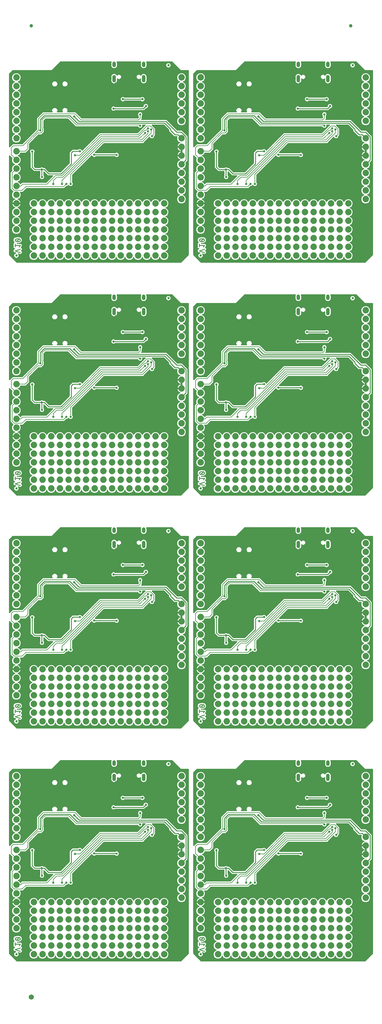
<source format=gbl>
G04 EAGLE Gerber RS-274X export*
G75*
%MOMM*%
%FSLAX34Y34*%
%LPD*%
%INBottom Copper*%
%IPPOS*%
%AMOC8*
5,1,8,0,0,1.08239X$1,22.5*%
G01*
%ADD10C,0.279400*%
%ADD11C,0.635000*%
%ADD12C,0.654000*%
%ADD13C,1.879600*%
%ADD14C,1.000000*%
%ADD15C,1.500000*%
%ADD16C,0.254000*%
%ADD17C,0.604000*%
%ADD18C,0.203200*%

G36*
X1044369Y684797D02*
X1044369Y684797D01*
X1044468Y684800D01*
X1044526Y684817D01*
X1044586Y684825D01*
X1044678Y684861D01*
X1044773Y684889D01*
X1044825Y684919D01*
X1044882Y684942D01*
X1044962Y685000D01*
X1045047Y685050D01*
X1045123Y685116D01*
X1045139Y685128D01*
X1045147Y685138D01*
X1045168Y685156D01*
X1067444Y707432D01*
X1067504Y707510D01*
X1067572Y707582D01*
X1067601Y707635D01*
X1067638Y707683D01*
X1067678Y707774D01*
X1067726Y707861D01*
X1067741Y707919D01*
X1067765Y707975D01*
X1067780Y708073D01*
X1067805Y708169D01*
X1067811Y708269D01*
X1067815Y708289D01*
X1067813Y708301D01*
X1067815Y708329D01*
X1067815Y1246886D01*
X1067800Y1247004D01*
X1067793Y1247123D01*
X1067780Y1247161D01*
X1067775Y1247202D01*
X1067732Y1247312D01*
X1067695Y1247425D01*
X1067673Y1247460D01*
X1067658Y1247497D01*
X1067589Y1247593D01*
X1067525Y1247694D01*
X1067495Y1247722D01*
X1067472Y1247755D01*
X1067380Y1247831D01*
X1067293Y1247912D01*
X1067258Y1247932D01*
X1067227Y1247957D01*
X1067119Y1248008D01*
X1067015Y1248066D01*
X1066975Y1248076D01*
X1066939Y1248093D01*
X1066822Y1248115D01*
X1066707Y1248145D01*
X1066647Y1248149D01*
X1066627Y1248153D01*
X1066606Y1248151D01*
X1066546Y1248155D01*
X1044796Y1248155D01*
X1019768Y1273184D01*
X1019690Y1273244D01*
X1019618Y1273312D01*
X1019565Y1273341D01*
X1019517Y1273378D01*
X1019426Y1273418D01*
X1019339Y1273466D01*
X1019281Y1273481D01*
X1019225Y1273505D01*
X1019127Y1273520D01*
X1019031Y1273545D01*
X1018931Y1273551D01*
X1018911Y1273555D01*
X1018899Y1273553D01*
X1018871Y1273555D01*
X944406Y1273555D01*
X944392Y1273554D01*
X944379Y1273555D01*
X944235Y1273534D01*
X944091Y1273515D01*
X944078Y1273510D01*
X944064Y1273508D01*
X943930Y1273452D01*
X943795Y1273398D01*
X943784Y1273390D01*
X943771Y1273385D01*
X943655Y1273297D01*
X943538Y1273212D01*
X943529Y1273201D01*
X943518Y1273192D01*
X943428Y1273079D01*
X943335Y1272967D01*
X943329Y1272954D01*
X943320Y1272943D01*
X943261Y1272810D01*
X943199Y1272679D01*
X943197Y1272665D01*
X943191Y1272652D01*
X943167Y1272508D01*
X943140Y1272367D01*
X943141Y1272353D01*
X943138Y1272339D01*
X943150Y1272194D01*
X943159Y1272049D01*
X943164Y1272036D01*
X943165Y1272022D01*
X943208Y1271867D01*
X943257Y1271727D01*
X943285Y1271672D01*
X943304Y1271613D01*
X943380Y1271471D01*
X943683Y1270989D01*
X943768Y1270886D01*
X943826Y1270809D01*
X943817Y1270745D01*
X943819Y1270707D01*
X943818Y1270692D01*
X943821Y1270671D01*
X943825Y1270584D01*
X943889Y1270019D01*
X943903Y1269958D01*
X943909Y1269897D01*
X943952Y1269742D01*
X943991Y1269629D01*
X944012Y1269588D01*
X944024Y1269545D01*
X944082Y1269446D01*
X944109Y1269393D01*
X944117Y1269302D01*
X944127Y1269266D01*
X944129Y1269251D01*
X944137Y1269231D01*
X944160Y1269147D01*
X944214Y1268994D01*
X944200Y1268954D01*
X944178Y1268915D01*
X944150Y1268804D01*
X944113Y1268695D01*
X944110Y1268650D01*
X944099Y1268607D01*
X944089Y1268446D01*
X944089Y1268315D01*
X944090Y1268302D01*
X944097Y1268173D01*
X944219Y1267092D01*
X944200Y1267061D01*
X944192Y1267035D01*
X944178Y1267010D01*
X944146Y1266883D01*
X944107Y1266757D01*
X944106Y1266729D01*
X944099Y1266702D01*
X944089Y1266542D01*
X944089Y1263598D01*
X944092Y1263571D01*
X944090Y1263543D01*
X944112Y1263413D01*
X944129Y1263283D01*
X944139Y1263257D01*
X944144Y1263229D01*
X944197Y1263109D01*
X944219Y1263054D01*
X944097Y1261967D01*
X944097Y1261953D01*
X944089Y1261825D01*
X944089Y1261694D01*
X944094Y1261649D01*
X944092Y1261604D01*
X944114Y1261492D01*
X944129Y1261379D01*
X944145Y1261337D01*
X944154Y1261293D01*
X944213Y1261146D01*
X944160Y1260993D01*
X944132Y1260863D01*
X944101Y1260744D01*
X944097Y1260739D01*
X944079Y1260697D01*
X944054Y1260660D01*
X943992Y1260512D01*
X943952Y1260399D01*
X943939Y1260338D01*
X943917Y1260280D01*
X943889Y1260121D01*
X943825Y1259556D01*
X943827Y1259423D01*
X943824Y1259325D01*
X943778Y1259281D01*
X943756Y1259251D01*
X943745Y1259240D01*
X943734Y1259221D01*
X943683Y1259151D01*
X943380Y1258669D01*
X943354Y1258612D01*
X943320Y1258561D01*
X943257Y1258413D01*
X943069Y1257875D01*
X943041Y1257745D01*
X943017Y1257651D01*
X942962Y1257618D01*
X942934Y1257594D01*
X942921Y1257585D01*
X942906Y1257569D01*
X942841Y1257512D01*
X942438Y1257109D01*
X942400Y1257060D01*
X942355Y1257018D01*
X942261Y1256887D01*
X941958Y1256405D01*
X941902Y1256285D01*
X941857Y1256198D01*
X941796Y1256179D01*
X941763Y1256161D01*
X941749Y1256155D01*
X941731Y1256143D01*
X941655Y1256102D01*
X941173Y1255799D01*
X941125Y1255760D01*
X941071Y1255728D01*
X940951Y1255622D01*
X940548Y1255219D01*
X940466Y1255114D01*
X940404Y1255040D01*
X940340Y1255034D01*
X940304Y1255024D01*
X940288Y1255022D01*
X940268Y1255014D01*
X940185Y1254991D01*
X939647Y1254803D01*
X939592Y1254775D01*
X939533Y1254756D01*
X939391Y1254680D01*
X938909Y1254377D01*
X938806Y1254292D01*
X938729Y1254234D01*
X938665Y1254243D01*
X938627Y1254241D01*
X938612Y1254242D01*
X938591Y1254239D01*
X938504Y1254235D01*
X937939Y1254171D01*
X937878Y1254157D01*
X937816Y1254151D01*
X937661Y1254108D01*
X937124Y1253920D01*
X937006Y1253861D01*
X936916Y1253821D01*
X936856Y1253844D01*
X936820Y1253850D01*
X936805Y1253855D01*
X936783Y1253857D01*
X936698Y1253872D01*
X936132Y1253936D01*
X936070Y1253935D01*
X936009Y1253944D01*
X935848Y1253936D01*
X935282Y1253872D01*
X935153Y1253841D01*
X935057Y1253822D01*
X935004Y1253857D01*
X934970Y1253872D01*
X934956Y1253880D01*
X934936Y1253886D01*
X934856Y1253920D01*
X934319Y1254108D01*
X934258Y1254121D01*
X934200Y1254143D01*
X934041Y1254171D01*
X933476Y1254235D01*
X933343Y1254233D01*
X933245Y1254236D01*
X933201Y1254283D01*
X933171Y1254305D01*
X933160Y1254315D01*
X933141Y1254326D01*
X933071Y1254377D01*
X932589Y1254680D01*
X932532Y1254706D01*
X932481Y1254740D01*
X932333Y1254803D01*
X931795Y1254991D01*
X931665Y1255019D01*
X931571Y1255043D01*
X931538Y1255098D01*
X931514Y1255126D01*
X931505Y1255139D01*
X931489Y1255154D01*
X931432Y1255219D01*
X931029Y1255622D01*
X930980Y1255660D01*
X930938Y1255705D01*
X930807Y1255799D01*
X930325Y1256102D01*
X930204Y1256158D01*
X930118Y1256203D01*
X930099Y1256264D01*
X930081Y1256297D01*
X930075Y1256311D01*
X930063Y1256329D01*
X930022Y1256405D01*
X929719Y1256887D01*
X929680Y1256935D01*
X929648Y1256989D01*
X929542Y1257109D01*
X929139Y1257512D01*
X929034Y1257594D01*
X928960Y1257656D01*
X928954Y1257720D01*
X928944Y1257756D01*
X928942Y1257772D01*
X928934Y1257792D01*
X928911Y1257875D01*
X928723Y1258413D01*
X928695Y1258468D01*
X928676Y1258527D01*
X928600Y1258669D01*
X928297Y1259151D01*
X928216Y1259249D01*
X928188Y1259294D01*
X928168Y1259312D01*
X928154Y1259331D01*
X928163Y1259395D01*
X928161Y1259433D01*
X928162Y1259448D01*
X928159Y1259469D01*
X928155Y1259556D01*
X928091Y1260121D01*
X928077Y1260182D01*
X928071Y1260243D01*
X928028Y1260398D01*
X927989Y1260511D01*
X927968Y1260552D01*
X927956Y1260595D01*
X927898Y1260694D01*
X927871Y1260747D01*
X927863Y1260838D01*
X927853Y1260874D01*
X927851Y1260889D01*
X927843Y1260909D01*
X927820Y1260993D01*
X927766Y1261146D01*
X927780Y1261186D01*
X927802Y1261225D01*
X927830Y1261336D01*
X927867Y1261445D01*
X927870Y1261490D01*
X927881Y1261533D01*
X927891Y1261694D01*
X927891Y1261825D01*
X927890Y1261838D01*
X927883Y1261967D01*
X927761Y1263048D01*
X927780Y1263079D01*
X927788Y1263105D01*
X927802Y1263130D01*
X927834Y1263257D01*
X927873Y1263383D01*
X927874Y1263411D01*
X927881Y1263438D01*
X927891Y1263598D01*
X927891Y1266542D01*
X927888Y1266569D01*
X927890Y1266597D01*
X927868Y1266727D01*
X927851Y1266857D01*
X927841Y1266883D01*
X927836Y1266911D01*
X927783Y1267031D01*
X927761Y1267086D01*
X927883Y1268173D01*
X927883Y1268187D01*
X927891Y1268315D01*
X927891Y1268446D01*
X927886Y1268491D01*
X927888Y1268536D01*
X927866Y1268648D01*
X927851Y1268761D01*
X927835Y1268803D01*
X927826Y1268847D01*
X927767Y1268994D01*
X927820Y1269147D01*
X927848Y1269277D01*
X927879Y1269396D01*
X927883Y1269401D01*
X927901Y1269443D01*
X927926Y1269480D01*
X927989Y1269629D01*
X928028Y1269742D01*
X928041Y1269802D01*
X928063Y1269860D01*
X928091Y1270019D01*
X928155Y1270584D01*
X928153Y1270717D01*
X928156Y1270815D01*
X928203Y1270859D01*
X928225Y1270889D01*
X928235Y1270900D01*
X928246Y1270919D01*
X928297Y1270989D01*
X928600Y1271471D01*
X928626Y1271528D01*
X928660Y1271579D01*
X928723Y1271727D01*
X928772Y1271867D01*
X928775Y1271881D01*
X928781Y1271893D01*
X928808Y1272035D01*
X928838Y1272178D01*
X928838Y1272192D01*
X928840Y1272206D01*
X928831Y1272350D01*
X928825Y1272496D01*
X928821Y1272509D01*
X928821Y1272523D01*
X928776Y1272660D01*
X928734Y1272800D01*
X928727Y1272812D01*
X928723Y1272825D01*
X928645Y1272948D01*
X928570Y1273072D01*
X928560Y1273082D01*
X928552Y1273094D01*
X928446Y1273194D01*
X928343Y1273295D01*
X928331Y1273302D01*
X928321Y1273312D01*
X928194Y1273382D01*
X928068Y1273455D01*
X928054Y1273459D01*
X928042Y1273466D01*
X927902Y1273502D01*
X927762Y1273541D01*
X927748Y1273542D01*
X927734Y1273545D01*
X927574Y1273555D01*
X858046Y1273555D01*
X858032Y1273554D01*
X858019Y1273555D01*
X857875Y1273534D01*
X857731Y1273515D01*
X857718Y1273510D01*
X857704Y1273508D01*
X857570Y1273452D01*
X857435Y1273398D01*
X857424Y1273390D01*
X857411Y1273385D01*
X857295Y1273297D01*
X857178Y1273212D01*
X857169Y1273201D01*
X857158Y1273192D01*
X857068Y1273079D01*
X856975Y1272967D01*
X856969Y1272954D01*
X856960Y1272943D01*
X856901Y1272810D01*
X856839Y1272679D01*
X856837Y1272665D01*
X856831Y1272652D01*
X856807Y1272508D01*
X856780Y1272367D01*
X856781Y1272353D01*
X856778Y1272339D01*
X856790Y1272194D01*
X856799Y1272049D01*
X856804Y1272036D01*
X856805Y1272022D01*
X856848Y1271867D01*
X856897Y1271727D01*
X856925Y1271672D01*
X856944Y1271613D01*
X857020Y1271471D01*
X857323Y1270989D01*
X857408Y1270886D01*
X857466Y1270809D01*
X857457Y1270745D01*
X857459Y1270707D01*
X857458Y1270692D01*
X857461Y1270671D01*
X857465Y1270584D01*
X857529Y1270019D01*
X857543Y1269958D01*
X857549Y1269897D01*
X857592Y1269742D01*
X857631Y1269629D01*
X857652Y1269588D01*
X857664Y1269545D01*
X857722Y1269446D01*
X857749Y1269393D01*
X857757Y1269302D01*
X857767Y1269266D01*
X857769Y1269251D01*
X857777Y1269231D01*
X857800Y1269147D01*
X857854Y1268994D01*
X857840Y1268954D01*
X857818Y1268915D01*
X857790Y1268804D01*
X857753Y1268695D01*
X857750Y1268650D01*
X857739Y1268607D01*
X857729Y1268446D01*
X857729Y1268315D01*
X857730Y1268302D01*
X857737Y1268173D01*
X857859Y1267092D01*
X857840Y1267061D01*
X857832Y1267035D01*
X857818Y1267010D01*
X857786Y1266883D01*
X857747Y1266757D01*
X857746Y1266729D01*
X857739Y1266702D01*
X857729Y1266542D01*
X857729Y1263598D01*
X857732Y1263571D01*
X857730Y1263543D01*
X857752Y1263413D01*
X857769Y1263283D01*
X857779Y1263257D01*
X857784Y1263229D01*
X857837Y1263109D01*
X857859Y1263054D01*
X857737Y1261967D01*
X857737Y1261953D01*
X857729Y1261825D01*
X857729Y1261694D01*
X857734Y1261649D01*
X857732Y1261604D01*
X857754Y1261492D01*
X857769Y1261379D01*
X857785Y1261337D01*
X857794Y1261293D01*
X857853Y1261146D01*
X857800Y1260993D01*
X857772Y1260863D01*
X857741Y1260744D01*
X857737Y1260739D01*
X857719Y1260697D01*
X857694Y1260660D01*
X857631Y1260511D01*
X857592Y1260398D01*
X857579Y1260338D01*
X857557Y1260280D01*
X857529Y1260121D01*
X857465Y1259556D01*
X857467Y1259423D01*
X857464Y1259325D01*
X857417Y1259281D01*
X857395Y1259251D01*
X857385Y1259240D01*
X857374Y1259221D01*
X857323Y1259151D01*
X857020Y1258669D01*
X856994Y1258612D01*
X856960Y1258561D01*
X856897Y1258413D01*
X856709Y1257875D01*
X856681Y1257745D01*
X856657Y1257651D01*
X856602Y1257618D01*
X856574Y1257594D01*
X856561Y1257585D01*
X856546Y1257569D01*
X856481Y1257512D01*
X856078Y1257109D01*
X856040Y1257060D01*
X855995Y1257018D01*
X855901Y1256887D01*
X855598Y1256405D01*
X855542Y1256284D01*
X855497Y1256198D01*
X855436Y1256179D01*
X855403Y1256161D01*
X855389Y1256155D01*
X855371Y1256143D01*
X855295Y1256102D01*
X854813Y1255799D01*
X854765Y1255760D01*
X854711Y1255728D01*
X854591Y1255622D01*
X854188Y1255219D01*
X854106Y1255114D01*
X854044Y1255040D01*
X853980Y1255034D01*
X853944Y1255024D01*
X853928Y1255022D01*
X853908Y1255014D01*
X853825Y1254991D01*
X853287Y1254803D01*
X853232Y1254775D01*
X853173Y1254756D01*
X853031Y1254680D01*
X852549Y1254377D01*
X852446Y1254292D01*
X852369Y1254234D01*
X852305Y1254243D01*
X852267Y1254241D01*
X852252Y1254242D01*
X852231Y1254239D01*
X852144Y1254235D01*
X851579Y1254171D01*
X851518Y1254157D01*
X851456Y1254151D01*
X851301Y1254108D01*
X850764Y1253920D01*
X850646Y1253861D01*
X850556Y1253821D01*
X850496Y1253844D01*
X850460Y1253850D01*
X850445Y1253855D01*
X850423Y1253857D01*
X850338Y1253872D01*
X849772Y1253936D01*
X849710Y1253935D01*
X849649Y1253944D01*
X849488Y1253936D01*
X848922Y1253872D01*
X848793Y1253841D01*
X848697Y1253822D01*
X848644Y1253857D01*
X848610Y1253872D01*
X848596Y1253880D01*
X848576Y1253886D01*
X848496Y1253920D01*
X847959Y1254108D01*
X847898Y1254121D01*
X847840Y1254143D01*
X847681Y1254171D01*
X847116Y1254235D01*
X846983Y1254233D01*
X846885Y1254236D01*
X846841Y1254283D01*
X846811Y1254305D01*
X846800Y1254315D01*
X846781Y1254326D01*
X846711Y1254377D01*
X846229Y1254680D01*
X846172Y1254706D01*
X846121Y1254740D01*
X845973Y1254803D01*
X845435Y1254991D01*
X845305Y1255019D01*
X845211Y1255043D01*
X845178Y1255098D01*
X845154Y1255127D01*
X845145Y1255139D01*
X845129Y1255154D01*
X845072Y1255219D01*
X844669Y1255622D01*
X844620Y1255660D01*
X844578Y1255705D01*
X844447Y1255799D01*
X843965Y1256102D01*
X843844Y1256158D01*
X843758Y1256203D01*
X843739Y1256264D01*
X843721Y1256297D01*
X843715Y1256311D01*
X843703Y1256329D01*
X843662Y1256405D01*
X843359Y1256887D01*
X843320Y1256935D01*
X843288Y1256989D01*
X843182Y1257109D01*
X842779Y1257512D01*
X842674Y1257594D01*
X842600Y1257656D01*
X842594Y1257720D01*
X842584Y1257756D01*
X842582Y1257772D01*
X842574Y1257792D01*
X842551Y1257875D01*
X842363Y1258413D01*
X842335Y1258468D01*
X842316Y1258527D01*
X842240Y1258669D01*
X841937Y1259151D01*
X841856Y1259249D01*
X841828Y1259294D01*
X841808Y1259312D01*
X841794Y1259331D01*
X841803Y1259395D01*
X841801Y1259433D01*
X841802Y1259448D01*
X841799Y1259469D01*
X841795Y1259556D01*
X841731Y1260121D01*
X841717Y1260182D01*
X841711Y1260243D01*
X841668Y1260398D01*
X841629Y1260511D01*
X841608Y1260552D01*
X841596Y1260595D01*
X841538Y1260694D01*
X841511Y1260747D01*
X841503Y1260838D01*
X841493Y1260874D01*
X841491Y1260889D01*
X841483Y1260909D01*
X841460Y1260993D01*
X841406Y1261146D01*
X841420Y1261186D01*
X841442Y1261225D01*
X841470Y1261336D01*
X841507Y1261445D01*
X841510Y1261490D01*
X841521Y1261533D01*
X841531Y1261694D01*
X841531Y1261825D01*
X841530Y1261838D01*
X841523Y1261967D01*
X841401Y1263048D01*
X841420Y1263079D01*
X841428Y1263105D01*
X841442Y1263130D01*
X841474Y1263257D01*
X841513Y1263383D01*
X841514Y1263411D01*
X841521Y1263438D01*
X841531Y1263598D01*
X841531Y1266542D01*
X841528Y1266569D01*
X841530Y1266597D01*
X841508Y1266727D01*
X841491Y1266857D01*
X841481Y1266883D01*
X841476Y1266911D01*
X841423Y1267031D01*
X841401Y1267086D01*
X841523Y1268173D01*
X841523Y1268187D01*
X841531Y1268315D01*
X841531Y1268446D01*
X841526Y1268491D01*
X841528Y1268536D01*
X841506Y1268648D01*
X841491Y1268761D01*
X841475Y1268803D01*
X841466Y1268847D01*
X841407Y1268994D01*
X841460Y1269147D01*
X841488Y1269277D01*
X841519Y1269396D01*
X841523Y1269401D01*
X841541Y1269443D01*
X841566Y1269480D01*
X841629Y1269629D01*
X841668Y1269742D01*
X841681Y1269802D01*
X841703Y1269860D01*
X841731Y1270019D01*
X841795Y1270584D01*
X841793Y1270717D01*
X841796Y1270815D01*
X841843Y1270859D01*
X841865Y1270889D01*
X841875Y1270900D01*
X841886Y1270919D01*
X841937Y1270989D01*
X842240Y1271471D01*
X842266Y1271528D01*
X842300Y1271579D01*
X842363Y1271727D01*
X842412Y1271867D01*
X842415Y1271881D01*
X842421Y1271893D01*
X842448Y1272035D01*
X842478Y1272178D01*
X842478Y1272192D01*
X842480Y1272206D01*
X842471Y1272350D01*
X842465Y1272496D01*
X842461Y1272509D01*
X842461Y1272523D01*
X842416Y1272660D01*
X842374Y1272800D01*
X842367Y1272812D01*
X842363Y1272825D01*
X842285Y1272948D01*
X842210Y1273072D01*
X842200Y1273082D01*
X842192Y1273094D01*
X842086Y1273194D01*
X841983Y1273295D01*
X841971Y1273302D01*
X841961Y1273312D01*
X841834Y1273382D01*
X841708Y1273455D01*
X841694Y1273459D01*
X841682Y1273466D01*
X841542Y1273502D01*
X841402Y1273541D01*
X841388Y1273542D01*
X841374Y1273545D01*
X841214Y1273555D01*
X693089Y1273555D01*
X692991Y1273543D01*
X692892Y1273540D01*
X692834Y1273523D01*
X692774Y1273515D01*
X692682Y1273479D01*
X692587Y1273451D01*
X692535Y1273421D01*
X692478Y1273398D01*
X692398Y1273340D01*
X692313Y1273290D01*
X692237Y1273224D01*
X692221Y1273212D01*
X692213Y1273202D01*
X692192Y1273184D01*
X667164Y1248155D01*
X553389Y1248155D01*
X553291Y1248143D01*
X553192Y1248140D01*
X553134Y1248123D01*
X553074Y1248115D01*
X552982Y1248079D01*
X552887Y1248051D01*
X552835Y1248021D01*
X552778Y1247998D01*
X552698Y1247940D01*
X552613Y1247890D01*
X552537Y1247824D01*
X552521Y1247812D01*
X552513Y1247802D01*
X552492Y1247784D01*
X542916Y1238208D01*
X542856Y1238130D01*
X542788Y1238058D01*
X542759Y1238005D01*
X542722Y1237957D01*
X542682Y1237866D01*
X542634Y1237779D01*
X542619Y1237721D01*
X542595Y1237665D01*
X542580Y1237567D01*
X542555Y1237471D01*
X542549Y1237371D01*
X542545Y1237351D01*
X542547Y1237339D01*
X542545Y1237311D01*
X542545Y1023797D01*
X542562Y1023660D01*
X542575Y1023521D01*
X542582Y1023502D01*
X542585Y1023482D01*
X542636Y1023353D01*
X542683Y1023222D01*
X542694Y1023205D01*
X542702Y1023186D01*
X542783Y1023074D01*
X542861Y1022959D01*
X542877Y1022945D01*
X542888Y1022929D01*
X542996Y1022840D01*
X543100Y1022748D01*
X543118Y1022739D01*
X543133Y1022726D01*
X543259Y1022667D01*
X543383Y1022604D01*
X543403Y1022599D01*
X543421Y1022590D01*
X543557Y1022564D01*
X543693Y1022534D01*
X543714Y1022534D01*
X543733Y1022531D01*
X543872Y1022539D01*
X544011Y1022544D01*
X544031Y1022549D01*
X544051Y1022550D01*
X544183Y1022593D01*
X544317Y1022632D01*
X544334Y1022642D01*
X544353Y1022648D01*
X544471Y1022723D01*
X544591Y1022793D01*
X544612Y1022812D01*
X544622Y1022819D01*
X544636Y1022834D01*
X544711Y1022900D01*
X550554Y1028742D01*
X553306Y1031495D01*
X580721Y1031495D01*
X580819Y1031507D01*
X580918Y1031510D01*
X580976Y1031527D01*
X581036Y1031535D01*
X581128Y1031571D01*
X581223Y1031599D01*
X581275Y1031629D01*
X581332Y1031652D01*
X581412Y1031710D01*
X581497Y1031760D01*
X581573Y1031826D01*
X581589Y1031838D01*
X581597Y1031848D01*
X581618Y1031866D01*
X623833Y1074081D01*
X623893Y1074159D01*
X623961Y1074231D01*
X623990Y1074284D01*
X624027Y1074332D01*
X624067Y1074423D01*
X624115Y1074510D01*
X624130Y1074568D01*
X624154Y1074624D01*
X624169Y1074722D01*
X624194Y1074818D01*
X624200Y1074918D01*
X624204Y1074938D01*
X624202Y1074950D01*
X624204Y1074978D01*
X624204Y1075826D01*
X624214Y1075835D01*
X624274Y1075913D01*
X624342Y1075985D01*
X624371Y1076038D01*
X624408Y1076086D01*
X624448Y1076177D01*
X624496Y1076264D01*
X624511Y1076322D01*
X624535Y1076378D01*
X624550Y1076476D01*
X624575Y1076572D01*
X624581Y1076672D01*
X624585Y1076692D01*
X624583Y1076704D01*
X624585Y1076732D01*
X624585Y1107854D01*
X640936Y1124205D01*
X668605Y1124205D01*
X668654Y1124211D01*
X668704Y1124209D01*
X668811Y1124231D01*
X668921Y1124245D01*
X668967Y1124263D01*
X669015Y1124273D01*
X669114Y1124321D01*
X669216Y1124362D01*
X669257Y1124391D01*
X669301Y1124413D01*
X669385Y1124484D01*
X669474Y1124548D01*
X669505Y1124587D01*
X669543Y1124619D01*
X669606Y1124709D01*
X669676Y1124793D01*
X669698Y1124838D01*
X669726Y1124879D01*
X669765Y1124982D01*
X669812Y1125081D01*
X669821Y1125130D01*
X669839Y1125176D01*
X669851Y1125286D01*
X669872Y1125393D01*
X669869Y1125443D01*
X669874Y1125492D01*
X669859Y1125601D01*
X669852Y1125711D01*
X669837Y1125758D01*
X669830Y1125807D01*
X669778Y1125960D01*
X668581Y1128848D01*
X668581Y1131752D01*
X669692Y1134434D01*
X671746Y1136488D01*
X674428Y1137599D01*
X677332Y1137599D01*
X680014Y1136488D01*
X682068Y1134434D01*
X683179Y1131752D01*
X683179Y1128848D01*
X681982Y1125960D01*
X681969Y1125912D01*
X681948Y1125867D01*
X681927Y1125759D01*
X681898Y1125653D01*
X681898Y1125603D01*
X681888Y1125554D01*
X681895Y1125445D01*
X681893Y1125335D01*
X681905Y1125287D01*
X681908Y1125237D01*
X681942Y1125133D01*
X681967Y1125026D01*
X681991Y1124982D01*
X682006Y1124935D01*
X682065Y1124842D01*
X682116Y1124745D01*
X682150Y1124708D01*
X682176Y1124666D01*
X682256Y1124591D01*
X682330Y1124509D01*
X682372Y1124482D01*
X682408Y1124448D01*
X682504Y1124395D01*
X682596Y1124335D01*
X682643Y1124318D01*
X682686Y1124294D01*
X682793Y1124267D01*
X682897Y1124231D01*
X682946Y1124227D01*
X682994Y1124215D01*
X683155Y1124205D01*
X698605Y1124205D01*
X698654Y1124211D01*
X698704Y1124209D01*
X698811Y1124231D01*
X698921Y1124245D01*
X698967Y1124263D01*
X699015Y1124273D01*
X699114Y1124321D01*
X699216Y1124362D01*
X699257Y1124391D01*
X699301Y1124413D01*
X699385Y1124484D01*
X699474Y1124548D01*
X699505Y1124587D01*
X699543Y1124619D01*
X699606Y1124709D01*
X699676Y1124793D01*
X699698Y1124838D01*
X699726Y1124879D01*
X699765Y1124982D01*
X699812Y1125081D01*
X699821Y1125130D01*
X699839Y1125176D01*
X699851Y1125286D01*
X699872Y1125393D01*
X699869Y1125443D01*
X699874Y1125492D01*
X699859Y1125601D01*
X699852Y1125711D01*
X699837Y1125758D01*
X699830Y1125807D01*
X699778Y1125960D01*
X698581Y1128848D01*
X698581Y1131752D01*
X699692Y1134434D01*
X701746Y1136488D01*
X704428Y1137599D01*
X707332Y1137599D01*
X710014Y1136488D01*
X712068Y1134434D01*
X713179Y1131752D01*
X713179Y1128848D01*
X711982Y1125960D01*
X711969Y1125912D01*
X711948Y1125867D01*
X711927Y1125759D01*
X711898Y1125653D01*
X711898Y1125603D01*
X711888Y1125554D01*
X711895Y1125445D01*
X711893Y1125335D01*
X711905Y1125287D01*
X711908Y1125237D01*
X711942Y1125133D01*
X711967Y1125026D01*
X711991Y1124982D01*
X712006Y1124935D01*
X712065Y1124842D01*
X712116Y1124745D01*
X712150Y1124708D01*
X712176Y1124666D01*
X712256Y1124591D01*
X712330Y1124509D01*
X712372Y1124482D01*
X712408Y1124448D01*
X712504Y1124395D01*
X712596Y1124335D01*
X712643Y1124318D01*
X712686Y1124294D01*
X712793Y1124267D01*
X712897Y1124231D01*
X712946Y1124227D01*
X712994Y1124215D01*
X713155Y1124205D01*
X737014Y1124205D01*
X754422Y1106796D01*
X754500Y1106736D01*
X754572Y1106668D01*
X754625Y1106639D01*
X754673Y1106602D01*
X754764Y1106562D01*
X754851Y1106514D01*
X754909Y1106499D01*
X754965Y1106475D01*
X755063Y1106460D01*
X755159Y1106435D01*
X755259Y1106429D01*
X755279Y1106425D01*
X755291Y1106427D01*
X755319Y1106425D01*
X918541Y1106425D01*
X918639Y1106437D01*
X918738Y1106440D01*
X918796Y1106457D01*
X918856Y1106465D01*
X918948Y1106501D01*
X919043Y1106529D01*
X919095Y1106559D01*
X919152Y1106582D01*
X919232Y1106640D01*
X919317Y1106690D01*
X919393Y1106756D01*
X919409Y1106768D01*
X919417Y1106778D01*
X919438Y1106796D01*
X921394Y1108752D01*
X921454Y1108830D01*
X921522Y1108902D01*
X921551Y1108955D01*
X921588Y1109003D01*
X921628Y1109094D01*
X921676Y1109181D01*
X921691Y1109239D01*
X921715Y1109295D01*
X921730Y1109393D01*
X921755Y1109489D01*
X921761Y1109589D01*
X921765Y1109609D01*
X921763Y1109621D01*
X921765Y1109649D01*
X921765Y1113607D01*
X921753Y1113705D01*
X921750Y1113805D01*
X921733Y1113863D01*
X921725Y1113923D01*
X921689Y1114015D01*
X921661Y1114110D01*
X921631Y1114162D01*
X921608Y1114219D01*
X921550Y1114299D01*
X921500Y1114384D01*
X921434Y1114459D01*
X921422Y1114476D01*
X921412Y1114484D01*
X921394Y1114505D01*
X920554Y1115345D01*
X919606Y1117632D01*
X919606Y1120108D01*
X920554Y1122395D01*
X922305Y1124146D01*
X924592Y1125094D01*
X927068Y1125094D01*
X929355Y1124146D01*
X931106Y1122395D01*
X932054Y1120108D01*
X932054Y1117632D01*
X931106Y1115345D01*
X930266Y1114505D01*
X930206Y1114427D01*
X930138Y1114354D01*
X930109Y1114301D01*
X930072Y1114254D01*
X930032Y1114163D01*
X929984Y1114076D01*
X929969Y1114017D01*
X929945Y1113962D01*
X929930Y1113864D01*
X929905Y1113768D01*
X929899Y1113668D01*
X929895Y1113648D01*
X929897Y1113635D01*
X929895Y1113607D01*
X929895Y1105756D01*
X928774Y1104635D01*
X928689Y1104526D01*
X928600Y1104419D01*
X928591Y1104400D01*
X928579Y1104384D01*
X928524Y1104257D01*
X928464Y1104131D01*
X928461Y1104111D01*
X928453Y1104092D01*
X928431Y1103954D01*
X928405Y1103818D01*
X928406Y1103798D01*
X928403Y1103778D01*
X928416Y1103639D01*
X928424Y1103501D01*
X928431Y1103482D01*
X928433Y1103462D01*
X928480Y1103330D01*
X928522Y1103199D01*
X928533Y1103181D01*
X928540Y1103162D01*
X928618Y1103047D01*
X928693Y1102930D01*
X928707Y1102916D01*
X928719Y1102899D01*
X928823Y1102807D01*
X928924Y1102712D01*
X928942Y1102702D01*
X928957Y1102689D01*
X929081Y1102625D01*
X929203Y1102558D01*
X929222Y1102553D01*
X929240Y1102544D01*
X929376Y1102514D01*
X929511Y1102479D01*
X929539Y1102477D01*
X929551Y1102474D01*
X929571Y1102475D01*
X929671Y1102469D01*
X1002839Y1102469D01*
X1033897Y1071410D01*
X1033975Y1071350D01*
X1034048Y1071282D01*
X1034101Y1071253D01*
X1034148Y1071216D01*
X1034239Y1071176D01*
X1034326Y1071128D01*
X1034385Y1071113D01*
X1034440Y1071089D01*
X1034538Y1071074D01*
X1034634Y1071049D01*
X1034734Y1071043D01*
X1034754Y1071039D01*
X1034767Y1071041D01*
X1034795Y1071039D01*
X1047999Y1071039D01*
X1064029Y1055009D01*
X1064029Y984261D01*
X1058395Y978627D01*
X1058377Y978604D01*
X1058354Y978585D01*
X1058280Y978479D01*
X1058200Y978376D01*
X1058188Y978349D01*
X1058171Y978325D01*
X1058125Y978203D01*
X1058074Y978084D01*
X1058069Y978055D01*
X1058058Y978027D01*
X1058044Y977898D01*
X1058024Y977770D01*
X1058027Y977741D01*
X1058023Y977711D01*
X1058041Y977583D01*
X1058054Y977453D01*
X1058064Y977426D01*
X1058068Y977396D01*
X1058120Y977244D01*
X1058927Y975296D01*
X1058927Y970344D01*
X1057032Y965770D01*
X1053530Y962268D01*
X1051175Y961293D01*
X1051055Y961224D01*
X1050932Y961159D01*
X1050917Y961145D01*
X1050899Y961135D01*
X1050799Y961038D01*
X1050696Y960945D01*
X1050685Y960928D01*
X1050671Y960914D01*
X1050598Y960795D01*
X1050522Y960679D01*
X1050515Y960660D01*
X1050504Y960643D01*
X1050463Y960510D01*
X1050418Y960378D01*
X1050417Y960358D01*
X1050411Y960339D01*
X1050404Y960200D01*
X1050393Y960061D01*
X1050397Y960041D01*
X1050396Y960021D01*
X1050424Y959885D01*
X1050448Y959748D01*
X1050456Y959729D01*
X1050460Y959710D01*
X1050521Y959584D01*
X1050578Y959458D01*
X1050591Y959442D01*
X1050600Y959424D01*
X1050690Y959318D01*
X1050777Y959210D01*
X1050793Y959197D01*
X1050806Y959182D01*
X1050920Y959102D01*
X1051031Y959018D01*
X1051056Y959006D01*
X1051066Y958999D01*
X1051085Y958992D01*
X1051175Y958947D01*
X1053531Y957972D01*
X1057032Y954470D01*
X1058927Y949896D01*
X1058927Y944944D01*
X1057032Y940370D01*
X1053530Y936868D01*
X1051175Y935893D01*
X1051055Y935824D01*
X1050932Y935759D01*
X1050917Y935745D01*
X1050899Y935735D01*
X1050799Y935638D01*
X1050696Y935545D01*
X1050685Y935528D01*
X1050671Y935514D01*
X1050598Y935395D01*
X1050522Y935279D01*
X1050515Y935260D01*
X1050504Y935243D01*
X1050463Y935110D01*
X1050418Y934978D01*
X1050417Y934958D01*
X1050411Y934939D01*
X1050404Y934800D01*
X1050393Y934661D01*
X1050397Y934641D01*
X1050396Y934621D01*
X1050424Y934485D01*
X1050448Y934348D01*
X1050456Y934329D01*
X1050460Y934310D01*
X1050521Y934184D01*
X1050578Y934058D01*
X1050591Y934042D01*
X1050600Y934024D01*
X1050690Y933918D01*
X1050777Y933810D01*
X1050793Y933797D01*
X1050806Y933782D01*
X1050920Y933702D01*
X1051031Y933618D01*
X1051056Y933606D01*
X1051066Y933599D01*
X1051085Y933592D01*
X1051175Y933547D01*
X1053531Y932572D01*
X1057032Y929070D01*
X1058927Y924496D01*
X1058927Y919544D01*
X1057032Y914970D01*
X1053531Y911468D01*
X1051175Y910493D01*
X1051054Y910424D01*
X1050932Y910359D01*
X1050917Y910345D01*
X1050899Y910335D01*
X1050799Y910238D01*
X1050696Y910145D01*
X1050685Y910128D01*
X1050671Y910114D01*
X1050598Y909996D01*
X1050522Y909879D01*
X1050515Y909860D01*
X1050504Y909843D01*
X1050464Y909710D01*
X1050418Y909578D01*
X1050417Y909558D01*
X1050411Y909539D01*
X1050404Y909400D01*
X1050393Y909261D01*
X1050397Y909241D01*
X1050396Y909221D01*
X1050424Y909085D01*
X1050448Y908948D01*
X1050456Y908929D01*
X1050460Y908910D01*
X1050521Y908785D01*
X1050578Y908658D01*
X1050591Y908642D01*
X1050600Y908624D01*
X1050690Y908518D01*
X1050777Y908410D01*
X1050793Y908397D01*
X1050806Y908382D01*
X1050920Y908302D01*
X1051031Y908218D01*
X1051056Y908206D01*
X1051066Y908199D01*
X1051085Y908192D01*
X1051175Y908147D01*
X1053530Y907172D01*
X1057032Y903670D01*
X1058927Y899096D01*
X1058927Y894144D01*
X1057032Y889570D01*
X1053530Y886068D01*
X1051175Y885093D01*
X1051055Y885024D01*
X1050932Y884959D01*
X1050917Y884945D01*
X1050899Y884935D01*
X1050799Y884838D01*
X1050696Y884745D01*
X1050685Y884728D01*
X1050671Y884714D01*
X1050598Y884596D01*
X1050522Y884479D01*
X1050515Y884460D01*
X1050504Y884443D01*
X1050464Y884310D01*
X1050418Y884178D01*
X1050417Y884158D01*
X1050411Y884139D01*
X1050404Y884000D01*
X1050393Y883861D01*
X1050397Y883841D01*
X1050396Y883821D01*
X1050424Y883685D01*
X1050448Y883548D01*
X1050456Y883529D01*
X1050460Y883510D01*
X1050521Y883385D01*
X1050578Y883258D01*
X1050591Y883242D01*
X1050600Y883224D01*
X1050690Y883118D01*
X1050777Y883010D01*
X1050793Y882997D01*
X1050806Y882982D01*
X1050920Y882902D01*
X1051031Y882818D01*
X1051056Y882806D01*
X1051066Y882799D01*
X1051085Y882792D01*
X1051175Y882747D01*
X1053530Y881772D01*
X1057032Y878270D01*
X1058927Y873696D01*
X1058927Y868744D01*
X1057032Y864170D01*
X1053530Y860668D01*
X1048956Y858773D01*
X1044004Y858773D01*
X1039430Y860668D01*
X1035928Y864170D01*
X1034033Y868744D01*
X1034033Y873696D01*
X1035928Y878270D01*
X1039430Y881772D01*
X1041785Y882747D01*
X1041905Y882816D01*
X1042028Y882881D01*
X1042043Y882895D01*
X1042061Y882905D01*
X1042161Y883002D01*
X1042264Y883095D01*
X1042275Y883112D01*
X1042289Y883126D01*
X1042362Y883245D01*
X1042438Y883361D01*
X1042445Y883380D01*
X1042456Y883397D01*
X1042496Y883530D01*
X1042542Y883662D01*
X1042543Y883682D01*
X1042549Y883701D01*
X1042556Y883840D01*
X1042567Y883979D01*
X1042563Y883999D01*
X1042564Y884019D01*
X1042536Y884155D01*
X1042512Y884292D01*
X1042504Y884311D01*
X1042500Y884330D01*
X1042439Y884456D01*
X1042382Y884582D01*
X1042369Y884598D01*
X1042360Y884616D01*
X1042270Y884722D01*
X1042183Y884830D01*
X1042167Y884843D01*
X1042154Y884858D01*
X1042040Y884938D01*
X1041929Y885022D01*
X1041904Y885034D01*
X1041894Y885041D01*
X1041875Y885048D01*
X1041785Y885093D01*
X1039430Y886068D01*
X1035928Y889570D01*
X1034033Y894144D01*
X1034033Y899096D01*
X1035928Y903670D01*
X1039430Y907172D01*
X1041785Y908147D01*
X1041905Y908216D01*
X1042028Y908281D01*
X1042043Y908295D01*
X1042061Y908305D01*
X1042161Y908402D01*
X1042264Y908495D01*
X1042275Y908512D01*
X1042289Y908526D01*
X1042362Y908645D01*
X1042438Y908761D01*
X1042445Y908780D01*
X1042456Y908797D01*
X1042497Y908930D01*
X1042542Y909062D01*
X1042543Y909082D01*
X1042549Y909101D01*
X1042556Y909240D01*
X1042567Y909379D01*
X1042563Y909399D01*
X1042564Y909419D01*
X1042536Y909555D01*
X1042512Y909692D01*
X1042504Y909711D01*
X1042500Y909730D01*
X1042439Y909856D01*
X1042382Y909982D01*
X1042369Y909998D01*
X1042360Y910016D01*
X1042270Y910122D01*
X1042183Y910230D01*
X1042167Y910243D01*
X1042154Y910258D01*
X1042040Y910338D01*
X1041929Y910422D01*
X1041904Y910434D01*
X1041894Y910441D01*
X1041875Y910448D01*
X1041785Y910493D01*
X1039429Y911468D01*
X1035928Y914970D01*
X1034033Y919544D01*
X1034033Y924496D01*
X1035928Y929070D01*
X1039429Y932572D01*
X1041785Y933547D01*
X1041906Y933616D01*
X1042028Y933681D01*
X1042043Y933695D01*
X1042061Y933705D01*
X1042161Y933802D01*
X1042264Y933895D01*
X1042275Y933912D01*
X1042289Y933926D01*
X1042362Y934044D01*
X1042438Y934161D01*
X1042445Y934180D01*
X1042456Y934197D01*
X1042496Y934330D01*
X1042542Y934462D01*
X1042543Y934482D01*
X1042549Y934501D01*
X1042556Y934640D01*
X1042567Y934779D01*
X1042563Y934799D01*
X1042564Y934819D01*
X1042536Y934955D01*
X1042512Y935092D01*
X1042504Y935111D01*
X1042500Y935130D01*
X1042439Y935255D01*
X1042382Y935382D01*
X1042369Y935398D01*
X1042360Y935416D01*
X1042270Y935522D01*
X1042183Y935630D01*
X1042167Y935643D01*
X1042154Y935658D01*
X1042040Y935738D01*
X1041929Y935822D01*
X1041904Y935834D01*
X1041894Y935841D01*
X1041875Y935848D01*
X1041785Y935893D01*
X1039430Y936868D01*
X1035928Y940370D01*
X1034033Y944944D01*
X1034033Y949896D01*
X1035928Y954470D01*
X1039429Y957972D01*
X1041785Y958947D01*
X1041906Y959016D01*
X1042028Y959081D01*
X1042043Y959095D01*
X1042061Y959105D01*
X1042161Y959202D01*
X1042264Y959295D01*
X1042275Y959312D01*
X1042289Y959326D01*
X1042362Y959444D01*
X1042438Y959561D01*
X1042445Y959580D01*
X1042456Y959597D01*
X1042496Y959730D01*
X1042542Y959862D01*
X1042543Y959882D01*
X1042549Y959901D01*
X1042556Y960040D01*
X1042567Y960179D01*
X1042563Y960199D01*
X1042564Y960219D01*
X1042536Y960355D01*
X1042512Y960492D01*
X1042504Y960511D01*
X1042500Y960530D01*
X1042439Y960655D01*
X1042382Y960782D01*
X1042369Y960798D01*
X1042360Y960816D01*
X1042270Y960922D01*
X1042183Y961030D01*
X1042167Y961043D01*
X1042154Y961058D01*
X1042040Y961138D01*
X1041929Y961222D01*
X1041904Y961234D01*
X1041894Y961241D01*
X1041875Y961248D01*
X1041785Y961293D01*
X1039430Y962268D01*
X1035928Y965770D01*
X1034033Y970344D01*
X1034033Y975296D01*
X1035928Y979870D01*
X1039430Y983372D01*
X1042455Y984625D01*
X1042481Y984640D01*
X1042510Y984649D01*
X1042619Y984719D01*
X1042732Y984783D01*
X1042753Y984804D01*
X1042778Y984820D01*
X1042867Y984914D01*
X1042960Y985004D01*
X1042976Y985030D01*
X1042996Y985051D01*
X1043059Y985165D01*
X1043126Y985275D01*
X1043135Y985304D01*
X1043149Y985330D01*
X1043182Y985455D01*
X1043220Y985579D01*
X1043221Y985609D01*
X1043229Y985638D01*
X1043229Y985768D01*
X1043235Y985897D01*
X1043229Y985926D01*
X1043229Y985956D01*
X1043197Y986081D01*
X1043171Y986208D01*
X1043158Y986235D01*
X1043150Y986264D01*
X1043088Y986377D01*
X1043031Y986494D01*
X1043012Y986517D01*
X1042997Y986543D01*
X1042909Y986637D01*
X1042825Y986736D01*
X1042800Y986753D01*
X1042780Y986775D01*
X1042671Y986844D01*
X1042565Y986919D01*
X1042537Y986930D01*
X1042511Y986946D01*
X1042362Y987005D01*
X1041897Y987156D01*
X1040223Y988009D01*
X1038702Y989114D01*
X1037374Y990442D01*
X1036269Y991963D01*
X1035416Y993637D01*
X1034835Y995424D01*
X1034795Y995681D01*
X1045210Y995681D01*
X1045328Y995696D01*
X1045447Y995703D01*
X1045485Y995716D01*
X1045525Y995721D01*
X1045636Y995764D01*
X1045749Y995801D01*
X1045783Y995823D01*
X1045821Y995838D01*
X1045917Y995908D01*
X1046018Y995971D01*
X1046046Y996001D01*
X1046078Y996024D01*
X1046154Y996116D01*
X1046236Y996203D01*
X1046255Y996238D01*
X1046281Y996269D01*
X1046332Y996377D01*
X1046389Y996481D01*
X1046400Y996521D01*
X1046417Y996557D01*
X1046439Y996674D01*
X1046469Y996789D01*
X1046473Y996850D01*
X1046477Y996870D01*
X1046475Y996890D01*
X1046479Y996950D01*
X1046479Y998221D01*
X1047750Y998221D01*
X1047868Y998236D01*
X1047987Y998243D01*
X1048025Y998256D01*
X1048065Y998261D01*
X1048176Y998305D01*
X1048289Y998341D01*
X1048324Y998363D01*
X1048361Y998378D01*
X1048457Y998448D01*
X1048558Y998511D01*
X1048586Y998541D01*
X1048619Y998565D01*
X1048694Y998656D01*
X1048776Y998743D01*
X1048796Y998778D01*
X1048821Y998810D01*
X1048872Y998917D01*
X1048930Y999022D01*
X1048940Y999061D01*
X1048957Y999097D01*
X1048979Y999214D01*
X1049009Y999329D01*
X1049013Y999390D01*
X1049017Y999410D01*
X1049015Y999430D01*
X1049019Y999490D01*
X1049019Y1022350D01*
X1049004Y1022468D01*
X1048997Y1022587D01*
X1048984Y1022625D01*
X1048979Y1022665D01*
X1048936Y1022776D01*
X1048899Y1022889D01*
X1048877Y1022923D01*
X1048862Y1022961D01*
X1048792Y1023057D01*
X1048729Y1023158D01*
X1048699Y1023186D01*
X1048675Y1023218D01*
X1048584Y1023294D01*
X1048497Y1023376D01*
X1048462Y1023395D01*
X1048431Y1023421D01*
X1048323Y1023472D01*
X1048219Y1023529D01*
X1048179Y1023540D01*
X1048143Y1023557D01*
X1048026Y1023579D01*
X1047911Y1023609D01*
X1047850Y1023613D01*
X1047830Y1023617D01*
X1047810Y1023615D01*
X1047750Y1023619D01*
X1046479Y1023619D01*
X1046479Y1024890D01*
X1046464Y1025008D01*
X1046457Y1025127D01*
X1046444Y1025165D01*
X1046439Y1025205D01*
X1046395Y1025316D01*
X1046359Y1025429D01*
X1046337Y1025464D01*
X1046322Y1025501D01*
X1046252Y1025597D01*
X1046189Y1025698D01*
X1046159Y1025726D01*
X1046135Y1025759D01*
X1046044Y1025834D01*
X1045957Y1025916D01*
X1045922Y1025936D01*
X1045890Y1025961D01*
X1045783Y1026012D01*
X1045678Y1026070D01*
X1045639Y1026080D01*
X1045603Y1026097D01*
X1045486Y1026119D01*
X1045371Y1026149D01*
X1045310Y1026153D01*
X1045290Y1026157D01*
X1045270Y1026155D01*
X1045210Y1026159D01*
X1034795Y1026159D01*
X1034835Y1026416D01*
X1035416Y1028203D01*
X1036269Y1029877D01*
X1037374Y1031398D01*
X1038702Y1032726D01*
X1040223Y1033831D01*
X1041897Y1034684D01*
X1042362Y1034835D01*
X1042389Y1034848D01*
X1042418Y1034855D01*
X1042532Y1034915D01*
X1042650Y1034970D01*
X1042673Y1034989D01*
X1042699Y1035003D01*
X1042795Y1035090D01*
X1042895Y1035173D01*
X1042912Y1035197D01*
X1042934Y1035217D01*
X1043006Y1035326D01*
X1043082Y1035430D01*
X1043093Y1035458D01*
X1043109Y1035483D01*
X1043151Y1035606D01*
X1043199Y1035726D01*
X1043203Y1035756D01*
X1043212Y1035784D01*
X1043223Y1035913D01*
X1043239Y1036041D01*
X1043235Y1036071D01*
X1043238Y1036101D01*
X1043215Y1036229D01*
X1043199Y1036357D01*
X1043188Y1036385D01*
X1043183Y1036414D01*
X1043130Y1036532D01*
X1043082Y1036653D01*
X1043065Y1036677D01*
X1043053Y1036704D01*
X1042972Y1036805D01*
X1042896Y1036910D01*
X1042873Y1036929D01*
X1042854Y1036953D01*
X1042750Y1037031D01*
X1042651Y1037113D01*
X1042624Y1037126D01*
X1042600Y1037144D01*
X1042455Y1037215D01*
X1039430Y1038468D01*
X1035928Y1041970D01*
X1034033Y1046544D01*
X1034033Y1051496D01*
X1034700Y1053106D01*
X1034714Y1053154D01*
X1034735Y1053199D01*
X1034755Y1053307D01*
X1034784Y1053413D01*
X1034785Y1053463D01*
X1034794Y1053512D01*
X1034788Y1053621D01*
X1034789Y1053731D01*
X1034778Y1053779D01*
X1034775Y1053829D01*
X1034741Y1053933D01*
X1034715Y1054040D01*
X1034692Y1054084D01*
X1034677Y1054131D01*
X1034618Y1054224D01*
X1034566Y1054321D01*
X1034533Y1054358D01*
X1034506Y1054400D01*
X1034426Y1054475D01*
X1034353Y1054557D01*
X1034311Y1054584D01*
X1034275Y1054618D01*
X1034179Y1054671D01*
X1034087Y1054731D01*
X1034040Y1054748D01*
X1033996Y1054772D01*
X1033890Y1054799D01*
X1033786Y1054835D01*
X1033736Y1054839D01*
X1033688Y1054851D01*
X1033528Y1054861D01*
X1025641Y1054861D01*
X1010411Y1070091D01*
X1010411Y1073375D01*
X1010399Y1073474D01*
X1010396Y1073573D01*
X1010379Y1073631D01*
X1010371Y1073691D01*
X1010335Y1073783D01*
X1010307Y1073878D01*
X1010277Y1073930D01*
X1010254Y1073987D01*
X1010196Y1074067D01*
X1010146Y1074152D01*
X1010080Y1074227D01*
X1010068Y1074244D01*
X1010058Y1074252D01*
X1010040Y1074273D01*
X995533Y1088780D01*
X995455Y1088840D01*
X995382Y1088908D01*
X995329Y1088937D01*
X995282Y1088974D01*
X995191Y1089014D01*
X995104Y1089062D01*
X995045Y1089077D01*
X994990Y1089101D01*
X994892Y1089116D01*
X994796Y1089141D01*
X994696Y1089147D01*
X994676Y1089151D01*
X994663Y1089149D01*
X994635Y1089151D01*
X960551Y1089151D01*
X960413Y1089134D01*
X960275Y1089121D01*
X960256Y1089114D01*
X960236Y1089111D01*
X960107Y1089060D01*
X959976Y1089013D01*
X959959Y1089002D01*
X959940Y1088994D01*
X959828Y1088913D01*
X959713Y1088835D01*
X959699Y1088819D01*
X959683Y1088808D01*
X959594Y1088700D01*
X959502Y1088596D01*
X959493Y1088578D01*
X959480Y1088563D01*
X959421Y1088437D01*
X959358Y1088313D01*
X959353Y1088293D01*
X959344Y1088275D01*
X959318Y1088138D01*
X959288Y1088003D01*
X959288Y1087982D01*
X959285Y1087963D01*
X959293Y1087824D01*
X959298Y1087685D01*
X959303Y1087665D01*
X959304Y1087645D01*
X959347Y1087513D01*
X959386Y1087379D01*
X959396Y1087362D01*
X959402Y1087343D01*
X959477Y1087225D01*
X959547Y1087105D01*
X959566Y1087084D01*
X959573Y1087074D01*
X959588Y1087060D01*
X959654Y1086985D01*
X960746Y1085892D01*
X969265Y1077374D01*
X969265Y1058766D01*
X966715Y1056217D01*
X966655Y1056139D01*
X966587Y1056067D01*
X966558Y1056014D01*
X966521Y1055966D01*
X966481Y1055875D01*
X966433Y1055788D01*
X966418Y1055730D01*
X966394Y1055674D01*
X966379Y1055576D01*
X966354Y1055480D01*
X966348Y1055380D01*
X966344Y1055360D01*
X966346Y1055348D01*
X966344Y1055320D01*
X966344Y1054132D01*
X965396Y1051845D01*
X963645Y1050094D01*
X961358Y1049146D01*
X958882Y1049146D01*
X956595Y1050094D01*
X954844Y1051845D01*
X954419Y1052869D01*
X954395Y1052912D01*
X954378Y1052959D01*
X954316Y1053050D01*
X954262Y1053145D01*
X954227Y1053181D01*
X954199Y1053222D01*
X954117Y1053295D01*
X954041Y1053374D01*
X953998Y1053400D01*
X953961Y1053433D01*
X953863Y1053483D01*
X953769Y1053540D01*
X953722Y1053555D01*
X953678Y1053577D01*
X953571Y1053601D01*
X953466Y1053634D01*
X953416Y1053636D01*
X953367Y1053647D01*
X953258Y1053644D01*
X953148Y1053649D01*
X953099Y1053639D01*
X953050Y1053637D01*
X952944Y1053607D01*
X952836Y1053584D01*
X952792Y1053563D01*
X952744Y1053549D01*
X952650Y1053493D01*
X952551Y1053445D01*
X952513Y1053412D01*
X952470Y1053387D01*
X952349Y1053281D01*
X936616Y1037548D01*
X933864Y1034795D01*
X820089Y1034795D01*
X819991Y1034783D01*
X819892Y1034780D01*
X819834Y1034763D01*
X819774Y1034755D01*
X819682Y1034719D01*
X819587Y1034691D01*
X819534Y1034661D01*
X819478Y1034638D01*
X819398Y1034580D01*
X819313Y1034530D01*
X819237Y1034464D01*
X819221Y1034452D01*
X819213Y1034442D01*
X819192Y1034424D01*
X793299Y1008531D01*
X793269Y1008491D01*
X793232Y1008458D01*
X793172Y1008366D01*
X793104Y1008279D01*
X793084Y1008234D01*
X793057Y1008192D01*
X793022Y1008089D01*
X792978Y1007988D01*
X792970Y1007938D01*
X792954Y1007892D01*
X792945Y1007782D01*
X792928Y1007674D01*
X792933Y1007624D01*
X792929Y1007575D01*
X792947Y1007467D01*
X792958Y1007357D01*
X792975Y1007310D01*
X792983Y1007261D01*
X793028Y1007161D01*
X793065Y1007058D01*
X793093Y1007017D01*
X793114Y1006971D01*
X793182Y1006885D01*
X793244Y1006794D01*
X793281Y1006762D01*
X793312Y1006723D01*
X793400Y1006657D01*
X793482Y1006584D01*
X793527Y1006561D01*
X793566Y1006532D01*
X793711Y1006461D01*
X794735Y1006036D01*
X795321Y1005450D01*
X795399Y1005390D01*
X795472Y1005322D01*
X795525Y1005293D01*
X795572Y1005256D01*
X795663Y1005216D01*
X795750Y1005168D01*
X795809Y1005153D01*
X795864Y1005129D01*
X795962Y1005114D01*
X796058Y1005089D01*
X796158Y1005083D01*
X796178Y1005079D01*
X796191Y1005081D01*
X796219Y1005079D01*
X852460Y1005079D01*
X852559Y1005091D01*
X852658Y1005094D01*
X852716Y1005111D01*
X852776Y1005119D01*
X852868Y1005155D01*
X852963Y1005183D01*
X853015Y1005213D01*
X853072Y1005236D01*
X853152Y1005294D01*
X853237Y1005344D01*
X853313Y1005410D01*
X853329Y1005422D01*
X853337Y1005432D01*
X853358Y1005450D01*
X853422Y1005515D01*
X855653Y1006439D01*
X858067Y1006439D01*
X860298Y1005515D01*
X862005Y1003808D01*
X862929Y1001577D01*
X862929Y999163D01*
X862005Y996932D01*
X860298Y995225D01*
X858067Y994301D01*
X855653Y994301D01*
X853422Y995225D01*
X852578Y996070D01*
X852500Y996130D01*
X852428Y996198D01*
X852375Y996227D01*
X852327Y996264D01*
X852236Y996304D01*
X852149Y996352D01*
X852091Y996367D01*
X852035Y996391D01*
X851937Y996406D01*
X851841Y996431D01*
X851741Y996437D01*
X851721Y996441D01*
X851708Y996439D01*
X851680Y996441D01*
X796219Y996441D01*
X796121Y996429D01*
X796021Y996426D01*
X795963Y996409D01*
X795903Y996401D01*
X795811Y996365D01*
X795716Y996337D01*
X795664Y996307D01*
X795607Y996284D01*
X795527Y996226D01*
X795442Y996176D01*
X795367Y996110D01*
X795350Y996098D01*
X795342Y996088D01*
X795321Y996070D01*
X794735Y995484D01*
X792448Y994536D01*
X789972Y994536D01*
X787685Y995484D01*
X785934Y997235D01*
X785509Y998259D01*
X785485Y998302D01*
X785468Y998349D01*
X785406Y998440D01*
X785352Y998535D01*
X785317Y998571D01*
X785289Y998612D01*
X785207Y998685D01*
X785131Y998764D01*
X785088Y998790D01*
X785051Y998823D01*
X784953Y998873D01*
X784859Y998930D01*
X784812Y998945D01*
X784768Y998967D01*
X784660Y998991D01*
X784556Y999024D01*
X784506Y999026D01*
X784457Y999037D01*
X784348Y999034D01*
X784238Y999039D01*
X784189Y999029D01*
X784140Y999027D01*
X784034Y998997D01*
X783926Y998974D01*
X783882Y998953D01*
X783834Y998939D01*
X783740Y998883D01*
X783641Y998835D01*
X783603Y998803D01*
X783560Y998777D01*
X783439Y998671D01*
X727066Y942298D01*
X727006Y942220D01*
X726938Y942148D01*
X726909Y942095D01*
X726872Y942047D01*
X726832Y941956D01*
X726784Y941869D01*
X726769Y941811D01*
X726745Y941755D01*
X726730Y941657D01*
X726705Y941561D01*
X726699Y941461D01*
X726695Y941441D01*
X726697Y941429D01*
X726695Y941401D01*
X726695Y920933D01*
X726707Y920835D01*
X726710Y920735D01*
X726727Y920677D01*
X726735Y920617D01*
X726771Y920525D01*
X726799Y920430D01*
X726829Y920378D01*
X726852Y920321D01*
X726910Y920241D01*
X726960Y920156D01*
X727026Y920081D01*
X727038Y920064D01*
X727048Y920056D01*
X727066Y920035D01*
X727906Y919195D01*
X728854Y916908D01*
X728854Y914432D01*
X727906Y912145D01*
X726155Y910394D01*
X723868Y909446D01*
X721392Y909446D01*
X719105Y910394D01*
X717177Y912321D01*
X717083Y912394D01*
X716994Y912473D01*
X716958Y912491D01*
X716926Y912516D01*
X716817Y912563D01*
X716711Y912617D01*
X716672Y912626D01*
X716634Y912642D01*
X716517Y912661D01*
X716401Y912687D01*
X716360Y912686D01*
X716320Y912692D01*
X716202Y912681D01*
X716083Y912677D01*
X716044Y912666D01*
X716004Y912662D01*
X715892Y912622D01*
X715777Y912589D01*
X715742Y912568D01*
X715704Y912555D01*
X715606Y912488D01*
X715503Y912427D01*
X715458Y912387D01*
X715441Y912376D01*
X715428Y912361D01*
X715382Y912321D01*
X713455Y910394D01*
X711168Y909446D01*
X709980Y909446D01*
X709882Y909434D01*
X709783Y909431D01*
X709725Y909414D01*
X709665Y909406D01*
X709573Y909370D01*
X709478Y909342D01*
X709426Y909312D01*
X709369Y909289D01*
X709289Y909231D01*
X709204Y909181D01*
X709128Y909115D01*
X709112Y909103D01*
X709109Y909100D01*
X709108Y909098D01*
X709101Y909091D01*
X709083Y909075D01*
X703994Y903985D01*
X594029Y903985D01*
X593931Y903973D01*
X593832Y903970D01*
X593774Y903953D01*
X593714Y903945D01*
X593622Y903909D01*
X593527Y903881D01*
X593475Y903851D01*
X593418Y903828D01*
X593338Y903770D01*
X593253Y903720D01*
X593177Y903654D01*
X593161Y903642D01*
X593153Y903632D01*
X593132Y903614D01*
X582074Y892555D01*
X575675Y892555D01*
X575626Y892549D01*
X575576Y892551D01*
X575469Y892529D01*
X575359Y892515D01*
X575313Y892497D01*
X575265Y892487D01*
X575166Y892439D01*
X575064Y892398D01*
X575024Y892369D01*
X574979Y892347D01*
X574895Y892276D01*
X574806Y892212D01*
X574775Y892173D01*
X574737Y892141D01*
X574674Y892051D01*
X574604Y891967D01*
X574582Y891922D01*
X574554Y891881D01*
X574515Y891778D01*
X574468Y891679D01*
X574459Y891630D01*
X574441Y891584D01*
X574429Y891474D01*
X574408Y891367D01*
X574411Y891317D01*
X574406Y891268D01*
X574421Y891159D01*
X574428Y891049D01*
X574443Y891002D01*
X574450Y890953D01*
X574502Y890800D01*
X576327Y886396D01*
X576327Y881444D01*
X574432Y876870D01*
X570930Y873368D01*
X567905Y872115D01*
X567879Y872100D01*
X567850Y872091D01*
X567741Y872021D01*
X567628Y871957D01*
X567607Y871936D01*
X567582Y871920D01*
X567493Y871826D01*
X567400Y871736D01*
X567384Y871710D01*
X567364Y871689D01*
X567301Y871575D01*
X567234Y871465D01*
X567225Y871436D01*
X567211Y871410D01*
X567178Y871285D01*
X567140Y871161D01*
X567139Y871131D01*
X567131Y871102D01*
X567131Y870972D01*
X567125Y870843D01*
X567131Y870814D01*
X567131Y870784D01*
X567163Y870659D01*
X567189Y870532D01*
X567202Y870505D01*
X567210Y870476D01*
X567272Y870363D01*
X567329Y870246D01*
X567348Y870223D01*
X567363Y870197D01*
X567451Y870103D01*
X567535Y870004D01*
X567560Y869987D01*
X567580Y869965D01*
X567689Y869896D01*
X567795Y869821D01*
X567823Y869810D01*
X567849Y869794D01*
X567998Y869735D01*
X568463Y869584D01*
X570137Y868731D01*
X571658Y867626D01*
X572986Y866298D01*
X574091Y864777D01*
X574944Y863103D01*
X575525Y861316D01*
X575565Y861059D01*
X565150Y861059D01*
X565032Y861044D01*
X564913Y861037D01*
X564875Y861024D01*
X564835Y861019D01*
X564724Y860976D01*
X564611Y860939D01*
X564577Y860917D01*
X564539Y860902D01*
X564443Y860832D01*
X564342Y860769D01*
X564314Y860739D01*
X564282Y860715D01*
X564206Y860624D01*
X564124Y860537D01*
X564105Y860502D01*
X564079Y860471D01*
X564028Y860363D01*
X563971Y860259D01*
X563960Y860219D01*
X563943Y860183D01*
X563921Y860066D01*
X563891Y859951D01*
X563887Y859890D01*
X563883Y859870D01*
X563885Y859850D01*
X563881Y859790D01*
X563881Y857250D01*
X563896Y857132D01*
X563903Y857013D01*
X563916Y856975D01*
X563921Y856934D01*
X563965Y856823D01*
X564001Y856711D01*
X564023Y856676D01*
X564038Y856639D01*
X564108Y856543D01*
X564171Y856442D01*
X564201Y856414D01*
X564225Y856381D01*
X564316Y856306D01*
X564403Y856224D01*
X564438Y856204D01*
X564470Y856179D01*
X564577Y856128D01*
X564682Y856070D01*
X564721Y856060D01*
X564757Y856043D01*
X564874Y856021D01*
X564989Y855991D01*
X565050Y855987D01*
X565070Y855983D01*
X565090Y855985D01*
X565150Y855981D01*
X575565Y855981D01*
X575525Y855724D01*
X574944Y853937D01*
X574091Y852263D01*
X572986Y850742D01*
X571658Y849414D01*
X570137Y848309D01*
X568463Y847456D01*
X567998Y847305D01*
X567971Y847292D01*
X567942Y847285D01*
X567828Y847225D01*
X567710Y847170D01*
X567687Y847151D01*
X567661Y847137D01*
X567565Y847050D01*
X567465Y846967D01*
X567448Y846943D01*
X567426Y846923D01*
X567354Y846814D01*
X567278Y846710D01*
X567267Y846682D01*
X567251Y846657D01*
X567209Y846534D01*
X567161Y846414D01*
X567157Y846384D01*
X567148Y846356D01*
X567137Y846227D01*
X567121Y846099D01*
X567125Y846069D01*
X567122Y846039D01*
X567145Y845911D01*
X567161Y845783D01*
X567172Y845755D01*
X567177Y845726D01*
X567230Y845608D01*
X567278Y845487D01*
X567295Y845463D01*
X567307Y845436D01*
X567388Y845335D01*
X567464Y845230D01*
X567487Y845211D01*
X567506Y845187D01*
X567610Y845109D01*
X567709Y845027D01*
X567736Y845014D01*
X567760Y844996D01*
X567905Y844925D01*
X570930Y843672D01*
X574432Y840170D01*
X576327Y835596D01*
X576327Y830644D01*
X574432Y826070D01*
X570931Y822568D01*
X568575Y821593D01*
X568454Y821524D01*
X568332Y821459D01*
X568317Y821445D01*
X568299Y821435D01*
X568199Y821338D01*
X568096Y821245D01*
X568085Y821228D01*
X568071Y821214D01*
X567998Y821096D01*
X567922Y820979D01*
X567915Y820960D01*
X567904Y820943D01*
X567864Y820810D01*
X567818Y820678D01*
X567817Y820658D01*
X567811Y820639D01*
X567804Y820500D01*
X567793Y820361D01*
X567797Y820341D01*
X567796Y820321D01*
X567824Y820185D01*
X567848Y820048D01*
X567856Y820029D01*
X567860Y820010D01*
X567921Y819885D01*
X567978Y819758D01*
X567991Y819742D01*
X568000Y819724D01*
X568090Y819618D01*
X568177Y819510D01*
X568193Y819497D01*
X568206Y819482D01*
X568320Y819402D01*
X568431Y819318D01*
X568456Y819306D01*
X568466Y819299D01*
X568485Y819292D01*
X568575Y819247D01*
X570930Y818272D01*
X574432Y814770D01*
X576327Y810196D01*
X576327Y805244D01*
X574432Y800670D01*
X570931Y797168D01*
X568575Y796193D01*
X568454Y796124D01*
X568332Y796059D01*
X568317Y796045D01*
X568299Y796035D01*
X568199Y795938D01*
X568096Y795845D01*
X568085Y795828D01*
X568071Y795814D01*
X567998Y795696D01*
X567922Y795579D01*
X567915Y795560D01*
X567904Y795543D01*
X567864Y795410D01*
X567818Y795278D01*
X567817Y795258D01*
X567811Y795239D01*
X567804Y795100D01*
X567793Y794961D01*
X567797Y794941D01*
X567796Y794921D01*
X567824Y794785D01*
X567848Y794648D01*
X567856Y794629D01*
X567860Y794610D01*
X567921Y794485D01*
X567978Y794358D01*
X567991Y794342D01*
X568000Y794324D01*
X568090Y794218D01*
X568177Y794110D01*
X568193Y794097D01*
X568206Y794082D01*
X568320Y794002D01*
X568431Y793918D01*
X568456Y793906D01*
X568466Y793899D01*
X568485Y793892D01*
X568575Y793847D01*
X570930Y792872D01*
X574432Y789370D01*
X576327Y784796D01*
X576327Y779844D01*
X574432Y775270D01*
X570930Y771768D01*
X566356Y769873D01*
X561404Y769873D01*
X556830Y771768D01*
X553328Y775270D01*
X551433Y779844D01*
X551433Y784796D01*
X553328Y789370D01*
X556830Y792872D01*
X559185Y793847D01*
X559305Y793916D01*
X559428Y793981D01*
X559443Y793995D01*
X559461Y794005D01*
X559561Y794102D01*
X559664Y794195D01*
X559675Y794212D01*
X559689Y794226D01*
X559762Y794345D01*
X559838Y794461D01*
X559845Y794480D01*
X559856Y794497D01*
X559897Y794630D01*
X559942Y794762D01*
X559943Y794782D01*
X559949Y794801D01*
X559956Y794940D01*
X559967Y795079D01*
X559963Y795099D01*
X559964Y795119D01*
X559936Y795255D01*
X559912Y795392D01*
X559904Y795411D01*
X559900Y795430D01*
X559839Y795556D01*
X559782Y795682D01*
X559769Y795698D01*
X559760Y795716D01*
X559670Y795822D01*
X559583Y795930D01*
X559567Y795943D01*
X559554Y795958D01*
X559440Y796038D01*
X559329Y796122D01*
X559304Y796134D01*
X559294Y796141D01*
X559275Y796148D01*
X559185Y796193D01*
X556829Y797168D01*
X553328Y800670D01*
X551433Y805244D01*
X551433Y810196D01*
X553328Y814770D01*
X556830Y818272D01*
X559185Y819247D01*
X559305Y819316D01*
X559428Y819381D01*
X559443Y819395D01*
X559461Y819405D01*
X559561Y819502D01*
X559664Y819595D01*
X559675Y819612D01*
X559689Y819626D01*
X559762Y819745D01*
X559838Y819861D01*
X559845Y819880D01*
X559856Y819897D01*
X559897Y820030D01*
X559942Y820162D01*
X559943Y820182D01*
X559949Y820201D01*
X559956Y820340D01*
X559967Y820479D01*
X559963Y820499D01*
X559964Y820519D01*
X559936Y820655D01*
X559912Y820792D01*
X559904Y820811D01*
X559900Y820830D01*
X559839Y820956D01*
X559782Y821082D01*
X559769Y821098D01*
X559760Y821116D01*
X559670Y821222D01*
X559583Y821330D01*
X559567Y821343D01*
X559554Y821358D01*
X559440Y821438D01*
X559329Y821522D01*
X559304Y821534D01*
X559294Y821541D01*
X559275Y821548D01*
X559185Y821593D01*
X556829Y822568D01*
X553328Y826070D01*
X551433Y830644D01*
X551433Y835596D01*
X553328Y840170D01*
X556830Y843672D01*
X559855Y844925D01*
X559881Y844940D01*
X559910Y844949D01*
X560019Y845019D01*
X560132Y845083D01*
X560153Y845104D01*
X560178Y845120D01*
X560267Y845214D01*
X560360Y845304D01*
X560376Y845330D01*
X560396Y845351D01*
X560459Y845465D01*
X560526Y845575D01*
X560535Y845604D01*
X560549Y845630D01*
X560582Y845755D01*
X560620Y845879D01*
X560621Y845909D01*
X560629Y845938D01*
X560629Y846068D01*
X560635Y846197D01*
X560629Y846226D01*
X560629Y846256D01*
X560597Y846381D01*
X560571Y846508D01*
X560558Y846535D01*
X560550Y846564D01*
X560488Y846677D01*
X560431Y846794D01*
X560412Y846817D01*
X560397Y846843D01*
X560309Y846937D01*
X560225Y847036D01*
X560200Y847053D01*
X560180Y847075D01*
X560071Y847144D01*
X559965Y847219D01*
X559937Y847230D01*
X559911Y847246D01*
X559762Y847305D01*
X559297Y847456D01*
X557623Y848309D01*
X556102Y849414D01*
X554774Y850742D01*
X553669Y852263D01*
X552816Y853937D01*
X552235Y855724D01*
X552195Y855981D01*
X562610Y855981D01*
X562728Y855996D01*
X562847Y856003D01*
X562885Y856016D01*
X562925Y856021D01*
X563036Y856064D01*
X563149Y856101D01*
X563183Y856123D01*
X563221Y856138D01*
X563317Y856208D01*
X563418Y856271D01*
X563446Y856301D01*
X563478Y856324D01*
X563554Y856416D01*
X563636Y856503D01*
X563655Y856538D01*
X563681Y856569D01*
X563732Y856677D01*
X563789Y856781D01*
X563800Y856821D01*
X563817Y856857D01*
X563839Y856974D01*
X563869Y857089D01*
X563873Y857150D01*
X563877Y857170D01*
X563875Y857190D01*
X563879Y857250D01*
X563879Y859790D01*
X563864Y859908D01*
X563857Y860027D01*
X563844Y860065D01*
X563839Y860105D01*
X563795Y860216D01*
X563759Y860329D01*
X563737Y860364D01*
X563722Y860401D01*
X563652Y860497D01*
X563589Y860598D01*
X563559Y860626D01*
X563535Y860659D01*
X563444Y860734D01*
X563357Y860816D01*
X563322Y860836D01*
X563290Y860861D01*
X563183Y860912D01*
X563078Y860970D01*
X563039Y860980D01*
X563003Y860997D01*
X562886Y861019D01*
X562771Y861049D01*
X562710Y861053D01*
X562690Y861057D01*
X562670Y861055D01*
X562610Y861059D01*
X552195Y861059D01*
X552235Y861316D01*
X552816Y863103D01*
X553669Y864777D01*
X554774Y866298D01*
X556102Y867626D01*
X557623Y868731D01*
X559297Y869584D01*
X559762Y869735D01*
X559789Y869748D01*
X559818Y869755D01*
X559932Y869815D01*
X560050Y869870D01*
X560073Y869889D01*
X560099Y869903D01*
X560195Y869990D01*
X560295Y870073D01*
X560312Y870097D01*
X560334Y870117D01*
X560406Y870226D01*
X560482Y870330D01*
X560493Y870358D01*
X560509Y870383D01*
X560551Y870506D01*
X560599Y870626D01*
X560603Y870656D01*
X560612Y870684D01*
X560623Y870813D01*
X560639Y870941D01*
X560635Y870971D01*
X560638Y871001D01*
X560615Y871129D01*
X560599Y871257D01*
X560588Y871285D01*
X560583Y871314D01*
X560530Y871432D01*
X560482Y871553D01*
X560465Y871577D01*
X560453Y871604D01*
X560372Y871705D01*
X560296Y871810D01*
X560273Y871829D01*
X560254Y871853D01*
X560150Y871931D01*
X560051Y872013D01*
X560024Y872026D01*
X560000Y872044D01*
X559855Y872115D01*
X556830Y873368D01*
X553328Y876870D01*
X551433Y881444D01*
X551433Y886396D01*
X553328Y890970D01*
X554482Y892124D01*
X554555Y892219D01*
X554634Y892308D01*
X554652Y892344D01*
X554677Y892376D01*
X554724Y892485D01*
X554778Y892591D01*
X554787Y892630D01*
X554803Y892668D01*
X554822Y892785D01*
X554848Y892901D01*
X554847Y892942D01*
X554853Y892982D01*
X554842Y893100D01*
X554838Y893219D01*
X554827Y893258D01*
X554823Y893298D01*
X554783Y893410D01*
X554750Y893525D01*
X554730Y893559D01*
X554716Y893598D01*
X554649Y893696D01*
X554589Y893799D01*
X554549Y893844D01*
X554537Y893861D01*
X554522Y893874D01*
X554482Y893919D01*
X547115Y901286D01*
X547115Y949104D01*
X552070Y954059D01*
X552088Y954082D01*
X552111Y954101D01*
X552186Y954207D01*
X552265Y954310D01*
X552277Y954337D01*
X552294Y954361D01*
X552340Y954483D01*
X552392Y954602D01*
X552396Y954631D01*
X552407Y954659D01*
X552421Y954788D01*
X552441Y954916D01*
X552439Y954945D01*
X552442Y954975D01*
X552424Y955103D01*
X552412Y955233D01*
X552402Y955260D01*
X552398Y955290D01*
X552345Y955442D01*
X551433Y957644D01*
X551433Y962596D01*
X553328Y967170D01*
X556830Y970672D01*
X559185Y971647D01*
X559305Y971716D01*
X559428Y971781D01*
X559443Y971795D01*
X559461Y971805D01*
X559561Y971902D01*
X559664Y971995D01*
X559675Y972012D01*
X559689Y972026D01*
X559762Y972145D01*
X559838Y972261D01*
X559845Y972280D01*
X559856Y972297D01*
X559897Y972430D01*
X559942Y972562D01*
X559943Y972582D01*
X559949Y972601D01*
X559956Y972740D01*
X559967Y972879D01*
X559963Y972899D01*
X559964Y972919D01*
X559936Y973055D01*
X559912Y973192D01*
X559904Y973211D01*
X559900Y973230D01*
X559839Y973356D01*
X559782Y973482D01*
X559769Y973498D01*
X559760Y973516D01*
X559670Y973622D01*
X559583Y973730D01*
X559567Y973743D01*
X559554Y973758D01*
X559440Y973838D01*
X559329Y973922D01*
X559304Y973934D01*
X559294Y973941D01*
X559275Y973948D01*
X559185Y973993D01*
X556829Y974968D01*
X553328Y978470D01*
X551433Y983044D01*
X551433Y987996D01*
X552345Y990198D01*
X552353Y990227D01*
X552367Y990253D01*
X552371Y990270D01*
X552376Y990281D01*
X552391Y990362D01*
X552395Y990379D01*
X552429Y990505D01*
X552430Y990534D01*
X552436Y990563D01*
X552435Y990593D01*
X552436Y990593D01*
X552435Y990596D01*
X552432Y990693D01*
X552434Y990823D01*
X552428Y990851D01*
X552427Y990881D01*
X552391Y991006D01*
X552360Y991132D01*
X552346Y991158D01*
X552338Y991186D01*
X552272Y991298D01*
X552212Y991413D01*
X552192Y991435D01*
X552177Y991460D01*
X552070Y991581D01*
X547328Y996324D01*
X544711Y998940D01*
X544602Y999025D01*
X544495Y999114D01*
X544476Y999123D01*
X544460Y999135D01*
X544332Y999191D01*
X544207Y999250D01*
X544187Y999253D01*
X544168Y999261D01*
X544030Y999283D01*
X543894Y999309D01*
X543874Y999308D01*
X543854Y999311D01*
X543715Y999298D01*
X543577Y999290D01*
X543558Y999283D01*
X543538Y999281D01*
X543406Y999234D01*
X543275Y999192D01*
X543257Y999181D01*
X543238Y999174D01*
X543123Y999096D01*
X543006Y999021D01*
X542992Y999007D01*
X542975Y998995D01*
X542883Y998891D01*
X542788Y998790D01*
X542778Y998772D01*
X542765Y998757D01*
X542701Y998633D01*
X542634Y998511D01*
X542629Y998492D01*
X542620Y998474D01*
X542590Y998338D01*
X542555Y998203D01*
X542553Y998175D01*
X542550Y998163D01*
X542551Y998143D01*
X542545Y998043D01*
X542545Y708329D01*
X542557Y708231D01*
X542560Y708132D01*
X542577Y708074D01*
X542585Y708014D01*
X542621Y707922D01*
X542649Y707827D01*
X542679Y707774D01*
X542702Y707718D01*
X542760Y707638D01*
X542810Y707553D01*
X542876Y707477D01*
X542888Y707461D01*
X542898Y707453D01*
X542916Y707432D01*
X565192Y685156D01*
X565270Y685096D01*
X565342Y685028D01*
X565395Y684999D01*
X565443Y684962D01*
X565534Y684922D01*
X565621Y684874D01*
X565679Y684859D01*
X565735Y684835D01*
X565833Y684820D01*
X565929Y684795D01*
X566029Y684789D01*
X566049Y684785D01*
X566061Y684787D01*
X566089Y684785D01*
X1044271Y684785D01*
X1044369Y684797D01*
G37*
G36*
X1044369Y1365517D02*
X1044369Y1365517D01*
X1044468Y1365520D01*
X1044526Y1365537D01*
X1044586Y1365545D01*
X1044678Y1365581D01*
X1044773Y1365609D01*
X1044825Y1365639D01*
X1044882Y1365662D01*
X1044962Y1365720D01*
X1045047Y1365770D01*
X1045123Y1365836D01*
X1045139Y1365848D01*
X1045147Y1365858D01*
X1045168Y1365876D01*
X1067444Y1388152D01*
X1067504Y1388230D01*
X1067572Y1388302D01*
X1067601Y1388355D01*
X1067638Y1388403D01*
X1067678Y1388494D01*
X1067726Y1388581D01*
X1067741Y1388639D01*
X1067765Y1388695D01*
X1067780Y1388793D01*
X1067805Y1388889D01*
X1067811Y1388989D01*
X1067815Y1389009D01*
X1067813Y1389021D01*
X1067815Y1389049D01*
X1067815Y1927606D01*
X1067800Y1927724D01*
X1067793Y1927843D01*
X1067780Y1927881D01*
X1067775Y1927922D01*
X1067732Y1928032D01*
X1067695Y1928145D01*
X1067673Y1928180D01*
X1067658Y1928217D01*
X1067589Y1928313D01*
X1067525Y1928414D01*
X1067495Y1928442D01*
X1067472Y1928475D01*
X1067380Y1928551D01*
X1067293Y1928632D01*
X1067258Y1928652D01*
X1067227Y1928677D01*
X1067119Y1928728D01*
X1067015Y1928786D01*
X1066975Y1928796D01*
X1066939Y1928813D01*
X1066822Y1928835D01*
X1066707Y1928865D01*
X1066647Y1928869D01*
X1066627Y1928873D01*
X1066606Y1928871D01*
X1066546Y1928875D01*
X1044796Y1928875D01*
X1042044Y1931628D01*
X1019768Y1953904D01*
X1019690Y1953964D01*
X1019618Y1954032D01*
X1019565Y1954061D01*
X1019517Y1954098D01*
X1019426Y1954138D01*
X1019339Y1954186D01*
X1019281Y1954201D01*
X1019225Y1954225D01*
X1019127Y1954240D01*
X1019031Y1954265D01*
X1018931Y1954271D01*
X1018911Y1954275D01*
X1018899Y1954273D01*
X1018871Y1954275D01*
X944406Y1954275D01*
X944392Y1954274D01*
X944379Y1954275D01*
X944235Y1954254D01*
X944091Y1954235D01*
X944078Y1954230D01*
X944064Y1954228D01*
X943930Y1954172D01*
X943795Y1954118D01*
X943784Y1954110D01*
X943771Y1954105D01*
X943655Y1954017D01*
X943538Y1953932D01*
X943529Y1953921D01*
X943518Y1953912D01*
X943428Y1953799D01*
X943335Y1953687D01*
X943329Y1953674D01*
X943320Y1953663D01*
X943261Y1953530D01*
X943199Y1953399D01*
X943197Y1953385D01*
X943191Y1953372D01*
X943167Y1953228D01*
X943140Y1953087D01*
X943141Y1953073D01*
X943138Y1953059D01*
X943150Y1952914D01*
X943159Y1952769D01*
X943164Y1952756D01*
X943165Y1952742D01*
X943208Y1952587D01*
X943257Y1952447D01*
X943285Y1952392D01*
X943304Y1952333D01*
X943380Y1952191D01*
X943683Y1951709D01*
X943768Y1951606D01*
X943826Y1951529D01*
X943817Y1951465D01*
X943819Y1951427D01*
X943818Y1951412D01*
X943821Y1951391D01*
X943825Y1951304D01*
X943889Y1950739D01*
X943903Y1950678D01*
X943909Y1950617D01*
X943952Y1950462D01*
X943991Y1950349D01*
X944012Y1950308D01*
X944024Y1950265D01*
X944082Y1950166D01*
X944109Y1950113D01*
X944117Y1950022D01*
X944127Y1949986D01*
X944129Y1949971D01*
X944137Y1949951D01*
X944160Y1949867D01*
X944214Y1949714D01*
X944200Y1949674D01*
X944178Y1949635D01*
X944150Y1949524D01*
X944113Y1949415D01*
X944110Y1949370D01*
X944099Y1949327D01*
X944089Y1949166D01*
X944089Y1949035D01*
X944090Y1949022D01*
X944097Y1948893D01*
X944219Y1947812D01*
X944200Y1947781D01*
X944192Y1947755D01*
X944178Y1947730D01*
X944146Y1947603D01*
X944107Y1947477D01*
X944106Y1947449D01*
X944099Y1947422D01*
X944089Y1947262D01*
X944089Y1944318D01*
X944092Y1944291D01*
X944090Y1944263D01*
X944112Y1944133D01*
X944129Y1944003D01*
X944139Y1943977D01*
X944144Y1943949D01*
X944197Y1943829D01*
X944219Y1943774D01*
X944097Y1942687D01*
X944097Y1942673D01*
X944089Y1942545D01*
X944089Y1942414D01*
X944094Y1942369D01*
X944092Y1942324D01*
X944114Y1942212D01*
X944129Y1942099D01*
X944145Y1942057D01*
X944154Y1942013D01*
X944213Y1941866D01*
X944160Y1941713D01*
X944132Y1941583D01*
X944101Y1941464D01*
X944097Y1941459D01*
X944079Y1941417D01*
X944054Y1941380D01*
X943992Y1941232D01*
X943952Y1941119D01*
X943939Y1941058D01*
X943917Y1941000D01*
X943889Y1940841D01*
X943825Y1940276D01*
X943827Y1940143D01*
X943824Y1940045D01*
X943778Y1940001D01*
X943756Y1939971D01*
X943745Y1939960D01*
X943734Y1939941D01*
X943683Y1939871D01*
X943380Y1939389D01*
X943354Y1939332D01*
X943320Y1939281D01*
X943257Y1939133D01*
X943069Y1938595D01*
X943041Y1938465D01*
X943017Y1938371D01*
X942962Y1938338D01*
X942934Y1938314D01*
X942921Y1938305D01*
X942906Y1938289D01*
X942841Y1938232D01*
X942438Y1937829D01*
X942400Y1937780D01*
X942355Y1937738D01*
X942261Y1937607D01*
X941958Y1937125D01*
X941902Y1937005D01*
X941857Y1936918D01*
X941796Y1936899D01*
X941763Y1936881D01*
X941749Y1936875D01*
X941731Y1936863D01*
X941655Y1936822D01*
X941173Y1936519D01*
X941125Y1936480D01*
X941071Y1936448D01*
X940951Y1936342D01*
X940548Y1935939D01*
X940466Y1935834D01*
X940404Y1935760D01*
X940340Y1935754D01*
X940304Y1935744D01*
X940288Y1935742D01*
X940268Y1935734D01*
X940185Y1935711D01*
X939647Y1935523D01*
X939592Y1935495D01*
X939533Y1935476D01*
X939391Y1935400D01*
X938909Y1935097D01*
X938806Y1935012D01*
X938729Y1934954D01*
X938665Y1934963D01*
X938627Y1934961D01*
X938612Y1934962D01*
X938591Y1934959D01*
X938504Y1934955D01*
X937939Y1934891D01*
X937878Y1934877D01*
X937816Y1934871D01*
X937661Y1934828D01*
X937124Y1934640D01*
X937006Y1934581D01*
X936916Y1934541D01*
X936856Y1934564D01*
X936820Y1934570D01*
X936805Y1934575D01*
X936783Y1934577D01*
X936698Y1934592D01*
X936132Y1934656D01*
X936070Y1934655D01*
X936009Y1934664D01*
X935848Y1934656D01*
X935282Y1934592D01*
X935153Y1934561D01*
X935057Y1934542D01*
X935004Y1934577D01*
X934970Y1934592D01*
X934956Y1934600D01*
X934936Y1934606D01*
X934856Y1934640D01*
X934319Y1934828D01*
X934258Y1934841D01*
X934200Y1934863D01*
X934041Y1934891D01*
X933476Y1934955D01*
X933343Y1934953D01*
X933245Y1934956D01*
X933201Y1935003D01*
X933171Y1935025D01*
X933160Y1935035D01*
X933141Y1935046D01*
X933071Y1935097D01*
X932589Y1935400D01*
X932532Y1935426D01*
X932481Y1935460D01*
X932333Y1935523D01*
X931795Y1935711D01*
X931665Y1935739D01*
X931571Y1935763D01*
X931538Y1935818D01*
X931514Y1935846D01*
X931505Y1935859D01*
X931489Y1935874D01*
X931432Y1935939D01*
X931029Y1936342D01*
X930980Y1936380D01*
X930938Y1936425D01*
X930807Y1936519D01*
X930325Y1936822D01*
X930204Y1936878D01*
X930118Y1936923D01*
X930099Y1936984D01*
X930081Y1937017D01*
X930075Y1937031D01*
X930063Y1937049D01*
X930022Y1937125D01*
X929719Y1937607D01*
X929680Y1937655D01*
X929648Y1937709D01*
X929542Y1937829D01*
X929139Y1938232D01*
X929034Y1938314D01*
X928960Y1938376D01*
X928954Y1938440D01*
X928944Y1938476D01*
X928942Y1938492D01*
X928934Y1938512D01*
X928911Y1938595D01*
X928723Y1939133D01*
X928695Y1939188D01*
X928676Y1939247D01*
X928600Y1939389D01*
X928297Y1939871D01*
X928216Y1939969D01*
X928188Y1940014D01*
X928168Y1940032D01*
X928154Y1940051D01*
X928163Y1940115D01*
X928161Y1940153D01*
X928162Y1940168D01*
X928159Y1940189D01*
X928155Y1940276D01*
X928091Y1940841D01*
X928077Y1940902D01*
X928071Y1940963D01*
X928028Y1941118D01*
X927989Y1941231D01*
X927968Y1941272D01*
X927956Y1941315D01*
X927898Y1941414D01*
X927871Y1941467D01*
X927863Y1941558D01*
X927853Y1941594D01*
X927851Y1941609D01*
X927843Y1941629D01*
X927820Y1941713D01*
X927766Y1941866D01*
X927780Y1941906D01*
X927802Y1941945D01*
X927830Y1942056D01*
X927867Y1942165D01*
X927870Y1942210D01*
X927881Y1942253D01*
X927891Y1942414D01*
X927891Y1942545D01*
X927890Y1942558D01*
X927883Y1942687D01*
X927761Y1943768D01*
X927780Y1943799D01*
X927788Y1943825D01*
X927802Y1943850D01*
X927834Y1943977D01*
X927873Y1944103D01*
X927874Y1944131D01*
X927881Y1944158D01*
X927891Y1944318D01*
X927891Y1947262D01*
X927888Y1947289D01*
X927890Y1947317D01*
X927868Y1947447D01*
X927851Y1947577D01*
X927841Y1947603D01*
X927836Y1947631D01*
X927783Y1947751D01*
X927761Y1947806D01*
X927883Y1948893D01*
X927883Y1948907D01*
X927891Y1949035D01*
X927891Y1949166D01*
X927886Y1949211D01*
X927888Y1949256D01*
X927866Y1949368D01*
X927851Y1949481D01*
X927835Y1949523D01*
X927826Y1949567D01*
X927767Y1949714D01*
X927820Y1949867D01*
X927848Y1949997D01*
X927879Y1950116D01*
X927883Y1950121D01*
X927901Y1950163D01*
X927926Y1950200D01*
X927989Y1950349D01*
X928028Y1950462D01*
X928041Y1950522D01*
X928063Y1950580D01*
X928091Y1950739D01*
X928155Y1951304D01*
X928153Y1951437D01*
X928156Y1951535D01*
X928203Y1951579D01*
X928225Y1951609D01*
X928235Y1951620D01*
X928246Y1951639D01*
X928297Y1951709D01*
X928600Y1952191D01*
X928626Y1952248D01*
X928660Y1952299D01*
X928723Y1952447D01*
X928772Y1952587D01*
X928775Y1952601D01*
X928781Y1952613D01*
X928808Y1952755D01*
X928838Y1952898D01*
X928838Y1952912D01*
X928840Y1952926D01*
X928831Y1953070D01*
X928825Y1953216D01*
X928821Y1953229D01*
X928821Y1953243D01*
X928776Y1953380D01*
X928734Y1953520D01*
X928727Y1953532D01*
X928723Y1953545D01*
X928645Y1953668D01*
X928570Y1953792D01*
X928560Y1953802D01*
X928552Y1953814D01*
X928446Y1953914D01*
X928343Y1954015D01*
X928331Y1954022D01*
X928321Y1954032D01*
X928194Y1954102D01*
X928068Y1954175D01*
X928054Y1954179D01*
X928042Y1954186D01*
X927902Y1954222D01*
X927762Y1954261D01*
X927748Y1954262D01*
X927734Y1954265D01*
X927574Y1954275D01*
X858046Y1954275D01*
X858032Y1954274D01*
X858019Y1954275D01*
X857875Y1954254D01*
X857731Y1954235D01*
X857718Y1954230D01*
X857704Y1954228D01*
X857570Y1954172D01*
X857435Y1954118D01*
X857424Y1954110D01*
X857411Y1954105D01*
X857295Y1954017D01*
X857178Y1953932D01*
X857169Y1953921D01*
X857158Y1953912D01*
X857068Y1953799D01*
X856975Y1953687D01*
X856969Y1953674D01*
X856960Y1953663D01*
X856901Y1953530D01*
X856839Y1953399D01*
X856837Y1953385D01*
X856831Y1953372D01*
X856807Y1953228D01*
X856780Y1953087D01*
X856781Y1953073D01*
X856778Y1953059D01*
X856790Y1952914D01*
X856799Y1952769D01*
X856804Y1952756D01*
X856805Y1952742D01*
X856848Y1952587D01*
X856897Y1952447D01*
X856925Y1952392D01*
X856944Y1952333D01*
X857020Y1952191D01*
X857323Y1951709D01*
X857408Y1951606D01*
X857466Y1951529D01*
X857457Y1951465D01*
X857459Y1951427D01*
X857458Y1951412D01*
X857461Y1951391D01*
X857465Y1951304D01*
X857529Y1950739D01*
X857543Y1950678D01*
X857549Y1950617D01*
X857592Y1950462D01*
X857631Y1950349D01*
X857652Y1950308D01*
X857664Y1950265D01*
X857722Y1950166D01*
X857749Y1950113D01*
X857757Y1950022D01*
X857767Y1949986D01*
X857769Y1949971D01*
X857777Y1949951D01*
X857800Y1949867D01*
X857854Y1949714D01*
X857840Y1949674D01*
X857818Y1949635D01*
X857790Y1949524D01*
X857753Y1949415D01*
X857750Y1949370D01*
X857739Y1949327D01*
X857729Y1949166D01*
X857729Y1949035D01*
X857730Y1949022D01*
X857737Y1948893D01*
X857859Y1947812D01*
X857840Y1947781D01*
X857832Y1947755D01*
X857818Y1947730D01*
X857786Y1947603D01*
X857747Y1947477D01*
X857746Y1947449D01*
X857739Y1947422D01*
X857729Y1947262D01*
X857729Y1944318D01*
X857732Y1944291D01*
X857730Y1944263D01*
X857752Y1944133D01*
X857769Y1944003D01*
X857779Y1943977D01*
X857784Y1943949D01*
X857837Y1943829D01*
X857859Y1943774D01*
X857737Y1942687D01*
X857737Y1942673D01*
X857729Y1942545D01*
X857729Y1942414D01*
X857734Y1942369D01*
X857732Y1942324D01*
X857754Y1942212D01*
X857769Y1942099D01*
X857785Y1942057D01*
X857794Y1942013D01*
X857853Y1941866D01*
X857800Y1941713D01*
X857772Y1941583D01*
X857741Y1941464D01*
X857737Y1941459D01*
X857719Y1941417D01*
X857694Y1941380D01*
X857631Y1941231D01*
X857592Y1941118D01*
X857579Y1941058D01*
X857557Y1941000D01*
X857529Y1940841D01*
X857465Y1940276D01*
X857467Y1940143D01*
X857464Y1940045D01*
X857417Y1940001D01*
X857395Y1939971D01*
X857385Y1939960D01*
X857374Y1939941D01*
X857323Y1939871D01*
X857020Y1939389D01*
X856994Y1939332D01*
X856960Y1939281D01*
X856897Y1939133D01*
X856709Y1938595D01*
X856681Y1938465D01*
X856657Y1938371D01*
X856602Y1938338D01*
X856574Y1938314D01*
X856561Y1938305D01*
X856546Y1938289D01*
X856481Y1938232D01*
X856078Y1937829D01*
X856040Y1937780D01*
X855995Y1937738D01*
X855901Y1937607D01*
X855598Y1937125D01*
X855542Y1937004D01*
X855497Y1936918D01*
X855436Y1936899D01*
X855403Y1936881D01*
X855389Y1936875D01*
X855371Y1936863D01*
X855295Y1936822D01*
X854813Y1936519D01*
X854765Y1936480D01*
X854711Y1936448D01*
X854591Y1936342D01*
X854188Y1935939D01*
X854106Y1935834D01*
X854044Y1935760D01*
X853980Y1935754D01*
X853944Y1935744D01*
X853928Y1935742D01*
X853908Y1935734D01*
X853825Y1935711D01*
X853287Y1935523D01*
X853232Y1935495D01*
X853173Y1935476D01*
X853031Y1935400D01*
X852549Y1935097D01*
X852446Y1935012D01*
X852369Y1934954D01*
X852305Y1934963D01*
X852267Y1934961D01*
X852252Y1934962D01*
X852231Y1934959D01*
X852144Y1934955D01*
X851579Y1934891D01*
X851518Y1934877D01*
X851456Y1934871D01*
X851301Y1934828D01*
X850764Y1934640D01*
X850646Y1934581D01*
X850556Y1934541D01*
X850496Y1934564D01*
X850460Y1934570D01*
X850445Y1934575D01*
X850423Y1934577D01*
X850338Y1934592D01*
X849772Y1934656D01*
X849710Y1934655D01*
X849649Y1934664D01*
X849488Y1934656D01*
X848922Y1934592D01*
X848793Y1934561D01*
X848697Y1934542D01*
X848644Y1934577D01*
X848610Y1934592D01*
X848596Y1934600D01*
X848576Y1934606D01*
X848496Y1934640D01*
X847959Y1934828D01*
X847898Y1934841D01*
X847840Y1934863D01*
X847681Y1934891D01*
X847116Y1934955D01*
X846983Y1934953D01*
X846885Y1934956D01*
X846841Y1935003D01*
X846811Y1935025D01*
X846800Y1935035D01*
X846781Y1935046D01*
X846711Y1935097D01*
X846229Y1935400D01*
X846172Y1935426D01*
X846121Y1935460D01*
X845973Y1935523D01*
X845435Y1935711D01*
X845305Y1935739D01*
X845211Y1935763D01*
X845178Y1935818D01*
X845154Y1935847D01*
X845145Y1935859D01*
X845129Y1935874D01*
X845072Y1935939D01*
X844669Y1936342D01*
X844620Y1936380D01*
X844578Y1936425D01*
X844447Y1936519D01*
X843965Y1936822D01*
X843844Y1936878D01*
X843758Y1936923D01*
X843739Y1936984D01*
X843721Y1937017D01*
X843715Y1937031D01*
X843703Y1937049D01*
X843662Y1937125D01*
X843359Y1937607D01*
X843320Y1937655D01*
X843288Y1937709D01*
X843182Y1937829D01*
X842779Y1938232D01*
X842674Y1938314D01*
X842600Y1938376D01*
X842594Y1938440D01*
X842584Y1938476D01*
X842582Y1938492D01*
X842574Y1938512D01*
X842551Y1938595D01*
X842363Y1939133D01*
X842335Y1939188D01*
X842316Y1939247D01*
X842240Y1939389D01*
X841937Y1939871D01*
X841856Y1939969D01*
X841828Y1940014D01*
X841808Y1940032D01*
X841794Y1940051D01*
X841803Y1940115D01*
X841801Y1940153D01*
X841802Y1940168D01*
X841799Y1940189D01*
X841795Y1940276D01*
X841731Y1940841D01*
X841717Y1940902D01*
X841711Y1940963D01*
X841668Y1941118D01*
X841629Y1941231D01*
X841608Y1941272D01*
X841596Y1941315D01*
X841538Y1941414D01*
X841511Y1941467D01*
X841503Y1941558D01*
X841493Y1941594D01*
X841491Y1941609D01*
X841483Y1941629D01*
X841460Y1941713D01*
X841406Y1941866D01*
X841420Y1941906D01*
X841442Y1941945D01*
X841470Y1942056D01*
X841507Y1942165D01*
X841510Y1942210D01*
X841521Y1942253D01*
X841531Y1942414D01*
X841531Y1942545D01*
X841530Y1942558D01*
X841523Y1942687D01*
X841401Y1943768D01*
X841420Y1943799D01*
X841428Y1943825D01*
X841442Y1943850D01*
X841474Y1943977D01*
X841513Y1944103D01*
X841514Y1944131D01*
X841521Y1944158D01*
X841531Y1944318D01*
X841531Y1947262D01*
X841528Y1947289D01*
X841530Y1947317D01*
X841508Y1947447D01*
X841491Y1947577D01*
X841481Y1947603D01*
X841476Y1947631D01*
X841423Y1947751D01*
X841401Y1947806D01*
X841523Y1948893D01*
X841523Y1948907D01*
X841531Y1949035D01*
X841531Y1949166D01*
X841526Y1949211D01*
X841528Y1949256D01*
X841506Y1949368D01*
X841491Y1949481D01*
X841475Y1949523D01*
X841466Y1949567D01*
X841407Y1949714D01*
X841460Y1949867D01*
X841488Y1949997D01*
X841519Y1950116D01*
X841523Y1950121D01*
X841541Y1950163D01*
X841566Y1950200D01*
X841629Y1950349D01*
X841668Y1950462D01*
X841681Y1950522D01*
X841703Y1950580D01*
X841731Y1950739D01*
X841795Y1951304D01*
X841793Y1951437D01*
X841796Y1951535D01*
X841843Y1951579D01*
X841865Y1951609D01*
X841875Y1951620D01*
X841886Y1951639D01*
X841937Y1951709D01*
X842240Y1952191D01*
X842266Y1952248D01*
X842300Y1952299D01*
X842363Y1952447D01*
X842412Y1952587D01*
X842415Y1952601D01*
X842421Y1952613D01*
X842448Y1952755D01*
X842478Y1952898D01*
X842478Y1952912D01*
X842480Y1952926D01*
X842471Y1953070D01*
X842465Y1953216D01*
X842461Y1953229D01*
X842461Y1953243D01*
X842416Y1953380D01*
X842374Y1953520D01*
X842367Y1953532D01*
X842363Y1953545D01*
X842285Y1953668D01*
X842210Y1953792D01*
X842200Y1953802D01*
X842192Y1953814D01*
X842086Y1953914D01*
X841983Y1954015D01*
X841971Y1954022D01*
X841961Y1954032D01*
X841834Y1954102D01*
X841708Y1954175D01*
X841694Y1954179D01*
X841682Y1954186D01*
X841542Y1954222D01*
X841402Y1954261D01*
X841388Y1954262D01*
X841374Y1954265D01*
X841214Y1954275D01*
X693089Y1954275D01*
X692991Y1954263D01*
X692892Y1954260D01*
X692834Y1954243D01*
X692774Y1954235D01*
X692682Y1954199D01*
X692587Y1954171D01*
X692535Y1954141D01*
X692478Y1954118D01*
X692398Y1954060D01*
X692313Y1954010D01*
X692237Y1953944D01*
X692221Y1953932D01*
X692213Y1953922D01*
X692192Y1953904D01*
X667164Y1928875D01*
X553389Y1928875D01*
X553291Y1928863D01*
X553192Y1928860D01*
X553134Y1928843D01*
X553074Y1928835D01*
X552982Y1928799D01*
X552887Y1928771D01*
X552835Y1928741D01*
X552778Y1928718D01*
X552698Y1928660D01*
X552613Y1928610D01*
X552537Y1928544D01*
X552521Y1928532D01*
X552513Y1928522D01*
X552492Y1928504D01*
X542916Y1918928D01*
X542856Y1918850D01*
X542788Y1918778D01*
X542759Y1918725D01*
X542722Y1918677D01*
X542682Y1918586D01*
X542634Y1918499D01*
X542619Y1918441D01*
X542595Y1918385D01*
X542580Y1918287D01*
X542555Y1918191D01*
X542549Y1918091D01*
X542545Y1918071D01*
X542547Y1918059D01*
X542545Y1918031D01*
X542545Y1704517D01*
X542562Y1704380D01*
X542575Y1704241D01*
X542582Y1704222D01*
X542585Y1704202D01*
X542636Y1704073D01*
X542683Y1703942D01*
X542694Y1703925D01*
X542702Y1703906D01*
X542783Y1703794D01*
X542861Y1703679D01*
X542877Y1703665D01*
X542888Y1703649D01*
X542996Y1703560D01*
X543100Y1703468D01*
X543118Y1703459D01*
X543133Y1703446D01*
X543259Y1703387D01*
X543383Y1703324D01*
X543403Y1703319D01*
X543421Y1703310D01*
X543557Y1703284D01*
X543693Y1703254D01*
X543714Y1703254D01*
X543733Y1703251D01*
X543872Y1703259D01*
X544011Y1703264D01*
X544031Y1703269D01*
X544051Y1703270D01*
X544183Y1703313D01*
X544317Y1703352D01*
X544334Y1703362D01*
X544353Y1703368D01*
X544471Y1703443D01*
X544591Y1703513D01*
X544612Y1703532D01*
X544622Y1703539D01*
X544636Y1703554D01*
X544711Y1703620D01*
X550554Y1709462D01*
X553306Y1712215D01*
X580721Y1712215D01*
X580819Y1712227D01*
X580918Y1712230D01*
X580976Y1712247D01*
X581036Y1712255D01*
X581128Y1712291D01*
X581223Y1712319D01*
X581276Y1712349D01*
X581332Y1712372D01*
X581412Y1712430D01*
X581497Y1712480D01*
X581573Y1712546D01*
X581589Y1712558D01*
X581597Y1712568D01*
X581618Y1712586D01*
X623833Y1754801D01*
X623893Y1754879D01*
X623961Y1754951D01*
X623990Y1755004D01*
X624027Y1755052D01*
X624067Y1755143D01*
X624115Y1755230D01*
X624130Y1755288D01*
X624154Y1755344D01*
X624169Y1755442D01*
X624194Y1755538D01*
X624200Y1755638D01*
X624204Y1755658D01*
X624202Y1755670D01*
X624204Y1755698D01*
X624204Y1756546D01*
X624213Y1756555D01*
X624274Y1756633D01*
X624342Y1756705D01*
X624371Y1756758D01*
X624408Y1756806D01*
X624448Y1756897D01*
X624496Y1756984D01*
X624511Y1757043D01*
X624535Y1757098D01*
X624550Y1757196D01*
X624575Y1757292D01*
X624581Y1757392D01*
X624585Y1757412D01*
X624583Y1757424D01*
X624585Y1757452D01*
X624585Y1788574D01*
X640936Y1804925D01*
X668605Y1804925D01*
X668654Y1804931D01*
X668704Y1804929D01*
X668811Y1804951D01*
X668921Y1804965D01*
X668967Y1804983D01*
X669015Y1804993D01*
X669114Y1805041D01*
X669216Y1805082D01*
X669257Y1805111D01*
X669301Y1805133D01*
X669385Y1805204D01*
X669474Y1805268D01*
X669505Y1805307D01*
X669543Y1805339D01*
X669606Y1805429D01*
X669676Y1805513D01*
X669698Y1805558D01*
X669726Y1805599D01*
X669765Y1805702D01*
X669812Y1805801D01*
X669821Y1805850D01*
X669839Y1805896D01*
X669851Y1806006D01*
X669872Y1806113D01*
X669869Y1806163D01*
X669874Y1806212D01*
X669859Y1806321D01*
X669852Y1806431D01*
X669837Y1806478D01*
X669830Y1806527D01*
X669778Y1806680D01*
X668581Y1809568D01*
X668581Y1812472D01*
X669692Y1815154D01*
X671746Y1817208D01*
X674428Y1818319D01*
X677332Y1818319D01*
X680014Y1817208D01*
X682068Y1815154D01*
X683179Y1812472D01*
X683179Y1809568D01*
X681982Y1806680D01*
X681969Y1806632D01*
X681948Y1806587D01*
X681927Y1806479D01*
X681898Y1806373D01*
X681898Y1806323D01*
X681888Y1806274D01*
X681895Y1806165D01*
X681893Y1806055D01*
X681905Y1806007D01*
X681908Y1805957D01*
X681942Y1805853D01*
X681967Y1805746D01*
X681991Y1805702D01*
X682006Y1805655D01*
X682065Y1805562D01*
X682116Y1805465D01*
X682150Y1805428D01*
X682176Y1805386D01*
X682256Y1805311D01*
X682330Y1805229D01*
X682372Y1805202D01*
X682408Y1805168D01*
X682504Y1805115D01*
X682596Y1805055D01*
X682643Y1805038D01*
X682686Y1805014D01*
X682793Y1804987D01*
X682897Y1804951D01*
X682946Y1804947D01*
X682994Y1804935D01*
X683155Y1804925D01*
X698605Y1804925D01*
X698654Y1804931D01*
X698704Y1804929D01*
X698811Y1804951D01*
X698921Y1804965D01*
X698967Y1804983D01*
X699015Y1804993D01*
X699114Y1805041D01*
X699216Y1805082D01*
X699257Y1805111D01*
X699301Y1805133D01*
X699385Y1805204D01*
X699474Y1805268D01*
X699505Y1805307D01*
X699543Y1805339D01*
X699606Y1805429D01*
X699676Y1805513D01*
X699698Y1805558D01*
X699726Y1805599D01*
X699765Y1805702D01*
X699812Y1805801D01*
X699821Y1805850D01*
X699839Y1805896D01*
X699851Y1806006D01*
X699872Y1806113D01*
X699869Y1806163D01*
X699874Y1806212D01*
X699859Y1806321D01*
X699852Y1806431D01*
X699837Y1806478D01*
X699830Y1806527D01*
X699778Y1806680D01*
X698581Y1809568D01*
X698581Y1812472D01*
X699692Y1815154D01*
X701746Y1817208D01*
X704428Y1818319D01*
X707332Y1818319D01*
X710014Y1817208D01*
X712068Y1815154D01*
X713179Y1812472D01*
X713179Y1809568D01*
X711982Y1806680D01*
X711969Y1806632D01*
X711948Y1806587D01*
X711927Y1806479D01*
X711898Y1806373D01*
X711898Y1806323D01*
X711888Y1806274D01*
X711895Y1806165D01*
X711893Y1806055D01*
X711905Y1806007D01*
X711908Y1805957D01*
X711942Y1805853D01*
X711967Y1805746D01*
X711991Y1805702D01*
X712006Y1805655D01*
X712065Y1805562D01*
X712116Y1805465D01*
X712150Y1805428D01*
X712176Y1805386D01*
X712256Y1805311D01*
X712330Y1805229D01*
X712372Y1805202D01*
X712408Y1805168D01*
X712504Y1805115D01*
X712596Y1805055D01*
X712643Y1805038D01*
X712686Y1805014D01*
X712793Y1804987D01*
X712897Y1804951D01*
X712946Y1804947D01*
X712994Y1804935D01*
X713155Y1804925D01*
X737014Y1804925D01*
X754422Y1787516D01*
X754500Y1787456D01*
X754572Y1787388D01*
X754625Y1787359D01*
X754673Y1787322D01*
X754764Y1787282D01*
X754851Y1787234D01*
X754909Y1787219D01*
X754965Y1787195D01*
X755063Y1787180D01*
X755159Y1787155D01*
X755259Y1787149D01*
X755279Y1787145D01*
X755291Y1787147D01*
X755319Y1787145D01*
X918541Y1787145D01*
X918639Y1787157D01*
X918738Y1787160D01*
X918796Y1787177D01*
X918856Y1787185D01*
X918948Y1787221D01*
X919043Y1787249D01*
X919095Y1787279D01*
X919152Y1787302D01*
X919232Y1787360D01*
X919317Y1787410D01*
X919393Y1787476D01*
X919409Y1787488D01*
X919417Y1787498D01*
X919438Y1787516D01*
X921394Y1789472D01*
X921454Y1789550D01*
X921522Y1789622D01*
X921551Y1789675D01*
X921588Y1789723D01*
X921628Y1789814D01*
X921676Y1789901D01*
X921691Y1789959D01*
X921715Y1790015D01*
X921730Y1790113D01*
X921755Y1790209D01*
X921761Y1790309D01*
X921765Y1790329D01*
X921763Y1790341D01*
X921765Y1790369D01*
X921765Y1794327D01*
X921753Y1794425D01*
X921750Y1794525D01*
X921733Y1794583D01*
X921725Y1794643D01*
X921689Y1794735D01*
X921661Y1794830D01*
X921631Y1794882D01*
X921608Y1794939D01*
X921550Y1795019D01*
X921500Y1795104D01*
X921434Y1795179D01*
X921422Y1795196D01*
X921412Y1795204D01*
X921394Y1795225D01*
X920554Y1796065D01*
X919606Y1798352D01*
X919606Y1800828D01*
X920554Y1803115D01*
X922305Y1804866D01*
X924592Y1805814D01*
X927068Y1805814D01*
X929355Y1804866D01*
X931106Y1803115D01*
X932054Y1800828D01*
X932054Y1798352D01*
X931106Y1796065D01*
X930266Y1795225D01*
X930206Y1795147D01*
X930138Y1795074D01*
X930109Y1795021D01*
X930072Y1794974D01*
X930032Y1794883D01*
X929984Y1794796D01*
X929969Y1794737D01*
X929945Y1794682D01*
X929930Y1794584D01*
X929905Y1794488D01*
X929899Y1794388D01*
X929895Y1794368D01*
X929897Y1794355D01*
X929895Y1794327D01*
X929895Y1786476D01*
X928774Y1785355D01*
X928689Y1785246D01*
X928600Y1785139D01*
X928591Y1785120D01*
X928579Y1785104D01*
X928524Y1784977D01*
X928464Y1784851D01*
X928461Y1784831D01*
X928453Y1784812D01*
X928431Y1784674D01*
X928405Y1784538D01*
X928406Y1784518D01*
X928403Y1784498D01*
X928416Y1784359D01*
X928424Y1784221D01*
X928431Y1784202D01*
X928433Y1784182D01*
X928480Y1784050D01*
X928522Y1783919D01*
X928533Y1783901D01*
X928540Y1783882D01*
X928618Y1783767D01*
X928693Y1783650D01*
X928707Y1783636D01*
X928719Y1783619D01*
X928823Y1783527D01*
X928924Y1783432D01*
X928942Y1783422D01*
X928957Y1783409D01*
X929081Y1783345D01*
X929203Y1783278D01*
X929222Y1783273D01*
X929240Y1783264D01*
X929376Y1783234D01*
X929511Y1783199D01*
X929539Y1783197D01*
X929551Y1783194D01*
X929571Y1783195D01*
X929671Y1783189D01*
X1002839Y1783189D01*
X1033897Y1752130D01*
X1033975Y1752070D01*
X1034048Y1752002D01*
X1034101Y1751973D01*
X1034148Y1751936D01*
X1034239Y1751896D01*
X1034326Y1751848D01*
X1034385Y1751833D01*
X1034440Y1751809D01*
X1034538Y1751794D01*
X1034634Y1751769D01*
X1034734Y1751763D01*
X1034754Y1751759D01*
X1034767Y1751761D01*
X1034795Y1751759D01*
X1047999Y1751759D01*
X1064029Y1735729D01*
X1064029Y1664981D01*
X1058395Y1659347D01*
X1058377Y1659324D01*
X1058354Y1659305D01*
X1058280Y1659199D01*
X1058200Y1659096D01*
X1058188Y1659069D01*
X1058171Y1659045D01*
X1058125Y1658923D01*
X1058074Y1658804D01*
X1058069Y1658775D01*
X1058058Y1658747D01*
X1058044Y1658618D01*
X1058024Y1658490D01*
X1058027Y1658461D01*
X1058023Y1658431D01*
X1058041Y1658303D01*
X1058054Y1658173D01*
X1058064Y1658146D01*
X1058068Y1658116D01*
X1058120Y1657964D01*
X1058927Y1656016D01*
X1058927Y1651064D01*
X1057032Y1646490D01*
X1053530Y1642988D01*
X1051175Y1642013D01*
X1051055Y1641944D01*
X1050932Y1641879D01*
X1050917Y1641865D01*
X1050899Y1641855D01*
X1050799Y1641758D01*
X1050696Y1641665D01*
X1050685Y1641648D01*
X1050671Y1641634D01*
X1050598Y1641515D01*
X1050522Y1641399D01*
X1050515Y1641380D01*
X1050504Y1641363D01*
X1050463Y1641230D01*
X1050418Y1641098D01*
X1050417Y1641078D01*
X1050411Y1641059D01*
X1050404Y1640920D01*
X1050393Y1640781D01*
X1050397Y1640761D01*
X1050396Y1640741D01*
X1050424Y1640605D01*
X1050448Y1640468D01*
X1050456Y1640449D01*
X1050460Y1640430D01*
X1050521Y1640304D01*
X1050578Y1640178D01*
X1050591Y1640162D01*
X1050600Y1640144D01*
X1050690Y1640038D01*
X1050777Y1639930D01*
X1050793Y1639917D01*
X1050806Y1639902D01*
X1050920Y1639822D01*
X1051031Y1639738D01*
X1051056Y1639726D01*
X1051066Y1639719D01*
X1051085Y1639712D01*
X1051175Y1639667D01*
X1053531Y1638692D01*
X1057032Y1635190D01*
X1058927Y1630616D01*
X1058927Y1625664D01*
X1057032Y1621090D01*
X1053530Y1617588D01*
X1051175Y1616613D01*
X1051055Y1616544D01*
X1050932Y1616479D01*
X1050917Y1616465D01*
X1050899Y1616455D01*
X1050799Y1616358D01*
X1050696Y1616265D01*
X1050685Y1616248D01*
X1050671Y1616234D01*
X1050598Y1616115D01*
X1050522Y1615999D01*
X1050515Y1615980D01*
X1050504Y1615963D01*
X1050463Y1615830D01*
X1050418Y1615698D01*
X1050417Y1615678D01*
X1050411Y1615659D01*
X1050404Y1615520D01*
X1050393Y1615381D01*
X1050397Y1615361D01*
X1050396Y1615341D01*
X1050424Y1615205D01*
X1050448Y1615068D01*
X1050456Y1615049D01*
X1050460Y1615030D01*
X1050521Y1614904D01*
X1050578Y1614778D01*
X1050591Y1614762D01*
X1050600Y1614744D01*
X1050690Y1614638D01*
X1050777Y1614530D01*
X1050793Y1614517D01*
X1050806Y1614502D01*
X1050920Y1614422D01*
X1051031Y1614338D01*
X1051056Y1614326D01*
X1051066Y1614319D01*
X1051085Y1614312D01*
X1051175Y1614267D01*
X1053531Y1613292D01*
X1057032Y1609790D01*
X1058927Y1605216D01*
X1058927Y1600264D01*
X1057032Y1595690D01*
X1053531Y1592188D01*
X1051175Y1591213D01*
X1051054Y1591144D01*
X1050932Y1591079D01*
X1050917Y1591065D01*
X1050899Y1591055D01*
X1050799Y1590958D01*
X1050696Y1590865D01*
X1050685Y1590848D01*
X1050671Y1590834D01*
X1050598Y1590716D01*
X1050522Y1590599D01*
X1050515Y1590580D01*
X1050504Y1590563D01*
X1050464Y1590430D01*
X1050418Y1590298D01*
X1050417Y1590278D01*
X1050411Y1590259D01*
X1050404Y1590120D01*
X1050393Y1589981D01*
X1050397Y1589961D01*
X1050396Y1589941D01*
X1050424Y1589805D01*
X1050448Y1589668D01*
X1050456Y1589649D01*
X1050460Y1589630D01*
X1050521Y1589505D01*
X1050578Y1589378D01*
X1050591Y1589362D01*
X1050600Y1589344D01*
X1050690Y1589238D01*
X1050777Y1589130D01*
X1050793Y1589117D01*
X1050806Y1589102D01*
X1050920Y1589022D01*
X1051031Y1588938D01*
X1051056Y1588926D01*
X1051066Y1588919D01*
X1051085Y1588912D01*
X1051175Y1588867D01*
X1053530Y1587892D01*
X1057032Y1584390D01*
X1058927Y1579816D01*
X1058927Y1574864D01*
X1057032Y1570290D01*
X1053530Y1566788D01*
X1051175Y1565813D01*
X1051055Y1565744D01*
X1050932Y1565679D01*
X1050917Y1565665D01*
X1050899Y1565655D01*
X1050799Y1565558D01*
X1050696Y1565465D01*
X1050685Y1565448D01*
X1050671Y1565434D01*
X1050598Y1565316D01*
X1050522Y1565199D01*
X1050515Y1565180D01*
X1050504Y1565163D01*
X1050464Y1565030D01*
X1050418Y1564898D01*
X1050417Y1564878D01*
X1050411Y1564859D01*
X1050404Y1564720D01*
X1050393Y1564581D01*
X1050397Y1564561D01*
X1050396Y1564541D01*
X1050424Y1564405D01*
X1050448Y1564268D01*
X1050456Y1564249D01*
X1050460Y1564230D01*
X1050521Y1564105D01*
X1050578Y1563978D01*
X1050591Y1563962D01*
X1050600Y1563944D01*
X1050690Y1563838D01*
X1050777Y1563730D01*
X1050793Y1563717D01*
X1050806Y1563702D01*
X1050920Y1563622D01*
X1051031Y1563538D01*
X1051056Y1563526D01*
X1051066Y1563519D01*
X1051085Y1563512D01*
X1051175Y1563467D01*
X1053530Y1562492D01*
X1057032Y1558990D01*
X1058927Y1554416D01*
X1058927Y1549464D01*
X1057032Y1544890D01*
X1053530Y1541388D01*
X1048956Y1539493D01*
X1044004Y1539493D01*
X1039430Y1541388D01*
X1035928Y1544890D01*
X1034033Y1549464D01*
X1034033Y1554416D01*
X1035928Y1558990D01*
X1039430Y1562492D01*
X1041785Y1563467D01*
X1041905Y1563536D01*
X1042028Y1563601D01*
X1042043Y1563615D01*
X1042061Y1563625D01*
X1042161Y1563722D01*
X1042264Y1563815D01*
X1042275Y1563832D01*
X1042289Y1563846D01*
X1042362Y1563965D01*
X1042438Y1564081D01*
X1042445Y1564100D01*
X1042456Y1564117D01*
X1042496Y1564250D01*
X1042542Y1564382D01*
X1042543Y1564402D01*
X1042549Y1564421D01*
X1042556Y1564560D01*
X1042567Y1564699D01*
X1042563Y1564719D01*
X1042564Y1564739D01*
X1042536Y1564875D01*
X1042512Y1565012D01*
X1042504Y1565031D01*
X1042500Y1565050D01*
X1042439Y1565176D01*
X1042382Y1565302D01*
X1042369Y1565318D01*
X1042360Y1565336D01*
X1042270Y1565442D01*
X1042183Y1565550D01*
X1042167Y1565563D01*
X1042154Y1565578D01*
X1042040Y1565658D01*
X1041929Y1565742D01*
X1041904Y1565754D01*
X1041894Y1565761D01*
X1041875Y1565768D01*
X1041785Y1565813D01*
X1039430Y1566788D01*
X1035928Y1570290D01*
X1034033Y1574864D01*
X1034033Y1579816D01*
X1035928Y1584390D01*
X1039430Y1587892D01*
X1041785Y1588867D01*
X1041905Y1588936D01*
X1042028Y1589001D01*
X1042043Y1589015D01*
X1042061Y1589025D01*
X1042161Y1589122D01*
X1042264Y1589215D01*
X1042275Y1589232D01*
X1042289Y1589246D01*
X1042362Y1589365D01*
X1042438Y1589481D01*
X1042445Y1589500D01*
X1042456Y1589517D01*
X1042497Y1589650D01*
X1042542Y1589782D01*
X1042543Y1589802D01*
X1042549Y1589821D01*
X1042556Y1589960D01*
X1042567Y1590099D01*
X1042563Y1590119D01*
X1042564Y1590139D01*
X1042536Y1590275D01*
X1042512Y1590412D01*
X1042504Y1590431D01*
X1042500Y1590450D01*
X1042439Y1590576D01*
X1042382Y1590702D01*
X1042369Y1590718D01*
X1042360Y1590736D01*
X1042270Y1590842D01*
X1042183Y1590950D01*
X1042167Y1590963D01*
X1042154Y1590978D01*
X1042040Y1591058D01*
X1041929Y1591142D01*
X1041904Y1591154D01*
X1041894Y1591161D01*
X1041875Y1591168D01*
X1041785Y1591213D01*
X1039429Y1592188D01*
X1035928Y1595690D01*
X1034033Y1600264D01*
X1034033Y1605216D01*
X1035928Y1609790D01*
X1039429Y1613292D01*
X1041785Y1614267D01*
X1041906Y1614336D01*
X1042028Y1614401D01*
X1042043Y1614415D01*
X1042061Y1614425D01*
X1042161Y1614522D01*
X1042264Y1614615D01*
X1042275Y1614632D01*
X1042289Y1614646D01*
X1042362Y1614764D01*
X1042438Y1614881D01*
X1042445Y1614900D01*
X1042456Y1614917D01*
X1042496Y1615050D01*
X1042542Y1615182D01*
X1042543Y1615202D01*
X1042549Y1615221D01*
X1042556Y1615360D01*
X1042567Y1615499D01*
X1042563Y1615519D01*
X1042564Y1615539D01*
X1042536Y1615675D01*
X1042512Y1615812D01*
X1042504Y1615831D01*
X1042500Y1615850D01*
X1042439Y1615975D01*
X1042382Y1616102D01*
X1042369Y1616118D01*
X1042360Y1616136D01*
X1042270Y1616242D01*
X1042183Y1616350D01*
X1042167Y1616363D01*
X1042154Y1616378D01*
X1042040Y1616458D01*
X1041929Y1616542D01*
X1041904Y1616554D01*
X1041894Y1616561D01*
X1041875Y1616568D01*
X1041785Y1616613D01*
X1039430Y1617588D01*
X1035928Y1621090D01*
X1034033Y1625664D01*
X1034033Y1630616D01*
X1035928Y1635190D01*
X1039429Y1638692D01*
X1041785Y1639667D01*
X1041906Y1639736D01*
X1042028Y1639801D01*
X1042043Y1639815D01*
X1042061Y1639825D01*
X1042161Y1639922D01*
X1042264Y1640015D01*
X1042275Y1640032D01*
X1042289Y1640046D01*
X1042362Y1640164D01*
X1042438Y1640281D01*
X1042445Y1640300D01*
X1042456Y1640317D01*
X1042496Y1640450D01*
X1042542Y1640582D01*
X1042543Y1640602D01*
X1042549Y1640621D01*
X1042556Y1640760D01*
X1042567Y1640899D01*
X1042563Y1640919D01*
X1042564Y1640939D01*
X1042536Y1641075D01*
X1042512Y1641212D01*
X1042504Y1641231D01*
X1042500Y1641250D01*
X1042439Y1641375D01*
X1042382Y1641502D01*
X1042369Y1641518D01*
X1042360Y1641536D01*
X1042270Y1641642D01*
X1042183Y1641750D01*
X1042167Y1641763D01*
X1042154Y1641778D01*
X1042040Y1641858D01*
X1041929Y1641942D01*
X1041904Y1641954D01*
X1041894Y1641961D01*
X1041875Y1641968D01*
X1041785Y1642013D01*
X1039430Y1642988D01*
X1035928Y1646490D01*
X1034033Y1651064D01*
X1034033Y1656016D01*
X1035928Y1660590D01*
X1039430Y1664092D01*
X1042455Y1665345D01*
X1042481Y1665360D01*
X1042510Y1665369D01*
X1042619Y1665439D01*
X1042732Y1665503D01*
X1042753Y1665524D01*
X1042778Y1665540D01*
X1042867Y1665634D01*
X1042960Y1665724D01*
X1042976Y1665750D01*
X1042996Y1665771D01*
X1043059Y1665885D01*
X1043126Y1665995D01*
X1043135Y1666024D01*
X1043149Y1666050D01*
X1043182Y1666175D01*
X1043220Y1666299D01*
X1043221Y1666329D01*
X1043229Y1666358D01*
X1043229Y1666488D01*
X1043235Y1666617D01*
X1043229Y1666646D01*
X1043229Y1666676D01*
X1043197Y1666801D01*
X1043171Y1666928D01*
X1043158Y1666955D01*
X1043150Y1666984D01*
X1043088Y1667097D01*
X1043031Y1667214D01*
X1043012Y1667237D01*
X1042997Y1667263D01*
X1042909Y1667357D01*
X1042825Y1667456D01*
X1042800Y1667473D01*
X1042780Y1667495D01*
X1042671Y1667564D01*
X1042565Y1667639D01*
X1042537Y1667650D01*
X1042511Y1667666D01*
X1042362Y1667725D01*
X1041897Y1667876D01*
X1040223Y1668729D01*
X1038702Y1669834D01*
X1037374Y1671162D01*
X1036269Y1672683D01*
X1035416Y1674357D01*
X1034835Y1676144D01*
X1034795Y1676401D01*
X1045210Y1676401D01*
X1045328Y1676416D01*
X1045447Y1676423D01*
X1045485Y1676436D01*
X1045525Y1676441D01*
X1045636Y1676484D01*
X1045749Y1676521D01*
X1045783Y1676543D01*
X1045821Y1676558D01*
X1045917Y1676628D01*
X1046018Y1676691D01*
X1046046Y1676721D01*
X1046078Y1676744D01*
X1046154Y1676836D01*
X1046236Y1676923D01*
X1046255Y1676958D01*
X1046281Y1676989D01*
X1046332Y1677097D01*
X1046389Y1677201D01*
X1046400Y1677241D01*
X1046417Y1677277D01*
X1046439Y1677394D01*
X1046469Y1677509D01*
X1046473Y1677570D01*
X1046477Y1677590D01*
X1046475Y1677610D01*
X1046479Y1677670D01*
X1046479Y1678941D01*
X1047750Y1678941D01*
X1047868Y1678956D01*
X1047987Y1678963D01*
X1048025Y1678976D01*
X1048065Y1678981D01*
X1048176Y1679025D01*
X1048289Y1679061D01*
X1048324Y1679083D01*
X1048361Y1679098D01*
X1048457Y1679168D01*
X1048558Y1679231D01*
X1048586Y1679261D01*
X1048619Y1679285D01*
X1048694Y1679376D01*
X1048776Y1679463D01*
X1048796Y1679498D01*
X1048821Y1679530D01*
X1048872Y1679637D01*
X1048930Y1679742D01*
X1048940Y1679781D01*
X1048957Y1679817D01*
X1048979Y1679934D01*
X1049009Y1680049D01*
X1049013Y1680110D01*
X1049017Y1680130D01*
X1049015Y1680150D01*
X1049019Y1680210D01*
X1049019Y1703070D01*
X1049004Y1703188D01*
X1048997Y1703307D01*
X1048984Y1703345D01*
X1048979Y1703385D01*
X1048936Y1703496D01*
X1048899Y1703609D01*
X1048877Y1703643D01*
X1048862Y1703681D01*
X1048792Y1703777D01*
X1048729Y1703878D01*
X1048699Y1703906D01*
X1048675Y1703938D01*
X1048584Y1704014D01*
X1048497Y1704096D01*
X1048462Y1704115D01*
X1048431Y1704141D01*
X1048323Y1704192D01*
X1048219Y1704249D01*
X1048179Y1704260D01*
X1048143Y1704277D01*
X1048026Y1704299D01*
X1047911Y1704329D01*
X1047850Y1704333D01*
X1047830Y1704337D01*
X1047810Y1704335D01*
X1047750Y1704339D01*
X1046479Y1704339D01*
X1046479Y1705610D01*
X1046464Y1705728D01*
X1046457Y1705847D01*
X1046444Y1705885D01*
X1046439Y1705925D01*
X1046395Y1706036D01*
X1046359Y1706149D01*
X1046337Y1706184D01*
X1046322Y1706221D01*
X1046252Y1706317D01*
X1046189Y1706418D01*
X1046159Y1706446D01*
X1046135Y1706479D01*
X1046044Y1706554D01*
X1045957Y1706636D01*
X1045922Y1706656D01*
X1045890Y1706681D01*
X1045783Y1706732D01*
X1045678Y1706790D01*
X1045639Y1706800D01*
X1045603Y1706817D01*
X1045486Y1706839D01*
X1045371Y1706869D01*
X1045310Y1706873D01*
X1045290Y1706877D01*
X1045270Y1706875D01*
X1045210Y1706879D01*
X1034795Y1706879D01*
X1034835Y1707136D01*
X1035416Y1708923D01*
X1036269Y1710597D01*
X1037374Y1712118D01*
X1038702Y1713446D01*
X1040223Y1714551D01*
X1041897Y1715404D01*
X1042362Y1715555D01*
X1042389Y1715568D01*
X1042418Y1715575D01*
X1042532Y1715635D01*
X1042650Y1715690D01*
X1042673Y1715709D01*
X1042699Y1715723D01*
X1042795Y1715810D01*
X1042895Y1715893D01*
X1042912Y1715917D01*
X1042934Y1715937D01*
X1043006Y1716046D01*
X1043082Y1716150D01*
X1043093Y1716178D01*
X1043109Y1716203D01*
X1043151Y1716326D01*
X1043199Y1716446D01*
X1043203Y1716476D01*
X1043212Y1716504D01*
X1043223Y1716633D01*
X1043239Y1716761D01*
X1043235Y1716791D01*
X1043238Y1716821D01*
X1043215Y1716949D01*
X1043199Y1717077D01*
X1043188Y1717105D01*
X1043183Y1717134D01*
X1043130Y1717252D01*
X1043082Y1717373D01*
X1043065Y1717397D01*
X1043053Y1717424D01*
X1042972Y1717525D01*
X1042896Y1717630D01*
X1042873Y1717649D01*
X1042854Y1717673D01*
X1042750Y1717751D01*
X1042651Y1717833D01*
X1042624Y1717846D01*
X1042600Y1717864D01*
X1042455Y1717935D01*
X1039430Y1719188D01*
X1035928Y1722690D01*
X1034033Y1727264D01*
X1034033Y1732216D01*
X1034700Y1733826D01*
X1034714Y1733874D01*
X1034735Y1733919D01*
X1034755Y1734027D01*
X1034784Y1734133D01*
X1034785Y1734183D01*
X1034794Y1734232D01*
X1034788Y1734341D01*
X1034789Y1734451D01*
X1034778Y1734499D01*
X1034775Y1734549D01*
X1034741Y1734653D01*
X1034715Y1734760D01*
X1034692Y1734804D01*
X1034677Y1734851D01*
X1034618Y1734944D01*
X1034566Y1735041D01*
X1034533Y1735078D01*
X1034506Y1735120D01*
X1034426Y1735195D01*
X1034353Y1735277D01*
X1034311Y1735304D01*
X1034275Y1735338D01*
X1034179Y1735391D01*
X1034087Y1735451D01*
X1034040Y1735468D01*
X1033996Y1735492D01*
X1033890Y1735519D01*
X1033786Y1735555D01*
X1033736Y1735559D01*
X1033688Y1735571D01*
X1033528Y1735581D01*
X1025641Y1735581D01*
X1010411Y1750811D01*
X1010411Y1754095D01*
X1010399Y1754194D01*
X1010396Y1754293D01*
X1010379Y1754351D01*
X1010371Y1754411D01*
X1010335Y1754503D01*
X1010307Y1754598D01*
X1010277Y1754650D01*
X1010254Y1754707D01*
X1010196Y1754787D01*
X1010146Y1754872D01*
X1010080Y1754947D01*
X1010068Y1754964D01*
X1010058Y1754972D01*
X1010040Y1754993D01*
X995533Y1769500D01*
X995455Y1769560D01*
X995382Y1769628D01*
X995329Y1769657D01*
X995282Y1769694D01*
X995191Y1769734D01*
X995104Y1769782D01*
X995045Y1769797D01*
X994990Y1769821D01*
X994892Y1769836D01*
X994796Y1769861D01*
X994696Y1769867D01*
X994676Y1769871D01*
X994663Y1769869D01*
X994635Y1769871D01*
X960551Y1769871D01*
X960413Y1769854D01*
X960275Y1769841D01*
X960256Y1769834D01*
X960236Y1769831D01*
X960107Y1769780D01*
X959976Y1769733D01*
X959959Y1769722D01*
X959940Y1769714D01*
X959828Y1769633D01*
X959713Y1769555D01*
X959699Y1769539D01*
X959683Y1769528D01*
X959594Y1769420D01*
X959502Y1769316D01*
X959493Y1769298D01*
X959480Y1769283D01*
X959421Y1769157D01*
X959358Y1769033D01*
X959353Y1769013D01*
X959344Y1768995D01*
X959318Y1768858D01*
X959288Y1768723D01*
X959288Y1768702D01*
X959285Y1768683D01*
X959293Y1768544D01*
X959298Y1768405D01*
X959303Y1768385D01*
X959304Y1768365D01*
X959347Y1768233D01*
X959386Y1768099D01*
X959396Y1768082D01*
X959402Y1768063D01*
X959477Y1767945D01*
X959547Y1767825D01*
X959566Y1767804D01*
X959573Y1767794D01*
X959588Y1767780D01*
X959654Y1767705D01*
X960746Y1766612D01*
X969265Y1758094D01*
X969265Y1739486D01*
X966715Y1736937D01*
X966655Y1736859D01*
X966587Y1736787D01*
X966558Y1736734D01*
X966521Y1736686D01*
X966481Y1736595D01*
X966433Y1736508D01*
X966418Y1736450D01*
X966394Y1736394D01*
X966379Y1736296D01*
X966354Y1736200D01*
X966348Y1736100D01*
X966344Y1736080D01*
X966346Y1736068D01*
X966344Y1736040D01*
X966344Y1734852D01*
X965396Y1732565D01*
X963645Y1730814D01*
X961358Y1729866D01*
X958882Y1729866D01*
X956595Y1730814D01*
X954844Y1732565D01*
X954419Y1733589D01*
X954395Y1733632D01*
X954378Y1733679D01*
X954316Y1733770D01*
X954262Y1733865D01*
X954227Y1733901D01*
X954199Y1733942D01*
X954117Y1734015D01*
X954041Y1734094D01*
X953998Y1734120D01*
X953961Y1734153D01*
X953863Y1734203D01*
X953769Y1734260D01*
X953722Y1734275D01*
X953678Y1734297D01*
X953571Y1734321D01*
X953466Y1734354D01*
X953416Y1734356D01*
X953367Y1734367D01*
X953258Y1734364D01*
X953148Y1734369D01*
X953099Y1734359D01*
X953050Y1734357D01*
X952944Y1734327D01*
X952836Y1734304D01*
X952792Y1734283D01*
X952744Y1734269D01*
X952650Y1734213D01*
X952551Y1734165D01*
X952513Y1734132D01*
X952470Y1734107D01*
X952349Y1734001D01*
X936616Y1718268D01*
X933864Y1715515D01*
X820089Y1715515D01*
X819991Y1715503D01*
X819892Y1715500D01*
X819834Y1715483D01*
X819774Y1715475D01*
X819682Y1715439D01*
X819587Y1715411D01*
X819535Y1715381D01*
X819478Y1715358D01*
X819398Y1715300D01*
X819313Y1715250D01*
X819237Y1715184D01*
X819221Y1715172D01*
X819213Y1715162D01*
X819192Y1715144D01*
X793299Y1689251D01*
X793269Y1689211D01*
X793232Y1689178D01*
X793172Y1689086D01*
X793104Y1688999D01*
X793084Y1688954D01*
X793057Y1688912D01*
X793022Y1688809D01*
X792978Y1688708D01*
X792970Y1688658D01*
X792954Y1688612D01*
X792945Y1688502D01*
X792928Y1688394D01*
X792933Y1688344D01*
X792929Y1688295D01*
X792947Y1688187D01*
X792958Y1688077D01*
X792975Y1688030D01*
X792983Y1687981D01*
X793028Y1687881D01*
X793065Y1687778D01*
X793093Y1687737D01*
X793114Y1687691D01*
X793182Y1687605D01*
X793244Y1687514D01*
X793281Y1687482D01*
X793312Y1687443D01*
X793400Y1687377D01*
X793482Y1687304D01*
X793527Y1687281D01*
X793566Y1687252D01*
X793711Y1687181D01*
X794735Y1686756D01*
X795321Y1686170D01*
X795399Y1686110D01*
X795472Y1686042D01*
X795525Y1686013D01*
X795572Y1685976D01*
X795663Y1685936D01*
X795750Y1685888D01*
X795809Y1685873D01*
X795864Y1685849D01*
X795962Y1685834D01*
X796058Y1685809D01*
X796158Y1685803D01*
X796178Y1685799D01*
X796191Y1685801D01*
X796219Y1685799D01*
X852460Y1685799D01*
X852559Y1685811D01*
X852658Y1685814D01*
X852716Y1685831D01*
X852776Y1685839D01*
X852868Y1685875D01*
X852963Y1685903D01*
X853015Y1685933D01*
X853072Y1685956D01*
X853152Y1686014D01*
X853237Y1686064D01*
X853313Y1686130D01*
X853329Y1686142D01*
X853337Y1686152D01*
X853358Y1686170D01*
X853422Y1686235D01*
X855653Y1687159D01*
X858067Y1687159D01*
X860298Y1686235D01*
X862005Y1684528D01*
X862929Y1682297D01*
X862929Y1679883D01*
X862005Y1677652D01*
X860298Y1675945D01*
X858067Y1675021D01*
X855653Y1675021D01*
X853422Y1675945D01*
X852578Y1676790D01*
X852500Y1676850D01*
X852428Y1676918D01*
X852375Y1676947D01*
X852327Y1676984D01*
X852236Y1677024D01*
X852149Y1677072D01*
X852091Y1677087D01*
X852035Y1677111D01*
X851937Y1677126D01*
X851841Y1677151D01*
X851741Y1677157D01*
X851721Y1677161D01*
X851708Y1677159D01*
X851680Y1677161D01*
X796219Y1677161D01*
X796121Y1677149D01*
X796021Y1677146D01*
X795963Y1677129D01*
X795903Y1677121D01*
X795811Y1677085D01*
X795716Y1677057D01*
X795664Y1677027D01*
X795607Y1677004D01*
X795527Y1676946D01*
X795442Y1676896D01*
X795367Y1676830D01*
X795350Y1676818D01*
X795342Y1676808D01*
X795321Y1676790D01*
X794735Y1676204D01*
X792448Y1675256D01*
X789972Y1675256D01*
X787685Y1676204D01*
X785934Y1677955D01*
X785509Y1678979D01*
X785485Y1679022D01*
X785468Y1679069D01*
X785406Y1679160D01*
X785352Y1679255D01*
X785317Y1679291D01*
X785289Y1679332D01*
X785207Y1679405D01*
X785131Y1679484D01*
X785088Y1679510D01*
X785051Y1679543D01*
X784953Y1679593D01*
X784859Y1679650D01*
X784812Y1679665D01*
X784768Y1679687D01*
X784660Y1679711D01*
X784556Y1679744D01*
X784506Y1679746D01*
X784457Y1679757D01*
X784348Y1679754D01*
X784238Y1679759D01*
X784189Y1679749D01*
X784140Y1679747D01*
X784034Y1679717D01*
X783926Y1679694D01*
X783882Y1679673D01*
X783834Y1679659D01*
X783740Y1679603D01*
X783641Y1679555D01*
X783603Y1679523D01*
X783560Y1679497D01*
X783439Y1679391D01*
X727066Y1623018D01*
X727006Y1622940D01*
X726938Y1622868D01*
X726909Y1622815D01*
X726872Y1622767D01*
X726832Y1622676D01*
X726784Y1622589D01*
X726769Y1622531D01*
X726745Y1622475D01*
X726730Y1622377D01*
X726705Y1622281D01*
X726699Y1622181D01*
X726695Y1622161D01*
X726697Y1622149D01*
X726695Y1622121D01*
X726695Y1601653D01*
X726707Y1601555D01*
X726710Y1601455D01*
X726727Y1601397D01*
X726735Y1601337D01*
X726771Y1601245D01*
X726799Y1601150D01*
X726829Y1601098D01*
X726852Y1601041D01*
X726910Y1600961D01*
X726960Y1600876D01*
X727026Y1600801D01*
X727038Y1600784D01*
X727048Y1600776D01*
X727066Y1600755D01*
X727906Y1599915D01*
X728854Y1597628D01*
X728854Y1595152D01*
X727906Y1592865D01*
X726155Y1591114D01*
X723868Y1590166D01*
X721392Y1590166D01*
X719105Y1591114D01*
X717177Y1593041D01*
X717083Y1593114D01*
X716994Y1593193D01*
X716958Y1593211D01*
X716926Y1593236D01*
X716817Y1593283D01*
X716711Y1593337D01*
X716672Y1593346D01*
X716634Y1593362D01*
X716517Y1593381D01*
X716401Y1593407D01*
X716360Y1593406D01*
X716320Y1593412D01*
X716202Y1593401D01*
X716083Y1593397D01*
X716044Y1593386D01*
X716004Y1593382D01*
X715892Y1593342D01*
X715777Y1593309D01*
X715742Y1593288D01*
X715704Y1593275D01*
X715606Y1593208D01*
X715503Y1593147D01*
X715458Y1593107D01*
X715441Y1593096D01*
X715428Y1593081D01*
X715382Y1593041D01*
X713455Y1591114D01*
X711168Y1590166D01*
X709980Y1590166D01*
X709882Y1590154D01*
X709783Y1590151D01*
X709725Y1590134D01*
X709665Y1590126D01*
X709573Y1590090D01*
X709478Y1590062D01*
X709426Y1590032D01*
X709369Y1590009D01*
X709289Y1589951D01*
X709204Y1589901D01*
X709128Y1589835D01*
X709112Y1589823D01*
X709109Y1589820D01*
X709108Y1589818D01*
X709101Y1589811D01*
X709083Y1589795D01*
X703994Y1584705D01*
X594029Y1584705D01*
X593931Y1584693D01*
X593832Y1584690D01*
X593774Y1584673D01*
X593714Y1584665D01*
X593622Y1584629D01*
X593527Y1584601D01*
X593475Y1584571D01*
X593418Y1584548D01*
X593338Y1584490D01*
X593253Y1584440D01*
X593177Y1584374D01*
X593161Y1584362D01*
X593153Y1584352D01*
X593132Y1584334D01*
X582074Y1573275D01*
X575675Y1573275D01*
X575626Y1573269D01*
X575576Y1573271D01*
X575469Y1573249D01*
X575359Y1573235D01*
X575313Y1573217D01*
X575265Y1573207D01*
X575166Y1573159D01*
X575064Y1573118D01*
X575024Y1573089D01*
X574979Y1573067D01*
X574895Y1572996D01*
X574806Y1572932D01*
X574775Y1572893D01*
X574737Y1572861D01*
X574674Y1572771D01*
X574604Y1572687D01*
X574582Y1572642D01*
X574554Y1572601D01*
X574515Y1572498D01*
X574468Y1572399D01*
X574459Y1572350D01*
X574441Y1572304D01*
X574429Y1572194D01*
X574408Y1572087D01*
X574411Y1572037D01*
X574406Y1571988D01*
X574421Y1571879D01*
X574428Y1571769D01*
X574443Y1571722D01*
X574450Y1571673D01*
X574502Y1571520D01*
X576327Y1567116D01*
X576327Y1562164D01*
X574432Y1557590D01*
X570930Y1554088D01*
X567905Y1552835D01*
X567879Y1552820D01*
X567850Y1552811D01*
X567741Y1552741D01*
X567628Y1552677D01*
X567607Y1552656D01*
X567582Y1552640D01*
X567493Y1552546D01*
X567400Y1552456D01*
X567384Y1552430D01*
X567364Y1552409D01*
X567301Y1552295D01*
X567234Y1552185D01*
X567225Y1552156D01*
X567211Y1552130D01*
X567178Y1552005D01*
X567140Y1551881D01*
X567139Y1551851D01*
X567131Y1551822D01*
X567131Y1551692D01*
X567125Y1551563D01*
X567131Y1551534D01*
X567131Y1551504D01*
X567163Y1551379D01*
X567189Y1551252D01*
X567202Y1551225D01*
X567210Y1551196D01*
X567272Y1551083D01*
X567329Y1550966D01*
X567348Y1550943D01*
X567363Y1550917D01*
X567451Y1550823D01*
X567535Y1550724D01*
X567560Y1550707D01*
X567580Y1550685D01*
X567689Y1550616D01*
X567795Y1550541D01*
X567823Y1550530D01*
X567849Y1550514D01*
X567998Y1550455D01*
X568463Y1550304D01*
X570137Y1549451D01*
X571658Y1548346D01*
X572986Y1547018D01*
X574091Y1545497D01*
X574944Y1543823D01*
X575525Y1542036D01*
X575565Y1541779D01*
X565150Y1541779D01*
X565032Y1541764D01*
X564913Y1541757D01*
X564875Y1541744D01*
X564835Y1541739D01*
X564724Y1541696D01*
X564611Y1541659D01*
X564577Y1541637D01*
X564539Y1541622D01*
X564443Y1541552D01*
X564342Y1541489D01*
X564314Y1541459D01*
X564282Y1541435D01*
X564206Y1541344D01*
X564124Y1541257D01*
X564105Y1541222D01*
X564079Y1541191D01*
X564028Y1541083D01*
X563971Y1540979D01*
X563960Y1540939D01*
X563943Y1540903D01*
X563921Y1540786D01*
X563891Y1540671D01*
X563887Y1540610D01*
X563883Y1540590D01*
X563885Y1540570D01*
X563881Y1540510D01*
X563881Y1537970D01*
X563896Y1537852D01*
X563903Y1537733D01*
X563916Y1537695D01*
X563921Y1537654D01*
X563965Y1537543D01*
X564001Y1537431D01*
X564023Y1537396D01*
X564038Y1537359D01*
X564108Y1537263D01*
X564171Y1537162D01*
X564201Y1537134D01*
X564225Y1537101D01*
X564316Y1537026D01*
X564403Y1536944D01*
X564438Y1536924D01*
X564470Y1536899D01*
X564577Y1536848D01*
X564682Y1536790D01*
X564721Y1536780D01*
X564757Y1536763D01*
X564874Y1536741D01*
X564989Y1536711D01*
X565050Y1536707D01*
X565070Y1536703D01*
X565090Y1536705D01*
X565150Y1536701D01*
X575565Y1536701D01*
X575525Y1536444D01*
X574944Y1534657D01*
X574091Y1532983D01*
X572986Y1531462D01*
X571658Y1530134D01*
X570137Y1529029D01*
X568463Y1528176D01*
X567998Y1528025D01*
X567971Y1528012D01*
X567942Y1528005D01*
X567828Y1527945D01*
X567710Y1527890D01*
X567687Y1527871D01*
X567661Y1527857D01*
X567565Y1527770D01*
X567465Y1527687D01*
X567448Y1527663D01*
X567426Y1527643D01*
X567354Y1527534D01*
X567278Y1527430D01*
X567267Y1527402D01*
X567251Y1527377D01*
X567209Y1527254D01*
X567161Y1527134D01*
X567157Y1527104D01*
X567148Y1527076D01*
X567137Y1526947D01*
X567121Y1526819D01*
X567125Y1526789D01*
X567122Y1526759D01*
X567145Y1526631D01*
X567161Y1526503D01*
X567172Y1526475D01*
X567177Y1526446D01*
X567230Y1526328D01*
X567278Y1526207D01*
X567295Y1526183D01*
X567307Y1526156D01*
X567388Y1526055D01*
X567464Y1525950D01*
X567487Y1525931D01*
X567506Y1525907D01*
X567610Y1525829D01*
X567709Y1525747D01*
X567736Y1525734D01*
X567760Y1525716D01*
X567905Y1525645D01*
X570930Y1524392D01*
X574432Y1520890D01*
X576327Y1516316D01*
X576327Y1511364D01*
X574432Y1506790D01*
X570931Y1503288D01*
X568575Y1502313D01*
X568454Y1502244D01*
X568332Y1502179D01*
X568317Y1502165D01*
X568299Y1502155D01*
X568199Y1502058D01*
X568096Y1501965D01*
X568085Y1501948D01*
X568071Y1501934D01*
X567998Y1501816D01*
X567922Y1501699D01*
X567915Y1501680D01*
X567904Y1501663D01*
X567864Y1501530D01*
X567818Y1501398D01*
X567817Y1501378D01*
X567811Y1501359D01*
X567804Y1501220D01*
X567793Y1501081D01*
X567797Y1501061D01*
X567796Y1501041D01*
X567824Y1500905D01*
X567848Y1500768D01*
X567856Y1500749D01*
X567860Y1500730D01*
X567921Y1500605D01*
X567978Y1500478D01*
X567991Y1500462D01*
X568000Y1500444D01*
X568090Y1500338D01*
X568177Y1500230D01*
X568193Y1500217D01*
X568206Y1500202D01*
X568320Y1500122D01*
X568431Y1500038D01*
X568456Y1500026D01*
X568466Y1500019D01*
X568485Y1500012D01*
X568575Y1499967D01*
X570930Y1498992D01*
X574432Y1495490D01*
X576327Y1490916D01*
X576327Y1485964D01*
X574432Y1481390D01*
X570931Y1477888D01*
X568575Y1476913D01*
X568454Y1476844D01*
X568332Y1476779D01*
X568317Y1476765D01*
X568299Y1476755D01*
X568199Y1476658D01*
X568096Y1476565D01*
X568085Y1476548D01*
X568071Y1476534D01*
X567998Y1476416D01*
X567922Y1476299D01*
X567915Y1476280D01*
X567904Y1476263D01*
X567864Y1476130D01*
X567818Y1475998D01*
X567817Y1475978D01*
X567811Y1475959D01*
X567804Y1475820D01*
X567793Y1475681D01*
X567797Y1475661D01*
X567796Y1475641D01*
X567824Y1475505D01*
X567848Y1475368D01*
X567856Y1475349D01*
X567860Y1475330D01*
X567921Y1475205D01*
X567978Y1475078D01*
X567991Y1475062D01*
X568000Y1475044D01*
X568090Y1474938D01*
X568177Y1474830D01*
X568193Y1474817D01*
X568206Y1474802D01*
X568320Y1474722D01*
X568431Y1474638D01*
X568456Y1474626D01*
X568466Y1474619D01*
X568485Y1474612D01*
X568575Y1474567D01*
X570930Y1473592D01*
X574432Y1470090D01*
X576327Y1465516D01*
X576327Y1460564D01*
X574432Y1455990D01*
X570930Y1452488D01*
X566356Y1450593D01*
X561404Y1450593D01*
X556830Y1452488D01*
X553328Y1455990D01*
X551433Y1460564D01*
X551433Y1465516D01*
X553328Y1470090D01*
X556830Y1473592D01*
X559185Y1474567D01*
X559305Y1474636D01*
X559428Y1474701D01*
X559443Y1474715D01*
X559461Y1474725D01*
X559561Y1474822D01*
X559664Y1474915D01*
X559675Y1474932D01*
X559689Y1474946D01*
X559762Y1475065D01*
X559838Y1475181D01*
X559845Y1475200D01*
X559856Y1475217D01*
X559897Y1475350D01*
X559942Y1475482D01*
X559943Y1475502D01*
X559949Y1475521D01*
X559956Y1475660D01*
X559967Y1475799D01*
X559963Y1475819D01*
X559964Y1475839D01*
X559936Y1475975D01*
X559912Y1476112D01*
X559904Y1476131D01*
X559900Y1476150D01*
X559839Y1476276D01*
X559782Y1476402D01*
X559769Y1476418D01*
X559760Y1476436D01*
X559670Y1476542D01*
X559583Y1476650D01*
X559567Y1476663D01*
X559554Y1476678D01*
X559440Y1476758D01*
X559329Y1476842D01*
X559304Y1476854D01*
X559294Y1476861D01*
X559275Y1476868D01*
X559185Y1476913D01*
X556829Y1477888D01*
X553328Y1481390D01*
X551433Y1485964D01*
X551433Y1490916D01*
X553328Y1495490D01*
X556830Y1498992D01*
X559185Y1499967D01*
X559305Y1500036D01*
X559428Y1500101D01*
X559443Y1500115D01*
X559461Y1500125D01*
X559561Y1500222D01*
X559664Y1500315D01*
X559675Y1500332D01*
X559689Y1500346D01*
X559762Y1500465D01*
X559838Y1500581D01*
X559845Y1500600D01*
X559856Y1500617D01*
X559897Y1500750D01*
X559942Y1500882D01*
X559943Y1500902D01*
X559949Y1500921D01*
X559956Y1501060D01*
X559967Y1501199D01*
X559963Y1501219D01*
X559964Y1501239D01*
X559936Y1501375D01*
X559912Y1501512D01*
X559904Y1501531D01*
X559900Y1501550D01*
X559839Y1501676D01*
X559782Y1501802D01*
X559769Y1501818D01*
X559760Y1501836D01*
X559670Y1501942D01*
X559583Y1502050D01*
X559567Y1502063D01*
X559554Y1502078D01*
X559440Y1502158D01*
X559329Y1502242D01*
X559304Y1502254D01*
X559294Y1502261D01*
X559275Y1502268D01*
X559185Y1502313D01*
X556829Y1503288D01*
X553328Y1506790D01*
X551433Y1511364D01*
X551433Y1516316D01*
X553328Y1520890D01*
X556830Y1524392D01*
X559855Y1525645D01*
X559881Y1525660D01*
X559910Y1525669D01*
X560019Y1525739D01*
X560132Y1525803D01*
X560153Y1525824D01*
X560178Y1525840D01*
X560267Y1525934D01*
X560360Y1526024D01*
X560376Y1526050D01*
X560396Y1526071D01*
X560459Y1526185D01*
X560526Y1526295D01*
X560535Y1526324D01*
X560549Y1526350D01*
X560582Y1526475D01*
X560620Y1526599D01*
X560621Y1526629D01*
X560629Y1526658D01*
X560629Y1526788D01*
X560635Y1526917D01*
X560629Y1526946D01*
X560629Y1526976D01*
X560597Y1527101D01*
X560571Y1527228D01*
X560558Y1527255D01*
X560550Y1527284D01*
X560488Y1527397D01*
X560431Y1527514D01*
X560412Y1527537D01*
X560397Y1527563D01*
X560309Y1527657D01*
X560225Y1527756D01*
X560200Y1527773D01*
X560180Y1527795D01*
X560071Y1527864D01*
X559965Y1527939D01*
X559937Y1527950D01*
X559911Y1527966D01*
X559762Y1528025D01*
X559297Y1528176D01*
X557623Y1529029D01*
X556102Y1530134D01*
X554774Y1531462D01*
X553669Y1532983D01*
X552816Y1534657D01*
X552235Y1536444D01*
X552195Y1536701D01*
X562610Y1536701D01*
X562728Y1536716D01*
X562847Y1536723D01*
X562885Y1536736D01*
X562925Y1536741D01*
X563036Y1536784D01*
X563149Y1536821D01*
X563183Y1536843D01*
X563221Y1536858D01*
X563317Y1536928D01*
X563418Y1536991D01*
X563446Y1537021D01*
X563478Y1537044D01*
X563554Y1537136D01*
X563636Y1537223D01*
X563655Y1537258D01*
X563681Y1537289D01*
X563732Y1537397D01*
X563789Y1537501D01*
X563800Y1537541D01*
X563817Y1537577D01*
X563839Y1537694D01*
X563869Y1537809D01*
X563873Y1537870D01*
X563877Y1537890D01*
X563875Y1537910D01*
X563879Y1537970D01*
X563879Y1540510D01*
X563864Y1540628D01*
X563857Y1540747D01*
X563844Y1540785D01*
X563839Y1540825D01*
X563795Y1540936D01*
X563759Y1541049D01*
X563737Y1541084D01*
X563722Y1541121D01*
X563652Y1541217D01*
X563589Y1541318D01*
X563559Y1541346D01*
X563535Y1541379D01*
X563444Y1541454D01*
X563357Y1541536D01*
X563322Y1541556D01*
X563290Y1541581D01*
X563183Y1541632D01*
X563078Y1541690D01*
X563039Y1541700D01*
X563003Y1541717D01*
X562886Y1541739D01*
X562771Y1541769D01*
X562710Y1541773D01*
X562690Y1541777D01*
X562670Y1541775D01*
X562610Y1541779D01*
X552195Y1541779D01*
X552235Y1542036D01*
X552816Y1543823D01*
X553669Y1545497D01*
X554774Y1547018D01*
X556102Y1548346D01*
X557623Y1549451D01*
X559297Y1550304D01*
X559762Y1550455D01*
X559789Y1550468D01*
X559818Y1550475D01*
X559932Y1550535D01*
X560050Y1550590D01*
X560073Y1550609D01*
X560099Y1550623D01*
X560195Y1550710D01*
X560295Y1550793D01*
X560312Y1550817D01*
X560334Y1550837D01*
X560406Y1550946D01*
X560482Y1551050D01*
X560493Y1551078D01*
X560509Y1551103D01*
X560551Y1551226D01*
X560599Y1551346D01*
X560603Y1551376D01*
X560612Y1551404D01*
X560623Y1551533D01*
X560639Y1551661D01*
X560635Y1551691D01*
X560638Y1551721D01*
X560615Y1551849D01*
X560599Y1551977D01*
X560588Y1552005D01*
X560583Y1552034D01*
X560530Y1552152D01*
X560482Y1552273D01*
X560465Y1552297D01*
X560453Y1552324D01*
X560372Y1552425D01*
X560296Y1552530D01*
X560273Y1552549D01*
X560254Y1552573D01*
X560150Y1552651D01*
X560051Y1552733D01*
X560024Y1552746D01*
X560000Y1552764D01*
X559855Y1552835D01*
X556830Y1554088D01*
X553328Y1557590D01*
X551433Y1562164D01*
X551433Y1567116D01*
X553328Y1571690D01*
X554482Y1572844D01*
X554555Y1572939D01*
X554634Y1573028D01*
X554652Y1573064D01*
X554677Y1573096D01*
X554724Y1573205D01*
X554778Y1573311D01*
X554787Y1573350D01*
X554803Y1573388D01*
X554822Y1573505D01*
X554848Y1573621D01*
X554847Y1573662D01*
X554853Y1573702D01*
X554842Y1573820D01*
X554838Y1573939D01*
X554827Y1573978D01*
X554823Y1574018D01*
X554783Y1574130D01*
X554750Y1574245D01*
X554730Y1574279D01*
X554716Y1574318D01*
X554649Y1574416D01*
X554589Y1574519D01*
X554549Y1574564D01*
X554537Y1574581D01*
X554522Y1574594D01*
X554482Y1574639D01*
X547115Y1582006D01*
X547115Y1629824D01*
X552070Y1634779D01*
X552088Y1634802D01*
X552111Y1634821D01*
X552186Y1634927D01*
X552265Y1635030D01*
X552277Y1635057D01*
X552294Y1635081D01*
X552340Y1635203D01*
X552392Y1635322D01*
X552396Y1635351D01*
X552407Y1635379D01*
X552421Y1635508D01*
X552441Y1635636D01*
X552439Y1635665D01*
X552442Y1635695D01*
X552424Y1635823D01*
X552412Y1635953D01*
X552402Y1635980D01*
X552398Y1636010D01*
X552345Y1636162D01*
X551433Y1638364D01*
X551433Y1643316D01*
X553328Y1647890D01*
X556830Y1651392D01*
X559185Y1652367D01*
X559305Y1652436D01*
X559428Y1652501D01*
X559443Y1652515D01*
X559461Y1652525D01*
X559561Y1652622D01*
X559664Y1652715D01*
X559675Y1652732D01*
X559689Y1652746D01*
X559762Y1652865D01*
X559838Y1652981D01*
X559845Y1653000D01*
X559856Y1653017D01*
X559897Y1653150D01*
X559942Y1653282D01*
X559943Y1653302D01*
X559949Y1653321D01*
X559956Y1653460D01*
X559967Y1653599D01*
X559963Y1653619D01*
X559964Y1653639D01*
X559936Y1653775D01*
X559912Y1653912D01*
X559904Y1653931D01*
X559900Y1653950D01*
X559839Y1654076D01*
X559782Y1654202D01*
X559769Y1654218D01*
X559760Y1654236D01*
X559670Y1654342D01*
X559583Y1654450D01*
X559567Y1654463D01*
X559554Y1654478D01*
X559440Y1654558D01*
X559329Y1654642D01*
X559304Y1654654D01*
X559294Y1654661D01*
X559275Y1654668D01*
X559185Y1654713D01*
X556829Y1655688D01*
X553328Y1659190D01*
X551433Y1663764D01*
X551433Y1668716D01*
X552345Y1670918D01*
X552353Y1670946D01*
X552367Y1670973D01*
X552371Y1670990D01*
X552376Y1671001D01*
X552391Y1671082D01*
X552395Y1671100D01*
X552429Y1671225D01*
X552430Y1671254D01*
X552436Y1671283D01*
X552435Y1671313D01*
X552435Y1671316D01*
X552432Y1671413D01*
X552434Y1671543D01*
X552428Y1671571D01*
X552427Y1671601D01*
X552391Y1671726D01*
X552360Y1671852D01*
X552346Y1671878D01*
X552338Y1671906D01*
X552272Y1672018D01*
X552212Y1672133D01*
X552192Y1672155D01*
X552177Y1672180D01*
X552070Y1672301D01*
X547328Y1677044D01*
X544711Y1679660D01*
X544602Y1679745D01*
X544495Y1679834D01*
X544476Y1679843D01*
X544460Y1679855D01*
X544332Y1679911D01*
X544207Y1679970D01*
X544187Y1679973D01*
X544168Y1679981D01*
X544030Y1680003D01*
X543894Y1680029D01*
X543874Y1680028D01*
X543854Y1680031D01*
X543715Y1680018D01*
X543577Y1680010D01*
X543558Y1680003D01*
X543538Y1680001D01*
X543406Y1679954D01*
X543275Y1679912D01*
X543257Y1679901D01*
X543238Y1679894D01*
X543123Y1679816D01*
X543006Y1679741D01*
X542992Y1679727D01*
X542975Y1679715D01*
X542883Y1679611D01*
X542788Y1679510D01*
X542778Y1679492D01*
X542765Y1679477D01*
X542701Y1679353D01*
X542634Y1679231D01*
X542629Y1679212D01*
X542620Y1679194D01*
X542590Y1679058D01*
X542555Y1678923D01*
X542553Y1678895D01*
X542550Y1678883D01*
X542551Y1678863D01*
X542545Y1678763D01*
X542545Y1389049D01*
X542557Y1388951D01*
X542560Y1388852D01*
X542577Y1388794D01*
X542585Y1388734D01*
X542621Y1388642D01*
X542649Y1388547D01*
X542679Y1388495D01*
X542702Y1388438D01*
X542760Y1388358D01*
X542810Y1388273D01*
X542876Y1388197D01*
X542888Y1388181D01*
X542898Y1388173D01*
X542916Y1388152D01*
X565192Y1365876D01*
X565270Y1365816D01*
X565342Y1365748D01*
X565395Y1365719D01*
X565443Y1365682D01*
X565534Y1365642D01*
X565621Y1365594D01*
X565679Y1365579D01*
X565735Y1365555D01*
X565833Y1365540D01*
X565929Y1365515D01*
X566029Y1365509D01*
X566049Y1365505D01*
X566061Y1365507D01*
X566089Y1365505D01*
X1044271Y1365505D01*
X1044369Y1365517D01*
G37*
G36*
X1044369Y4077D02*
X1044369Y4077D01*
X1044468Y4080D01*
X1044526Y4097D01*
X1044586Y4105D01*
X1044678Y4141D01*
X1044773Y4169D01*
X1044825Y4199D01*
X1044882Y4222D01*
X1044962Y4280D01*
X1045047Y4330D01*
X1045123Y4396D01*
X1045139Y4408D01*
X1045147Y4418D01*
X1045168Y4436D01*
X1067444Y26712D01*
X1067504Y26790D01*
X1067572Y26862D01*
X1067601Y26915D01*
X1067638Y26963D01*
X1067678Y27054D01*
X1067726Y27141D01*
X1067741Y27199D01*
X1067765Y27255D01*
X1067780Y27353D01*
X1067805Y27449D01*
X1067811Y27549D01*
X1067815Y27569D01*
X1067813Y27581D01*
X1067815Y27609D01*
X1067815Y566166D01*
X1067800Y566284D01*
X1067793Y566403D01*
X1067780Y566441D01*
X1067775Y566482D01*
X1067732Y566592D01*
X1067695Y566705D01*
X1067673Y566740D01*
X1067658Y566777D01*
X1067589Y566873D01*
X1067525Y566974D01*
X1067495Y567002D01*
X1067472Y567035D01*
X1067380Y567111D01*
X1067293Y567192D01*
X1067258Y567212D01*
X1067227Y567237D01*
X1067119Y567288D01*
X1067015Y567346D01*
X1066975Y567356D01*
X1066939Y567373D01*
X1066822Y567395D01*
X1066707Y567425D01*
X1066647Y567429D01*
X1066627Y567433D01*
X1066606Y567431D01*
X1066546Y567435D01*
X1044796Y567435D01*
X1019768Y592464D01*
X1019690Y592524D01*
X1019618Y592592D01*
X1019565Y592621D01*
X1019517Y592658D01*
X1019426Y592698D01*
X1019339Y592746D01*
X1019281Y592761D01*
X1019225Y592785D01*
X1019127Y592800D01*
X1019031Y592825D01*
X1018931Y592831D01*
X1018911Y592835D01*
X1018899Y592833D01*
X1018871Y592835D01*
X944406Y592835D01*
X944392Y592834D01*
X944379Y592835D01*
X944235Y592814D01*
X944091Y592795D01*
X944078Y592790D01*
X944064Y592788D01*
X943930Y592732D01*
X943795Y592678D01*
X943784Y592670D01*
X943771Y592665D01*
X943655Y592577D01*
X943538Y592492D01*
X943529Y592481D01*
X943518Y592472D01*
X943428Y592359D01*
X943335Y592247D01*
X943329Y592234D01*
X943320Y592223D01*
X943261Y592090D01*
X943199Y591959D01*
X943197Y591945D01*
X943191Y591932D01*
X943167Y591788D01*
X943140Y591647D01*
X943141Y591633D01*
X943138Y591619D01*
X943150Y591474D01*
X943159Y591329D01*
X943164Y591316D01*
X943165Y591302D01*
X943208Y591147D01*
X943257Y591007D01*
X943285Y590952D01*
X943304Y590893D01*
X943380Y590751D01*
X943683Y590269D01*
X943768Y590166D01*
X943826Y590089D01*
X943817Y590025D01*
X943819Y589987D01*
X943818Y589972D01*
X943821Y589951D01*
X943825Y589864D01*
X943889Y589299D01*
X943903Y589238D01*
X943909Y589177D01*
X943952Y589022D01*
X943991Y588909D01*
X944012Y588868D01*
X944024Y588825D01*
X944082Y588726D01*
X944109Y588673D01*
X944117Y588582D01*
X944127Y588546D01*
X944129Y588531D01*
X944137Y588511D01*
X944160Y588427D01*
X944214Y588274D01*
X944200Y588234D01*
X944178Y588195D01*
X944150Y588084D01*
X944113Y587975D01*
X944110Y587930D01*
X944099Y587887D01*
X944089Y587726D01*
X944089Y587595D01*
X944090Y587582D01*
X944097Y587453D01*
X944219Y586372D01*
X944200Y586341D01*
X944192Y586315D01*
X944178Y586290D01*
X944146Y586163D01*
X944107Y586037D01*
X944106Y586009D01*
X944099Y585982D01*
X944089Y585822D01*
X944089Y582878D01*
X944092Y582851D01*
X944090Y582823D01*
X944112Y582693D01*
X944129Y582563D01*
X944139Y582537D01*
X944144Y582509D01*
X944197Y582389D01*
X944219Y582334D01*
X944097Y581247D01*
X944097Y581233D01*
X944089Y581105D01*
X944089Y580974D01*
X944094Y580929D01*
X944092Y580884D01*
X944114Y580772D01*
X944129Y580659D01*
X944145Y580617D01*
X944154Y580573D01*
X944213Y580426D01*
X944160Y580273D01*
X944132Y580143D01*
X944101Y580024D01*
X944097Y580019D01*
X944079Y579977D01*
X944054Y579940D01*
X943992Y579792D01*
X943952Y579679D01*
X943939Y579618D01*
X943917Y579560D01*
X943889Y579401D01*
X943825Y578836D01*
X943827Y578703D01*
X943824Y578605D01*
X943778Y578561D01*
X943756Y578531D01*
X943745Y578520D01*
X943734Y578501D01*
X943683Y578431D01*
X943380Y577949D01*
X943354Y577892D01*
X943320Y577841D01*
X943257Y577693D01*
X943069Y577155D01*
X943041Y577025D01*
X943017Y576931D01*
X942962Y576898D01*
X942934Y576874D01*
X942921Y576865D01*
X942906Y576849D01*
X942841Y576792D01*
X942438Y576389D01*
X942400Y576340D01*
X942355Y576298D01*
X942261Y576167D01*
X941958Y575685D01*
X941902Y575565D01*
X941857Y575478D01*
X941796Y575459D01*
X941763Y575441D01*
X941749Y575435D01*
X941731Y575423D01*
X941655Y575382D01*
X941173Y575079D01*
X941125Y575040D01*
X941071Y575008D01*
X940951Y574902D01*
X940548Y574499D01*
X940466Y574394D01*
X940404Y574320D01*
X940340Y574314D01*
X940304Y574304D01*
X940288Y574302D01*
X940268Y574294D01*
X940185Y574271D01*
X939647Y574083D01*
X939592Y574055D01*
X939533Y574036D01*
X939391Y573960D01*
X938909Y573657D01*
X938806Y573572D01*
X938729Y573514D01*
X938665Y573523D01*
X938627Y573521D01*
X938612Y573522D01*
X938591Y573519D01*
X938504Y573515D01*
X937939Y573451D01*
X937878Y573437D01*
X937816Y573431D01*
X937661Y573388D01*
X937124Y573200D01*
X937006Y573141D01*
X936916Y573101D01*
X936856Y573124D01*
X936820Y573130D01*
X936805Y573135D01*
X936783Y573137D01*
X936698Y573152D01*
X936132Y573216D01*
X936070Y573215D01*
X936009Y573224D01*
X935848Y573216D01*
X935282Y573152D01*
X935153Y573121D01*
X935057Y573102D01*
X935004Y573137D01*
X934970Y573152D01*
X934956Y573160D01*
X934936Y573166D01*
X934856Y573200D01*
X934319Y573388D01*
X934258Y573401D01*
X934200Y573423D01*
X934041Y573451D01*
X933476Y573515D01*
X933343Y573513D01*
X933245Y573516D01*
X933201Y573563D01*
X933171Y573585D01*
X933160Y573595D01*
X933141Y573606D01*
X933071Y573657D01*
X932589Y573960D01*
X932532Y573986D01*
X932481Y574020D01*
X932333Y574083D01*
X931795Y574271D01*
X931665Y574299D01*
X931571Y574323D01*
X931538Y574378D01*
X931514Y574406D01*
X931505Y574419D01*
X931489Y574434D01*
X931432Y574499D01*
X931029Y574902D01*
X930980Y574940D01*
X930938Y574985D01*
X930807Y575079D01*
X930325Y575382D01*
X930204Y575438D01*
X930118Y575483D01*
X930099Y575544D01*
X930081Y575577D01*
X930075Y575591D01*
X930063Y575609D01*
X930022Y575685D01*
X929719Y576167D01*
X929680Y576215D01*
X929648Y576269D01*
X929542Y576389D01*
X929139Y576792D01*
X929034Y576874D01*
X928960Y576936D01*
X928954Y577000D01*
X928944Y577036D01*
X928942Y577052D01*
X928934Y577072D01*
X928911Y577155D01*
X928723Y577693D01*
X928695Y577748D01*
X928676Y577807D01*
X928600Y577949D01*
X928297Y578431D01*
X928216Y578529D01*
X928188Y578574D01*
X928168Y578592D01*
X928154Y578611D01*
X928163Y578675D01*
X928161Y578713D01*
X928162Y578728D01*
X928159Y578749D01*
X928155Y578836D01*
X928091Y579401D01*
X928077Y579462D01*
X928071Y579523D01*
X928028Y579678D01*
X927989Y579791D01*
X927968Y579832D01*
X927956Y579875D01*
X927898Y579974D01*
X927871Y580027D01*
X927863Y580118D01*
X927853Y580154D01*
X927851Y580169D01*
X927843Y580189D01*
X927820Y580273D01*
X927766Y580426D01*
X927780Y580466D01*
X927802Y580505D01*
X927830Y580616D01*
X927867Y580725D01*
X927870Y580770D01*
X927881Y580813D01*
X927891Y580974D01*
X927891Y581105D01*
X927890Y581118D01*
X927883Y581247D01*
X927761Y582328D01*
X927780Y582359D01*
X927788Y582385D01*
X927802Y582410D01*
X927834Y582537D01*
X927873Y582663D01*
X927874Y582691D01*
X927881Y582718D01*
X927891Y582878D01*
X927891Y585822D01*
X927888Y585849D01*
X927890Y585877D01*
X927868Y586007D01*
X927851Y586137D01*
X927841Y586163D01*
X927836Y586191D01*
X927783Y586311D01*
X927761Y586366D01*
X927883Y587453D01*
X927883Y587467D01*
X927891Y587595D01*
X927891Y587726D01*
X927886Y587771D01*
X927888Y587816D01*
X927866Y587928D01*
X927851Y588041D01*
X927835Y588083D01*
X927826Y588127D01*
X927767Y588274D01*
X927820Y588427D01*
X927848Y588557D01*
X927879Y588676D01*
X927883Y588681D01*
X927901Y588723D01*
X927926Y588760D01*
X927989Y588909D01*
X928028Y589022D01*
X928041Y589082D01*
X928063Y589140D01*
X928091Y589299D01*
X928155Y589864D01*
X928153Y589997D01*
X928156Y590095D01*
X928203Y590139D01*
X928225Y590169D01*
X928235Y590180D01*
X928246Y590199D01*
X928297Y590269D01*
X928600Y590751D01*
X928626Y590808D01*
X928660Y590859D01*
X928723Y591007D01*
X928772Y591147D01*
X928775Y591161D01*
X928781Y591173D01*
X928808Y591315D01*
X928838Y591458D01*
X928838Y591472D01*
X928840Y591486D01*
X928831Y591630D01*
X928825Y591776D01*
X928821Y591789D01*
X928821Y591803D01*
X928776Y591940D01*
X928734Y592080D01*
X928727Y592092D01*
X928723Y592105D01*
X928645Y592228D01*
X928570Y592352D01*
X928560Y592362D01*
X928552Y592374D01*
X928446Y592474D01*
X928343Y592575D01*
X928331Y592582D01*
X928321Y592592D01*
X928194Y592662D01*
X928068Y592735D01*
X928054Y592739D01*
X928042Y592746D01*
X927902Y592782D01*
X927762Y592821D01*
X927748Y592822D01*
X927734Y592825D01*
X927574Y592835D01*
X858046Y592835D01*
X858032Y592834D01*
X858019Y592835D01*
X857875Y592814D01*
X857731Y592795D01*
X857718Y592790D01*
X857704Y592788D01*
X857570Y592732D01*
X857435Y592678D01*
X857424Y592670D01*
X857411Y592665D01*
X857295Y592577D01*
X857178Y592492D01*
X857169Y592481D01*
X857158Y592472D01*
X857068Y592359D01*
X856975Y592247D01*
X856969Y592234D01*
X856960Y592223D01*
X856901Y592090D01*
X856839Y591959D01*
X856837Y591945D01*
X856831Y591932D01*
X856807Y591788D01*
X856780Y591647D01*
X856781Y591633D01*
X856778Y591619D01*
X856790Y591474D01*
X856799Y591329D01*
X856804Y591316D01*
X856805Y591302D01*
X856848Y591147D01*
X856897Y591007D01*
X856925Y590952D01*
X856944Y590893D01*
X857020Y590751D01*
X857323Y590269D01*
X857408Y590166D01*
X857466Y590089D01*
X857457Y590025D01*
X857459Y589987D01*
X857458Y589972D01*
X857461Y589951D01*
X857465Y589864D01*
X857529Y589299D01*
X857543Y589238D01*
X857549Y589177D01*
X857592Y589022D01*
X857631Y588909D01*
X857652Y588868D01*
X857664Y588825D01*
X857722Y588726D01*
X857749Y588673D01*
X857757Y588582D01*
X857767Y588546D01*
X857769Y588531D01*
X857777Y588511D01*
X857800Y588427D01*
X857854Y588274D01*
X857840Y588234D01*
X857818Y588195D01*
X857790Y588084D01*
X857753Y587975D01*
X857750Y587930D01*
X857739Y587887D01*
X857729Y587726D01*
X857729Y587595D01*
X857730Y587582D01*
X857737Y587453D01*
X857859Y586372D01*
X857840Y586341D01*
X857832Y586315D01*
X857818Y586290D01*
X857786Y586163D01*
X857747Y586037D01*
X857746Y586009D01*
X857739Y585982D01*
X857729Y585822D01*
X857729Y582878D01*
X857732Y582851D01*
X857730Y582823D01*
X857752Y582693D01*
X857769Y582563D01*
X857779Y582537D01*
X857784Y582509D01*
X857837Y582389D01*
X857859Y582334D01*
X857737Y581247D01*
X857737Y581233D01*
X857729Y581105D01*
X857729Y580974D01*
X857734Y580929D01*
X857732Y580884D01*
X857754Y580772D01*
X857769Y580659D01*
X857785Y580617D01*
X857794Y580573D01*
X857853Y580426D01*
X857800Y580273D01*
X857772Y580143D01*
X857741Y580024D01*
X857737Y580019D01*
X857719Y579977D01*
X857694Y579940D01*
X857631Y579791D01*
X857592Y579678D01*
X857579Y579618D01*
X857557Y579560D01*
X857529Y579401D01*
X857465Y578836D01*
X857467Y578703D01*
X857464Y578605D01*
X857417Y578561D01*
X857395Y578531D01*
X857385Y578520D01*
X857374Y578501D01*
X857323Y578431D01*
X857020Y577949D01*
X856994Y577892D01*
X856960Y577841D01*
X856897Y577693D01*
X856709Y577155D01*
X856681Y577025D01*
X856657Y576931D01*
X856602Y576898D01*
X856574Y576874D01*
X856561Y576865D01*
X856546Y576849D01*
X856481Y576792D01*
X856078Y576389D01*
X856040Y576340D01*
X855995Y576298D01*
X855901Y576167D01*
X855598Y575685D01*
X855542Y575564D01*
X855497Y575478D01*
X855436Y575459D01*
X855403Y575441D01*
X855389Y575435D01*
X855371Y575423D01*
X855295Y575382D01*
X854813Y575079D01*
X854765Y575040D01*
X854711Y575008D01*
X854591Y574902D01*
X854188Y574499D01*
X854106Y574394D01*
X854044Y574320D01*
X853980Y574314D01*
X853944Y574304D01*
X853928Y574302D01*
X853908Y574294D01*
X853825Y574271D01*
X853287Y574083D01*
X853232Y574055D01*
X853173Y574036D01*
X853031Y573960D01*
X852549Y573657D01*
X852446Y573572D01*
X852369Y573514D01*
X852305Y573523D01*
X852267Y573521D01*
X852252Y573522D01*
X852231Y573519D01*
X852144Y573515D01*
X851579Y573451D01*
X851518Y573437D01*
X851456Y573431D01*
X851301Y573388D01*
X850764Y573200D01*
X850646Y573141D01*
X850556Y573101D01*
X850496Y573124D01*
X850460Y573130D01*
X850445Y573135D01*
X850423Y573137D01*
X850338Y573152D01*
X849772Y573216D01*
X849710Y573215D01*
X849649Y573224D01*
X849488Y573216D01*
X848922Y573152D01*
X848793Y573121D01*
X848697Y573102D01*
X848644Y573137D01*
X848610Y573152D01*
X848596Y573160D01*
X848576Y573166D01*
X848496Y573200D01*
X847959Y573388D01*
X847898Y573401D01*
X847840Y573423D01*
X847681Y573451D01*
X847116Y573515D01*
X846983Y573513D01*
X846885Y573516D01*
X846841Y573563D01*
X846811Y573585D01*
X846800Y573595D01*
X846781Y573606D01*
X846711Y573657D01*
X846229Y573960D01*
X846172Y573986D01*
X846121Y574020D01*
X845973Y574083D01*
X845435Y574271D01*
X845305Y574299D01*
X845211Y574323D01*
X845178Y574378D01*
X845154Y574407D01*
X845145Y574419D01*
X845129Y574434D01*
X845072Y574499D01*
X844669Y574902D01*
X844620Y574940D01*
X844578Y574985D01*
X844447Y575079D01*
X843965Y575382D01*
X843844Y575438D01*
X843758Y575483D01*
X843739Y575544D01*
X843721Y575577D01*
X843715Y575591D01*
X843703Y575609D01*
X843662Y575685D01*
X843359Y576167D01*
X843320Y576215D01*
X843288Y576269D01*
X843182Y576389D01*
X842779Y576792D01*
X842674Y576874D01*
X842600Y576936D01*
X842594Y577000D01*
X842584Y577036D01*
X842582Y577052D01*
X842574Y577072D01*
X842551Y577155D01*
X842363Y577693D01*
X842335Y577748D01*
X842316Y577807D01*
X842240Y577949D01*
X841937Y578431D01*
X841856Y578529D01*
X841828Y578574D01*
X841808Y578592D01*
X841794Y578611D01*
X841803Y578675D01*
X841801Y578713D01*
X841802Y578728D01*
X841799Y578749D01*
X841795Y578836D01*
X841731Y579401D01*
X841717Y579462D01*
X841711Y579523D01*
X841668Y579678D01*
X841629Y579791D01*
X841608Y579832D01*
X841596Y579875D01*
X841538Y579974D01*
X841511Y580027D01*
X841503Y580118D01*
X841493Y580154D01*
X841491Y580169D01*
X841483Y580189D01*
X841460Y580273D01*
X841406Y580426D01*
X841420Y580466D01*
X841442Y580505D01*
X841470Y580616D01*
X841507Y580725D01*
X841510Y580770D01*
X841521Y580813D01*
X841531Y580974D01*
X841531Y581105D01*
X841530Y581118D01*
X841523Y581247D01*
X841401Y582328D01*
X841420Y582359D01*
X841428Y582385D01*
X841442Y582410D01*
X841474Y582537D01*
X841513Y582663D01*
X841514Y582691D01*
X841521Y582718D01*
X841531Y582878D01*
X841531Y585822D01*
X841528Y585849D01*
X841530Y585877D01*
X841508Y586007D01*
X841491Y586137D01*
X841481Y586163D01*
X841476Y586191D01*
X841423Y586311D01*
X841401Y586366D01*
X841523Y587453D01*
X841523Y587467D01*
X841531Y587595D01*
X841531Y587726D01*
X841526Y587771D01*
X841528Y587816D01*
X841506Y587928D01*
X841491Y588041D01*
X841475Y588083D01*
X841466Y588127D01*
X841407Y588274D01*
X841460Y588427D01*
X841488Y588557D01*
X841519Y588676D01*
X841523Y588681D01*
X841541Y588723D01*
X841566Y588760D01*
X841629Y588909D01*
X841668Y589022D01*
X841681Y589082D01*
X841703Y589140D01*
X841731Y589299D01*
X841795Y589864D01*
X841793Y589997D01*
X841796Y590095D01*
X841843Y590139D01*
X841865Y590169D01*
X841875Y590180D01*
X841886Y590199D01*
X841937Y590269D01*
X842240Y590751D01*
X842266Y590808D01*
X842300Y590859D01*
X842363Y591007D01*
X842412Y591147D01*
X842415Y591161D01*
X842421Y591173D01*
X842448Y591315D01*
X842478Y591458D01*
X842478Y591472D01*
X842480Y591486D01*
X842471Y591630D01*
X842465Y591776D01*
X842461Y591789D01*
X842461Y591803D01*
X842416Y591940D01*
X842374Y592080D01*
X842367Y592092D01*
X842363Y592105D01*
X842285Y592228D01*
X842210Y592352D01*
X842200Y592362D01*
X842192Y592374D01*
X842086Y592474D01*
X841983Y592575D01*
X841971Y592582D01*
X841961Y592592D01*
X841834Y592662D01*
X841708Y592735D01*
X841694Y592739D01*
X841682Y592746D01*
X841542Y592782D01*
X841402Y592821D01*
X841388Y592822D01*
X841374Y592825D01*
X841214Y592835D01*
X693089Y592835D01*
X692991Y592823D01*
X692892Y592820D01*
X692834Y592803D01*
X692774Y592795D01*
X692682Y592759D01*
X692587Y592731D01*
X692535Y592701D01*
X692478Y592678D01*
X692398Y592620D01*
X692313Y592570D01*
X692237Y592504D01*
X692221Y592492D01*
X692213Y592482D01*
X692192Y592464D01*
X667164Y567435D01*
X553389Y567435D01*
X553291Y567423D01*
X553192Y567420D01*
X553134Y567403D01*
X553074Y567395D01*
X552982Y567359D01*
X552887Y567331D01*
X552835Y567301D01*
X552778Y567278D01*
X552698Y567220D01*
X552613Y567170D01*
X552537Y567104D01*
X552521Y567092D01*
X552513Y567082D01*
X552492Y567064D01*
X542916Y557488D01*
X542856Y557410D01*
X542788Y557338D01*
X542759Y557285D01*
X542722Y557237D01*
X542682Y557146D01*
X542634Y557059D01*
X542619Y557001D01*
X542595Y556945D01*
X542580Y556847D01*
X542555Y556751D01*
X542549Y556651D01*
X542545Y556631D01*
X542547Y556619D01*
X542545Y556591D01*
X542545Y343077D01*
X542562Y342940D01*
X542575Y342801D01*
X542582Y342782D01*
X542585Y342762D01*
X542636Y342633D01*
X542683Y342502D01*
X542694Y342485D01*
X542702Y342466D01*
X542783Y342354D01*
X542861Y342239D01*
X542877Y342225D01*
X542888Y342209D01*
X542996Y342120D01*
X543100Y342028D01*
X543118Y342019D01*
X543133Y342006D01*
X543259Y341947D01*
X543383Y341884D01*
X543403Y341879D01*
X543421Y341870D01*
X543557Y341844D01*
X543693Y341814D01*
X543714Y341814D01*
X543733Y341811D01*
X543872Y341819D01*
X544011Y341824D01*
X544031Y341829D01*
X544051Y341830D01*
X544183Y341873D01*
X544317Y341912D01*
X544334Y341922D01*
X544353Y341928D01*
X544471Y342003D01*
X544591Y342073D01*
X544612Y342092D01*
X544622Y342099D01*
X544636Y342114D01*
X544711Y342180D01*
X550554Y348022D01*
X553306Y350775D01*
X580721Y350775D01*
X580819Y350787D01*
X580918Y350790D01*
X580976Y350807D01*
X581036Y350815D01*
X581128Y350851D01*
X581223Y350879D01*
X581276Y350909D01*
X581332Y350932D01*
X581412Y350990D01*
X581497Y351040D01*
X581573Y351106D01*
X581589Y351118D01*
X581597Y351128D01*
X581618Y351146D01*
X623833Y393361D01*
X623893Y393439D01*
X623961Y393511D01*
X623990Y393564D01*
X624027Y393612D01*
X624067Y393703D01*
X624115Y393790D01*
X624130Y393848D01*
X624154Y393904D01*
X624169Y394002D01*
X624194Y394098D01*
X624200Y394198D01*
X624204Y394218D01*
X624202Y394230D01*
X624204Y394258D01*
X624204Y395106D01*
X624214Y395115D01*
X624274Y395193D01*
X624342Y395265D01*
X624371Y395318D01*
X624408Y395366D01*
X624448Y395457D01*
X624496Y395544D01*
X624511Y395602D01*
X624535Y395658D01*
X624550Y395756D01*
X624575Y395852D01*
X624581Y395952D01*
X624585Y395972D01*
X624583Y395984D01*
X624585Y396012D01*
X624585Y427134D01*
X627338Y429886D01*
X640936Y443485D01*
X668605Y443485D01*
X668654Y443491D01*
X668704Y443489D01*
X668811Y443511D01*
X668921Y443525D01*
X668967Y443543D01*
X669015Y443553D01*
X669114Y443601D01*
X669216Y443642D01*
X669257Y443671D01*
X669301Y443693D01*
X669385Y443764D01*
X669474Y443828D01*
X669505Y443867D01*
X669543Y443899D01*
X669606Y443989D01*
X669676Y444073D01*
X669698Y444118D01*
X669726Y444159D01*
X669765Y444262D01*
X669812Y444361D01*
X669821Y444410D01*
X669839Y444456D01*
X669851Y444566D01*
X669872Y444673D01*
X669869Y444723D01*
X669874Y444772D01*
X669859Y444881D01*
X669852Y444991D01*
X669837Y445038D01*
X669830Y445087D01*
X669778Y445240D01*
X668581Y448128D01*
X668581Y451032D01*
X669692Y453714D01*
X671746Y455768D01*
X674428Y456879D01*
X677332Y456879D01*
X680014Y455768D01*
X682068Y453714D01*
X683179Y451032D01*
X683179Y448128D01*
X681982Y445240D01*
X681969Y445192D01*
X681948Y445147D01*
X681927Y445039D01*
X681898Y444933D01*
X681898Y444883D01*
X681888Y444834D01*
X681895Y444725D01*
X681893Y444615D01*
X681905Y444567D01*
X681908Y444517D01*
X681942Y444413D01*
X681967Y444306D01*
X681991Y444262D01*
X682006Y444215D01*
X682065Y444122D01*
X682116Y444025D01*
X682150Y443988D01*
X682176Y443946D01*
X682256Y443871D01*
X682330Y443789D01*
X682372Y443762D01*
X682408Y443728D01*
X682504Y443675D01*
X682596Y443615D01*
X682643Y443598D01*
X682686Y443574D01*
X682793Y443547D01*
X682897Y443511D01*
X682946Y443507D01*
X682994Y443495D01*
X683155Y443485D01*
X698605Y443485D01*
X698654Y443491D01*
X698704Y443489D01*
X698811Y443511D01*
X698921Y443525D01*
X698967Y443543D01*
X699015Y443553D01*
X699114Y443601D01*
X699216Y443642D01*
X699257Y443671D01*
X699301Y443693D01*
X699385Y443764D01*
X699474Y443828D01*
X699505Y443867D01*
X699543Y443899D01*
X699606Y443989D01*
X699676Y444073D01*
X699698Y444118D01*
X699726Y444159D01*
X699765Y444262D01*
X699812Y444361D01*
X699821Y444410D01*
X699839Y444456D01*
X699851Y444566D01*
X699872Y444673D01*
X699869Y444723D01*
X699874Y444772D01*
X699859Y444881D01*
X699852Y444991D01*
X699837Y445038D01*
X699830Y445087D01*
X699778Y445240D01*
X698581Y448128D01*
X698581Y451032D01*
X699692Y453714D01*
X701746Y455768D01*
X704428Y456879D01*
X707332Y456879D01*
X710014Y455768D01*
X712068Y453714D01*
X713179Y451032D01*
X713179Y448128D01*
X711982Y445240D01*
X711969Y445192D01*
X711948Y445147D01*
X711927Y445039D01*
X711898Y444933D01*
X711898Y444883D01*
X711888Y444834D01*
X711895Y444725D01*
X711893Y444615D01*
X711905Y444567D01*
X711908Y444517D01*
X711942Y444413D01*
X711967Y444306D01*
X711991Y444262D01*
X712006Y444215D01*
X712065Y444122D01*
X712116Y444025D01*
X712150Y443988D01*
X712176Y443946D01*
X712256Y443871D01*
X712330Y443789D01*
X712372Y443762D01*
X712408Y443728D01*
X712504Y443675D01*
X712596Y443615D01*
X712643Y443598D01*
X712686Y443574D01*
X712793Y443547D01*
X712897Y443511D01*
X712946Y443507D01*
X712994Y443495D01*
X713155Y443485D01*
X737014Y443485D01*
X754422Y426076D01*
X754500Y426016D01*
X754572Y425948D01*
X754625Y425919D01*
X754673Y425882D01*
X754764Y425842D01*
X754851Y425794D01*
X754909Y425779D01*
X754965Y425755D01*
X755063Y425740D01*
X755159Y425715D01*
X755259Y425709D01*
X755279Y425705D01*
X755291Y425707D01*
X755319Y425705D01*
X918541Y425705D01*
X918639Y425717D01*
X918738Y425720D01*
X918796Y425737D01*
X918856Y425745D01*
X918948Y425781D01*
X919043Y425809D01*
X919095Y425839D01*
X919152Y425862D01*
X919232Y425920D01*
X919317Y425970D01*
X919393Y426036D01*
X919409Y426048D01*
X919417Y426058D01*
X919438Y426076D01*
X921394Y428032D01*
X921454Y428110D01*
X921522Y428182D01*
X921551Y428235D01*
X921588Y428283D01*
X921628Y428374D01*
X921676Y428461D01*
X921691Y428519D01*
X921715Y428575D01*
X921730Y428673D01*
X921755Y428769D01*
X921761Y428869D01*
X921765Y428889D01*
X921763Y428901D01*
X921765Y428929D01*
X921765Y432887D01*
X921753Y432985D01*
X921750Y433085D01*
X921733Y433143D01*
X921725Y433203D01*
X921689Y433295D01*
X921661Y433390D01*
X921631Y433442D01*
X921608Y433499D01*
X921550Y433579D01*
X921500Y433664D01*
X921434Y433739D01*
X921422Y433756D01*
X921412Y433764D01*
X921394Y433785D01*
X920554Y434625D01*
X919606Y436912D01*
X919606Y439388D01*
X920554Y441675D01*
X922305Y443426D01*
X924592Y444374D01*
X927068Y444374D01*
X929355Y443426D01*
X931106Y441675D01*
X932054Y439388D01*
X932054Y436912D01*
X931106Y434625D01*
X930266Y433785D01*
X930206Y433707D01*
X930138Y433634D01*
X930109Y433581D01*
X930072Y433534D01*
X930032Y433443D01*
X929984Y433356D01*
X929969Y433297D01*
X929945Y433242D01*
X929930Y433144D01*
X929905Y433048D01*
X929899Y432948D01*
X929895Y432928D01*
X929897Y432915D01*
X929895Y432887D01*
X929895Y425036D01*
X928774Y423915D01*
X928689Y423806D01*
X928600Y423699D01*
X928591Y423680D01*
X928579Y423664D01*
X928524Y423537D01*
X928464Y423411D01*
X928461Y423391D01*
X928453Y423372D01*
X928431Y423234D01*
X928405Y423098D01*
X928406Y423078D01*
X928403Y423058D01*
X928416Y422919D01*
X928424Y422781D01*
X928431Y422762D01*
X928433Y422742D01*
X928480Y422610D01*
X928522Y422479D01*
X928533Y422461D01*
X928540Y422442D01*
X928618Y422327D01*
X928693Y422210D01*
X928707Y422196D01*
X928719Y422179D01*
X928823Y422087D01*
X928924Y421992D01*
X928942Y421982D01*
X928957Y421969D01*
X929081Y421905D01*
X929203Y421838D01*
X929222Y421833D01*
X929240Y421824D01*
X929376Y421794D01*
X929511Y421759D01*
X929539Y421757D01*
X929551Y421754D01*
X929571Y421755D01*
X929671Y421749D01*
X1002839Y421749D01*
X1033897Y390690D01*
X1033975Y390630D01*
X1034048Y390562D01*
X1034101Y390533D01*
X1034148Y390496D01*
X1034239Y390456D01*
X1034326Y390408D01*
X1034385Y390393D01*
X1034440Y390369D01*
X1034538Y390354D01*
X1034634Y390329D01*
X1034734Y390323D01*
X1034754Y390319D01*
X1034767Y390321D01*
X1034795Y390319D01*
X1047999Y390319D01*
X1064029Y374289D01*
X1064029Y303541D01*
X1058395Y297907D01*
X1058377Y297884D01*
X1058354Y297865D01*
X1058280Y297759D01*
X1058200Y297656D01*
X1058188Y297629D01*
X1058171Y297605D01*
X1058125Y297483D01*
X1058074Y297364D01*
X1058069Y297335D01*
X1058058Y297307D01*
X1058044Y297178D01*
X1058024Y297050D01*
X1058027Y297021D01*
X1058023Y296991D01*
X1058041Y296863D01*
X1058054Y296733D01*
X1058064Y296706D01*
X1058068Y296676D01*
X1058120Y296524D01*
X1058927Y294576D01*
X1058927Y289624D01*
X1057032Y285050D01*
X1053530Y281548D01*
X1051175Y280573D01*
X1051055Y280504D01*
X1050932Y280439D01*
X1050917Y280425D01*
X1050899Y280415D01*
X1050799Y280318D01*
X1050696Y280225D01*
X1050685Y280208D01*
X1050671Y280194D01*
X1050598Y280075D01*
X1050522Y279959D01*
X1050515Y279940D01*
X1050504Y279923D01*
X1050463Y279790D01*
X1050418Y279658D01*
X1050417Y279638D01*
X1050411Y279619D01*
X1050404Y279480D01*
X1050393Y279341D01*
X1050397Y279321D01*
X1050396Y279301D01*
X1050424Y279165D01*
X1050448Y279028D01*
X1050456Y279009D01*
X1050460Y278990D01*
X1050521Y278864D01*
X1050578Y278738D01*
X1050591Y278722D01*
X1050600Y278704D01*
X1050690Y278598D01*
X1050777Y278490D01*
X1050793Y278477D01*
X1050806Y278462D01*
X1050920Y278382D01*
X1051031Y278298D01*
X1051056Y278286D01*
X1051066Y278279D01*
X1051085Y278272D01*
X1051175Y278227D01*
X1053531Y277252D01*
X1057032Y273750D01*
X1058927Y269176D01*
X1058927Y264224D01*
X1057032Y259650D01*
X1053530Y256148D01*
X1051175Y255173D01*
X1051055Y255104D01*
X1050932Y255039D01*
X1050917Y255025D01*
X1050899Y255015D01*
X1050799Y254918D01*
X1050696Y254825D01*
X1050685Y254808D01*
X1050671Y254794D01*
X1050598Y254675D01*
X1050522Y254559D01*
X1050515Y254540D01*
X1050504Y254523D01*
X1050463Y254390D01*
X1050418Y254258D01*
X1050417Y254238D01*
X1050411Y254219D01*
X1050404Y254080D01*
X1050393Y253941D01*
X1050397Y253921D01*
X1050396Y253901D01*
X1050424Y253765D01*
X1050448Y253628D01*
X1050456Y253609D01*
X1050460Y253590D01*
X1050521Y253464D01*
X1050578Y253338D01*
X1050591Y253322D01*
X1050600Y253304D01*
X1050690Y253198D01*
X1050777Y253090D01*
X1050793Y253077D01*
X1050806Y253062D01*
X1050920Y252982D01*
X1051031Y252898D01*
X1051056Y252886D01*
X1051066Y252879D01*
X1051085Y252872D01*
X1051175Y252827D01*
X1053531Y251852D01*
X1057032Y248350D01*
X1058927Y243776D01*
X1058927Y238824D01*
X1057032Y234250D01*
X1053531Y230748D01*
X1051175Y229773D01*
X1051054Y229704D01*
X1050932Y229639D01*
X1050917Y229625D01*
X1050899Y229615D01*
X1050799Y229518D01*
X1050696Y229425D01*
X1050685Y229408D01*
X1050671Y229394D01*
X1050598Y229276D01*
X1050522Y229159D01*
X1050515Y229140D01*
X1050504Y229123D01*
X1050464Y228990D01*
X1050418Y228858D01*
X1050417Y228838D01*
X1050411Y228819D01*
X1050404Y228680D01*
X1050393Y228541D01*
X1050397Y228521D01*
X1050396Y228501D01*
X1050424Y228365D01*
X1050448Y228228D01*
X1050456Y228209D01*
X1050460Y228190D01*
X1050521Y228065D01*
X1050578Y227938D01*
X1050591Y227922D01*
X1050600Y227904D01*
X1050690Y227798D01*
X1050777Y227690D01*
X1050793Y227677D01*
X1050806Y227662D01*
X1050920Y227582D01*
X1051031Y227498D01*
X1051056Y227486D01*
X1051066Y227479D01*
X1051085Y227472D01*
X1051175Y227427D01*
X1053530Y226452D01*
X1057032Y222950D01*
X1058927Y218376D01*
X1058927Y213424D01*
X1057032Y208850D01*
X1053530Y205348D01*
X1051175Y204373D01*
X1051055Y204304D01*
X1050932Y204239D01*
X1050917Y204225D01*
X1050899Y204215D01*
X1050799Y204118D01*
X1050696Y204025D01*
X1050685Y204008D01*
X1050671Y203994D01*
X1050598Y203876D01*
X1050522Y203759D01*
X1050515Y203740D01*
X1050504Y203723D01*
X1050464Y203590D01*
X1050418Y203458D01*
X1050417Y203438D01*
X1050411Y203419D01*
X1050404Y203280D01*
X1050393Y203141D01*
X1050397Y203121D01*
X1050396Y203101D01*
X1050424Y202965D01*
X1050448Y202828D01*
X1050456Y202809D01*
X1050460Y202790D01*
X1050521Y202665D01*
X1050578Y202538D01*
X1050591Y202522D01*
X1050600Y202504D01*
X1050690Y202398D01*
X1050777Y202290D01*
X1050793Y202277D01*
X1050806Y202262D01*
X1050920Y202182D01*
X1051031Y202098D01*
X1051056Y202086D01*
X1051066Y202079D01*
X1051085Y202072D01*
X1051175Y202027D01*
X1053530Y201052D01*
X1057032Y197550D01*
X1058927Y192976D01*
X1058927Y188024D01*
X1057032Y183450D01*
X1053530Y179948D01*
X1048956Y178053D01*
X1044004Y178053D01*
X1039430Y179948D01*
X1035928Y183450D01*
X1034033Y188024D01*
X1034033Y192976D01*
X1035928Y197550D01*
X1039430Y201052D01*
X1041785Y202027D01*
X1041905Y202096D01*
X1042028Y202161D01*
X1042043Y202175D01*
X1042061Y202185D01*
X1042161Y202282D01*
X1042264Y202375D01*
X1042275Y202392D01*
X1042289Y202406D01*
X1042362Y202525D01*
X1042438Y202641D01*
X1042445Y202660D01*
X1042456Y202677D01*
X1042496Y202810D01*
X1042542Y202942D01*
X1042543Y202962D01*
X1042549Y202981D01*
X1042556Y203120D01*
X1042567Y203259D01*
X1042563Y203279D01*
X1042564Y203299D01*
X1042536Y203435D01*
X1042512Y203572D01*
X1042504Y203591D01*
X1042500Y203610D01*
X1042439Y203736D01*
X1042382Y203862D01*
X1042369Y203878D01*
X1042360Y203896D01*
X1042270Y204002D01*
X1042183Y204110D01*
X1042167Y204123D01*
X1042154Y204138D01*
X1042040Y204218D01*
X1041929Y204302D01*
X1041904Y204314D01*
X1041894Y204321D01*
X1041875Y204328D01*
X1041785Y204373D01*
X1039430Y205348D01*
X1035928Y208850D01*
X1034033Y213424D01*
X1034033Y218376D01*
X1035928Y222950D01*
X1039430Y226452D01*
X1041785Y227427D01*
X1041905Y227496D01*
X1042028Y227561D01*
X1042043Y227575D01*
X1042061Y227585D01*
X1042161Y227682D01*
X1042264Y227775D01*
X1042275Y227792D01*
X1042289Y227806D01*
X1042362Y227925D01*
X1042438Y228041D01*
X1042445Y228060D01*
X1042456Y228077D01*
X1042497Y228210D01*
X1042542Y228342D01*
X1042543Y228362D01*
X1042549Y228381D01*
X1042556Y228520D01*
X1042567Y228659D01*
X1042563Y228679D01*
X1042564Y228699D01*
X1042536Y228835D01*
X1042512Y228972D01*
X1042504Y228991D01*
X1042500Y229010D01*
X1042439Y229136D01*
X1042382Y229262D01*
X1042369Y229278D01*
X1042360Y229296D01*
X1042270Y229402D01*
X1042183Y229510D01*
X1042167Y229523D01*
X1042154Y229538D01*
X1042040Y229618D01*
X1041929Y229702D01*
X1041904Y229714D01*
X1041894Y229721D01*
X1041875Y229728D01*
X1041785Y229773D01*
X1039429Y230748D01*
X1035928Y234250D01*
X1034033Y238824D01*
X1034033Y243776D01*
X1035928Y248350D01*
X1039429Y251852D01*
X1041785Y252827D01*
X1041906Y252896D01*
X1042028Y252961D01*
X1042043Y252975D01*
X1042061Y252985D01*
X1042161Y253082D01*
X1042264Y253175D01*
X1042275Y253192D01*
X1042289Y253206D01*
X1042362Y253324D01*
X1042438Y253441D01*
X1042445Y253460D01*
X1042456Y253477D01*
X1042496Y253610D01*
X1042542Y253742D01*
X1042543Y253762D01*
X1042549Y253781D01*
X1042556Y253920D01*
X1042567Y254059D01*
X1042563Y254079D01*
X1042564Y254099D01*
X1042536Y254235D01*
X1042512Y254372D01*
X1042504Y254391D01*
X1042500Y254410D01*
X1042439Y254535D01*
X1042382Y254662D01*
X1042369Y254678D01*
X1042360Y254696D01*
X1042270Y254802D01*
X1042183Y254910D01*
X1042167Y254923D01*
X1042154Y254938D01*
X1042040Y255018D01*
X1041929Y255102D01*
X1041904Y255114D01*
X1041894Y255121D01*
X1041875Y255128D01*
X1041785Y255173D01*
X1039430Y256148D01*
X1035928Y259650D01*
X1034033Y264224D01*
X1034033Y269176D01*
X1035928Y273750D01*
X1039429Y277252D01*
X1041785Y278227D01*
X1041906Y278296D01*
X1042028Y278361D01*
X1042043Y278375D01*
X1042061Y278385D01*
X1042161Y278482D01*
X1042264Y278575D01*
X1042275Y278592D01*
X1042289Y278606D01*
X1042362Y278724D01*
X1042438Y278841D01*
X1042445Y278860D01*
X1042456Y278877D01*
X1042496Y279010D01*
X1042542Y279142D01*
X1042543Y279162D01*
X1042549Y279181D01*
X1042556Y279320D01*
X1042567Y279459D01*
X1042563Y279479D01*
X1042564Y279499D01*
X1042536Y279635D01*
X1042512Y279772D01*
X1042504Y279791D01*
X1042500Y279810D01*
X1042439Y279935D01*
X1042382Y280062D01*
X1042369Y280078D01*
X1042360Y280096D01*
X1042270Y280202D01*
X1042183Y280310D01*
X1042167Y280323D01*
X1042154Y280338D01*
X1042040Y280418D01*
X1041929Y280502D01*
X1041904Y280514D01*
X1041894Y280521D01*
X1041875Y280528D01*
X1041785Y280573D01*
X1039430Y281548D01*
X1035928Y285050D01*
X1034033Y289624D01*
X1034033Y294576D01*
X1035928Y299150D01*
X1039430Y302652D01*
X1042455Y303905D01*
X1042481Y303920D01*
X1042510Y303929D01*
X1042619Y303999D01*
X1042732Y304063D01*
X1042753Y304084D01*
X1042778Y304100D01*
X1042867Y304194D01*
X1042960Y304284D01*
X1042976Y304310D01*
X1042996Y304331D01*
X1043059Y304445D01*
X1043126Y304555D01*
X1043135Y304584D01*
X1043149Y304610D01*
X1043182Y304735D01*
X1043220Y304859D01*
X1043221Y304889D01*
X1043229Y304918D01*
X1043229Y305048D01*
X1043235Y305177D01*
X1043229Y305206D01*
X1043229Y305236D01*
X1043197Y305361D01*
X1043171Y305488D01*
X1043158Y305515D01*
X1043150Y305544D01*
X1043088Y305657D01*
X1043031Y305774D01*
X1043012Y305797D01*
X1042997Y305823D01*
X1042909Y305917D01*
X1042825Y306016D01*
X1042800Y306033D01*
X1042780Y306055D01*
X1042671Y306124D01*
X1042565Y306199D01*
X1042537Y306210D01*
X1042511Y306226D01*
X1042362Y306285D01*
X1041897Y306436D01*
X1040223Y307289D01*
X1038702Y308394D01*
X1037374Y309722D01*
X1036269Y311243D01*
X1035416Y312917D01*
X1034835Y314704D01*
X1034795Y314961D01*
X1045210Y314961D01*
X1045328Y314976D01*
X1045447Y314983D01*
X1045485Y314996D01*
X1045525Y315001D01*
X1045636Y315044D01*
X1045749Y315081D01*
X1045783Y315103D01*
X1045821Y315118D01*
X1045917Y315188D01*
X1046018Y315251D01*
X1046046Y315281D01*
X1046078Y315304D01*
X1046154Y315396D01*
X1046236Y315483D01*
X1046255Y315518D01*
X1046281Y315549D01*
X1046332Y315657D01*
X1046389Y315761D01*
X1046400Y315801D01*
X1046417Y315837D01*
X1046439Y315954D01*
X1046469Y316069D01*
X1046473Y316130D01*
X1046477Y316150D01*
X1046475Y316170D01*
X1046479Y316230D01*
X1046479Y317501D01*
X1047750Y317501D01*
X1047868Y317516D01*
X1047987Y317523D01*
X1048025Y317536D01*
X1048065Y317541D01*
X1048176Y317585D01*
X1048289Y317621D01*
X1048324Y317643D01*
X1048361Y317658D01*
X1048457Y317728D01*
X1048558Y317791D01*
X1048586Y317821D01*
X1048619Y317845D01*
X1048694Y317936D01*
X1048776Y318023D01*
X1048796Y318058D01*
X1048821Y318090D01*
X1048872Y318197D01*
X1048930Y318302D01*
X1048940Y318341D01*
X1048957Y318377D01*
X1048979Y318494D01*
X1049009Y318609D01*
X1049013Y318670D01*
X1049017Y318690D01*
X1049015Y318710D01*
X1049019Y318770D01*
X1049019Y341630D01*
X1049004Y341748D01*
X1048997Y341867D01*
X1048984Y341905D01*
X1048979Y341945D01*
X1048936Y342056D01*
X1048899Y342169D01*
X1048877Y342203D01*
X1048862Y342241D01*
X1048792Y342337D01*
X1048729Y342438D01*
X1048699Y342466D01*
X1048675Y342498D01*
X1048584Y342574D01*
X1048497Y342656D01*
X1048462Y342675D01*
X1048431Y342701D01*
X1048323Y342752D01*
X1048219Y342809D01*
X1048179Y342820D01*
X1048143Y342837D01*
X1048026Y342859D01*
X1047911Y342889D01*
X1047850Y342893D01*
X1047830Y342897D01*
X1047810Y342895D01*
X1047750Y342899D01*
X1046479Y342899D01*
X1046479Y344170D01*
X1046464Y344288D01*
X1046457Y344407D01*
X1046444Y344445D01*
X1046439Y344485D01*
X1046395Y344596D01*
X1046359Y344709D01*
X1046337Y344744D01*
X1046322Y344781D01*
X1046252Y344877D01*
X1046189Y344978D01*
X1046159Y345006D01*
X1046135Y345039D01*
X1046044Y345114D01*
X1045957Y345196D01*
X1045922Y345216D01*
X1045890Y345241D01*
X1045783Y345292D01*
X1045678Y345350D01*
X1045639Y345360D01*
X1045603Y345377D01*
X1045486Y345399D01*
X1045371Y345429D01*
X1045310Y345433D01*
X1045290Y345437D01*
X1045270Y345435D01*
X1045210Y345439D01*
X1034795Y345439D01*
X1034835Y345696D01*
X1035416Y347483D01*
X1036269Y349157D01*
X1037374Y350678D01*
X1038702Y352006D01*
X1040223Y353111D01*
X1041897Y353964D01*
X1042362Y354115D01*
X1042389Y354128D01*
X1042418Y354135D01*
X1042532Y354195D01*
X1042650Y354250D01*
X1042673Y354269D01*
X1042699Y354283D01*
X1042795Y354370D01*
X1042895Y354453D01*
X1042912Y354477D01*
X1042934Y354497D01*
X1043006Y354606D01*
X1043082Y354710D01*
X1043093Y354738D01*
X1043109Y354763D01*
X1043151Y354886D01*
X1043199Y355006D01*
X1043203Y355036D01*
X1043212Y355064D01*
X1043223Y355193D01*
X1043239Y355321D01*
X1043235Y355351D01*
X1043238Y355381D01*
X1043215Y355509D01*
X1043199Y355637D01*
X1043188Y355665D01*
X1043183Y355694D01*
X1043130Y355812D01*
X1043082Y355933D01*
X1043065Y355957D01*
X1043053Y355984D01*
X1042972Y356085D01*
X1042896Y356190D01*
X1042873Y356209D01*
X1042854Y356233D01*
X1042750Y356311D01*
X1042651Y356393D01*
X1042624Y356406D01*
X1042600Y356424D01*
X1042455Y356495D01*
X1039430Y357748D01*
X1035928Y361250D01*
X1034033Y365824D01*
X1034033Y370776D01*
X1034700Y372386D01*
X1034714Y372434D01*
X1034735Y372479D01*
X1034755Y372587D01*
X1034784Y372693D01*
X1034785Y372743D01*
X1034794Y372792D01*
X1034788Y372901D01*
X1034789Y373011D01*
X1034778Y373059D01*
X1034775Y373109D01*
X1034741Y373213D01*
X1034715Y373320D01*
X1034692Y373364D01*
X1034677Y373411D01*
X1034618Y373504D01*
X1034566Y373601D01*
X1034533Y373638D01*
X1034506Y373680D01*
X1034426Y373755D01*
X1034353Y373837D01*
X1034311Y373864D01*
X1034275Y373898D01*
X1034179Y373951D01*
X1034087Y374011D01*
X1034040Y374028D01*
X1033996Y374052D01*
X1033890Y374079D01*
X1033786Y374115D01*
X1033736Y374119D01*
X1033688Y374131D01*
X1033528Y374141D01*
X1025641Y374141D01*
X1010411Y389371D01*
X1010411Y392655D01*
X1010399Y392754D01*
X1010396Y392853D01*
X1010379Y392911D01*
X1010371Y392971D01*
X1010335Y393063D01*
X1010307Y393158D01*
X1010277Y393210D01*
X1010254Y393267D01*
X1010196Y393347D01*
X1010146Y393432D01*
X1010080Y393507D01*
X1010068Y393524D01*
X1010058Y393532D01*
X1010040Y393553D01*
X995533Y408060D01*
X995455Y408120D01*
X995382Y408188D01*
X995329Y408217D01*
X995282Y408254D01*
X995191Y408294D01*
X995104Y408342D01*
X995045Y408357D01*
X994990Y408381D01*
X994892Y408396D01*
X994796Y408421D01*
X994696Y408427D01*
X994676Y408431D01*
X994663Y408429D01*
X994635Y408431D01*
X960551Y408431D01*
X960413Y408414D01*
X960275Y408401D01*
X960256Y408394D01*
X960236Y408391D01*
X960107Y408340D01*
X959976Y408293D01*
X959959Y408282D01*
X959940Y408274D01*
X959828Y408193D01*
X959713Y408115D01*
X959699Y408099D01*
X959683Y408088D01*
X959594Y407980D01*
X959502Y407876D01*
X959493Y407858D01*
X959480Y407843D01*
X959421Y407717D01*
X959358Y407593D01*
X959353Y407573D01*
X959344Y407555D01*
X959318Y407418D01*
X959288Y407283D01*
X959288Y407262D01*
X959285Y407243D01*
X959293Y407104D01*
X959298Y406965D01*
X959303Y406945D01*
X959304Y406925D01*
X959347Y406793D01*
X959386Y406659D01*
X959396Y406642D01*
X959402Y406623D01*
X959477Y406505D01*
X959547Y406385D01*
X959566Y406364D01*
X959573Y406354D01*
X959588Y406340D01*
X959654Y406265D01*
X960746Y405172D01*
X969265Y396654D01*
X969265Y378046D01*
X966715Y375497D01*
X966655Y375419D01*
X966587Y375347D01*
X966558Y375294D01*
X966521Y375246D01*
X966481Y375155D01*
X966433Y375068D01*
X966418Y375010D01*
X966394Y374954D01*
X966379Y374856D01*
X966354Y374760D01*
X966348Y374660D01*
X966344Y374640D01*
X966346Y374628D01*
X966344Y374600D01*
X966344Y373412D01*
X965396Y371125D01*
X963645Y369374D01*
X961358Y368426D01*
X958882Y368426D01*
X956595Y369374D01*
X954844Y371125D01*
X954419Y372149D01*
X954395Y372192D01*
X954378Y372239D01*
X954316Y372330D01*
X954262Y372425D01*
X954227Y372461D01*
X954199Y372502D01*
X954117Y372575D01*
X954041Y372654D01*
X953998Y372680D01*
X953961Y372713D01*
X953863Y372763D01*
X953769Y372820D01*
X953722Y372835D01*
X953678Y372857D01*
X953571Y372881D01*
X953466Y372914D01*
X953416Y372916D01*
X953367Y372927D01*
X953258Y372924D01*
X953148Y372929D01*
X953099Y372919D01*
X953050Y372917D01*
X952944Y372887D01*
X952836Y372864D01*
X952792Y372843D01*
X952744Y372829D01*
X952650Y372773D01*
X952551Y372725D01*
X952513Y372692D01*
X952470Y372667D01*
X952349Y372561D01*
X936616Y356828D01*
X933864Y354075D01*
X820089Y354075D01*
X819991Y354063D01*
X819892Y354060D01*
X819834Y354043D01*
X819774Y354035D01*
X819682Y353999D01*
X819587Y353971D01*
X819535Y353941D01*
X819478Y353918D01*
X819398Y353860D01*
X819313Y353810D01*
X819237Y353744D01*
X819221Y353732D01*
X819213Y353722D01*
X819192Y353704D01*
X793299Y327811D01*
X793269Y327771D01*
X793232Y327738D01*
X793172Y327646D01*
X793104Y327559D01*
X793084Y327514D01*
X793057Y327472D01*
X793022Y327369D01*
X792978Y327268D01*
X792970Y327218D01*
X792954Y327172D01*
X792945Y327062D01*
X792928Y326954D01*
X792933Y326904D01*
X792929Y326855D01*
X792947Y326747D01*
X792958Y326637D01*
X792975Y326590D01*
X792983Y326541D01*
X793028Y326441D01*
X793065Y326338D01*
X793093Y326297D01*
X793114Y326251D01*
X793182Y326165D01*
X793244Y326074D01*
X793281Y326042D01*
X793312Y326003D01*
X793400Y325937D01*
X793482Y325864D01*
X793527Y325841D01*
X793566Y325812D01*
X793711Y325741D01*
X794735Y325316D01*
X795321Y324730D01*
X795399Y324670D01*
X795472Y324602D01*
X795525Y324573D01*
X795572Y324536D01*
X795663Y324496D01*
X795750Y324448D01*
X795809Y324433D01*
X795864Y324409D01*
X795962Y324394D01*
X796058Y324369D01*
X796158Y324363D01*
X796178Y324359D01*
X796191Y324361D01*
X796219Y324359D01*
X852460Y324359D01*
X852559Y324371D01*
X852658Y324374D01*
X852716Y324391D01*
X852776Y324399D01*
X852868Y324435D01*
X852963Y324463D01*
X853015Y324493D01*
X853072Y324516D01*
X853152Y324574D01*
X853237Y324624D01*
X853313Y324690D01*
X853329Y324702D01*
X853337Y324712D01*
X853358Y324730D01*
X853422Y324795D01*
X855653Y325719D01*
X858067Y325719D01*
X860298Y324795D01*
X862005Y323088D01*
X862929Y320857D01*
X862929Y318443D01*
X862005Y316212D01*
X860298Y314505D01*
X858067Y313581D01*
X855653Y313581D01*
X853422Y314505D01*
X852578Y315350D01*
X852500Y315410D01*
X852428Y315478D01*
X852375Y315507D01*
X852327Y315544D01*
X852236Y315584D01*
X852149Y315632D01*
X852091Y315647D01*
X852035Y315671D01*
X851937Y315686D01*
X851841Y315711D01*
X851741Y315717D01*
X851721Y315721D01*
X851708Y315719D01*
X851680Y315721D01*
X796219Y315721D01*
X796121Y315709D01*
X796021Y315706D01*
X795963Y315689D01*
X795903Y315681D01*
X795811Y315645D01*
X795716Y315617D01*
X795664Y315587D01*
X795607Y315564D01*
X795527Y315506D01*
X795442Y315456D01*
X795367Y315390D01*
X795350Y315378D01*
X795342Y315368D01*
X795321Y315350D01*
X794735Y314764D01*
X792448Y313816D01*
X789972Y313816D01*
X787685Y314764D01*
X785934Y316515D01*
X785509Y317539D01*
X785485Y317582D01*
X785468Y317629D01*
X785406Y317720D01*
X785352Y317815D01*
X785317Y317851D01*
X785289Y317892D01*
X785207Y317965D01*
X785131Y318044D01*
X785088Y318070D01*
X785051Y318103D01*
X784953Y318153D01*
X784859Y318210D01*
X784812Y318225D01*
X784768Y318247D01*
X784660Y318271D01*
X784556Y318304D01*
X784506Y318306D01*
X784457Y318317D01*
X784348Y318314D01*
X784238Y318319D01*
X784189Y318309D01*
X784140Y318307D01*
X784034Y318277D01*
X783926Y318254D01*
X783882Y318233D01*
X783834Y318219D01*
X783740Y318163D01*
X783641Y318115D01*
X783603Y318083D01*
X783560Y318057D01*
X783439Y317951D01*
X727066Y261578D01*
X727006Y261500D01*
X726938Y261428D01*
X726909Y261375D01*
X726872Y261327D01*
X726832Y261236D01*
X726784Y261149D01*
X726769Y261091D01*
X726745Y261035D01*
X726730Y260937D01*
X726705Y260841D01*
X726699Y260741D01*
X726695Y260721D01*
X726697Y260709D01*
X726695Y260681D01*
X726695Y240213D01*
X726707Y240115D01*
X726710Y240015D01*
X726727Y239957D01*
X726735Y239897D01*
X726771Y239805D01*
X726799Y239710D01*
X726829Y239658D01*
X726852Y239601D01*
X726910Y239521D01*
X726960Y239436D01*
X727026Y239361D01*
X727038Y239344D01*
X727048Y239336D01*
X727066Y239315D01*
X727906Y238475D01*
X728854Y236188D01*
X728854Y233712D01*
X727906Y231425D01*
X726155Y229674D01*
X723868Y228726D01*
X721392Y228726D01*
X719105Y229674D01*
X717177Y231601D01*
X717083Y231674D01*
X716994Y231753D01*
X716958Y231771D01*
X716926Y231796D01*
X716817Y231843D01*
X716711Y231897D01*
X716672Y231906D01*
X716634Y231922D01*
X716517Y231941D01*
X716401Y231967D01*
X716360Y231966D01*
X716320Y231972D01*
X716202Y231961D01*
X716083Y231957D01*
X716044Y231946D01*
X716004Y231942D01*
X715892Y231902D01*
X715777Y231869D01*
X715742Y231848D01*
X715704Y231835D01*
X715606Y231768D01*
X715503Y231707D01*
X715458Y231667D01*
X715441Y231656D01*
X715428Y231641D01*
X715382Y231601D01*
X713455Y229674D01*
X711168Y228726D01*
X709980Y228726D01*
X709882Y228714D01*
X709783Y228711D01*
X709725Y228694D01*
X709665Y228686D01*
X709573Y228650D01*
X709478Y228622D01*
X709426Y228592D01*
X709369Y228569D01*
X709289Y228511D01*
X709204Y228461D01*
X709128Y228395D01*
X709112Y228383D01*
X709109Y228380D01*
X709108Y228378D01*
X709101Y228371D01*
X709083Y228355D01*
X703994Y223265D01*
X594029Y223265D01*
X593931Y223253D01*
X593832Y223250D01*
X593774Y223233D01*
X593714Y223225D01*
X593622Y223189D01*
X593527Y223161D01*
X593475Y223131D01*
X593418Y223108D01*
X593338Y223050D01*
X593253Y223000D01*
X593177Y222934D01*
X593161Y222922D01*
X593153Y222912D01*
X593132Y222894D01*
X582074Y211835D01*
X575675Y211835D01*
X575626Y211829D01*
X575576Y211831D01*
X575469Y211809D01*
X575359Y211795D01*
X575313Y211777D01*
X575265Y211767D01*
X575166Y211719D01*
X575064Y211678D01*
X575024Y211649D01*
X574979Y211627D01*
X574895Y211556D01*
X574806Y211492D01*
X574775Y211453D01*
X574737Y211421D01*
X574674Y211331D01*
X574604Y211247D01*
X574582Y211202D01*
X574554Y211161D01*
X574515Y211058D01*
X574468Y210959D01*
X574459Y210910D01*
X574441Y210864D01*
X574429Y210754D01*
X574408Y210647D01*
X574411Y210597D01*
X574406Y210548D01*
X574421Y210439D01*
X574428Y210329D01*
X574443Y210282D01*
X574450Y210233D01*
X574502Y210080D01*
X576327Y205676D01*
X576327Y200724D01*
X574432Y196150D01*
X570930Y192648D01*
X567905Y191395D01*
X567879Y191380D01*
X567850Y191371D01*
X567741Y191301D01*
X567628Y191237D01*
X567607Y191216D01*
X567582Y191200D01*
X567493Y191106D01*
X567400Y191016D01*
X567384Y190990D01*
X567364Y190969D01*
X567301Y190855D01*
X567234Y190745D01*
X567225Y190716D01*
X567211Y190690D01*
X567178Y190565D01*
X567140Y190441D01*
X567139Y190411D01*
X567131Y190382D01*
X567131Y190252D01*
X567125Y190123D01*
X567131Y190094D01*
X567131Y190064D01*
X567163Y189939D01*
X567189Y189812D01*
X567202Y189785D01*
X567210Y189756D01*
X567272Y189643D01*
X567329Y189526D01*
X567348Y189503D01*
X567363Y189477D01*
X567451Y189383D01*
X567535Y189284D01*
X567560Y189267D01*
X567580Y189245D01*
X567689Y189176D01*
X567795Y189101D01*
X567823Y189090D01*
X567849Y189074D01*
X567998Y189015D01*
X568463Y188864D01*
X570137Y188011D01*
X571658Y186906D01*
X572986Y185578D01*
X574091Y184057D01*
X574944Y182383D01*
X575525Y180596D01*
X575565Y180339D01*
X565150Y180339D01*
X565032Y180324D01*
X564913Y180317D01*
X564875Y180304D01*
X564835Y180299D01*
X564724Y180256D01*
X564611Y180219D01*
X564577Y180197D01*
X564539Y180182D01*
X564443Y180112D01*
X564342Y180049D01*
X564314Y180019D01*
X564282Y179995D01*
X564206Y179904D01*
X564124Y179817D01*
X564105Y179782D01*
X564079Y179751D01*
X564028Y179643D01*
X563971Y179539D01*
X563960Y179499D01*
X563943Y179463D01*
X563921Y179346D01*
X563891Y179231D01*
X563887Y179170D01*
X563883Y179150D01*
X563885Y179130D01*
X563881Y179070D01*
X563881Y176530D01*
X563896Y176412D01*
X563903Y176293D01*
X563916Y176255D01*
X563921Y176214D01*
X563965Y176103D01*
X564001Y175991D01*
X564023Y175956D01*
X564038Y175919D01*
X564108Y175823D01*
X564171Y175722D01*
X564201Y175694D01*
X564225Y175661D01*
X564316Y175586D01*
X564403Y175504D01*
X564438Y175484D01*
X564470Y175459D01*
X564577Y175408D01*
X564682Y175350D01*
X564721Y175340D01*
X564757Y175323D01*
X564874Y175301D01*
X564989Y175271D01*
X565050Y175267D01*
X565070Y175263D01*
X565090Y175265D01*
X565150Y175261D01*
X575565Y175261D01*
X575525Y175004D01*
X574944Y173217D01*
X574091Y171543D01*
X572986Y170022D01*
X571658Y168694D01*
X570137Y167589D01*
X568463Y166736D01*
X567998Y166585D01*
X567971Y166572D01*
X567942Y166565D01*
X567828Y166505D01*
X567710Y166450D01*
X567687Y166431D01*
X567661Y166417D01*
X567565Y166330D01*
X567465Y166247D01*
X567448Y166223D01*
X567426Y166203D01*
X567354Y166094D01*
X567278Y165990D01*
X567267Y165962D01*
X567251Y165937D01*
X567209Y165814D01*
X567161Y165694D01*
X567157Y165664D01*
X567148Y165636D01*
X567137Y165507D01*
X567121Y165379D01*
X567125Y165349D01*
X567122Y165319D01*
X567145Y165191D01*
X567161Y165063D01*
X567172Y165035D01*
X567177Y165006D01*
X567230Y164888D01*
X567278Y164767D01*
X567295Y164743D01*
X567307Y164716D01*
X567388Y164615D01*
X567464Y164510D01*
X567487Y164491D01*
X567506Y164467D01*
X567610Y164389D01*
X567709Y164307D01*
X567736Y164294D01*
X567760Y164276D01*
X567905Y164205D01*
X570930Y162952D01*
X574432Y159450D01*
X576327Y154876D01*
X576327Y149924D01*
X574432Y145350D01*
X570931Y141848D01*
X568575Y140873D01*
X568454Y140804D01*
X568332Y140739D01*
X568317Y140725D01*
X568299Y140715D01*
X568199Y140618D01*
X568096Y140525D01*
X568085Y140508D01*
X568071Y140494D01*
X567998Y140376D01*
X567922Y140259D01*
X567915Y140240D01*
X567904Y140223D01*
X567864Y140090D01*
X567818Y139958D01*
X567817Y139938D01*
X567811Y139919D01*
X567804Y139780D01*
X567793Y139641D01*
X567797Y139621D01*
X567796Y139601D01*
X567824Y139465D01*
X567848Y139328D01*
X567856Y139309D01*
X567860Y139290D01*
X567921Y139165D01*
X567978Y139038D01*
X567991Y139022D01*
X568000Y139004D01*
X568090Y138898D01*
X568177Y138790D01*
X568193Y138777D01*
X568206Y138762D01*
X568320Y138682D01*
X568431Y138598D01*
X568456Y138586D01*
X568466Y138579D01*
X568485Y138572D01*
X568575Y138527D01*
X570930Y137552D01*
X574432Y134050D01*
X576327Y129476D01*
X576327Y124524D01*
X574432Y119950D01*
X570931Y116448D01*
X568575Y115473D01*
X568454Y115404D01*
X568332Y115339D01*
X568317Y115325D01*
X568299Y115315D01*
X568199Y115218D01*
X568096Y115125D01*
X568085Y115108D01*
X568071Y115094D01*
X567998Y114976D01*
X567922Y114859D01*
X567915Y114840D01*
X567904Y114823D01*
X567864Y114690D01*
X567818Y114558D01*
X567817Y114538D01*
X567811Y114519D01*
X567804Y114380D01*
X567793Y114241D01*
X567797Y114221D01*
X567796Y114201D01*
X567824Y114065D01*
X567848Y113928D01*
X567856Y113909D01*
X567860Y113890D01*
X567921Y113765D01*
X567978Y113638D01*
X567991Y113622D01*
X568000Y113604D01*
X568090Y113498D01*
X568177Y113390D01*
X568193Y113377D01*
X568206Y113362D01*
X568320Y113282D01*
X568431Y113198D01*
X568456Y113186D01*
X568466Y113179D01*
X568485Y113172D01*
X568575Y113127D01*
X570930Y112152D01*
X574432Y108650D01*
X576327Y104076D01*
X576327Y99124D01*
X574432Y94550D01*
X570930Y91048D01*
X566356Y89153D01*
X561404Y89153D01*
X556830Y91048D01*
X553328Y94550D01*
X551433Y99124D01*
X551433Y104076D01*
X553328Y108650D01*
X556830Y112152D01*
X559185Y113127D01*
X559305Y113196D01*
X559428Y113261D01*
X559443Y113275D01*
X559461Y113285D01*
X559561Y113382D01*
X559664Y113475D01*
X559675Y113492D01*
X559689Y113506D01*
X559762Y113625D01*
X559838Y113741D01*
X559845Y113760D01*
X559856Y113777D01*
X559897Y113910D01*
X559942Y114042D01*
X559943Y114062D01*
X559949Y114081D01*
X559956Y114220D01*
X559967Y114359D01*
X559963Y114379D01*
X559964Y114399D01*
X559936Y114535D01*
X559912Y114672D01*
X559904Y114691D01*
X559900Y114710D01*
X559839Y114836D01*
X559782Y114962D01*
X559769Y114978D01*
X559760Y114996D01*
X559670Y115102D01*
X559583Y115210D01*
X559567Y115223D01*
X559554Y115238D01*
X559440Y115318D01*
X559329Y115402D01*
X559304Y115414D01*
X559294Y115421D01*
X559275Y115428D01*
X559185Y115473D01*
X556829Y116448D01*
X553328Y119950D01*
X551433Y124524D01*
X551433Y129476D01*
X553328Y134050D01*
X556830Y137552D01*
X559185Y138527D01*
X559305Y138596D01*
X559428Y138661D01*
X559443Y138675D01*
X559461Y138685D01*
X559561Y138782D01*
X559664Y138875D01*
X559675Y138892D01*
X559689Y138906D01*
X559762Y139025D01*
X559838Y139141D01*
X559845Y139160D01*
X559856Y139177D01*
X559897Y139310D01*
X559942Y139442D01*
X559943Y139462D01*
X559949Y139481D01*
X559956Y139620D01*
X559967Y139759D01*
X559963Y139779D01*
X559964Y139799D01*
X559936Y139935D01*
X559912Y140072D01*
X559904Y140091D01*
X559900Y140110D01*
X559839Y140236D01*
X559782Y140362D01*
X559769Y140378D01*
X559760Y140396D01*
X559670Y140502D01*
X559583Y140610D01*
X559567Y140623D01*
X559554Y140638D01*
X559440Y140718D01*
X559329Y140802D01*
X559304Y140814D01*
X559294Y140821D01*
X559275Y140828D01*
X559185Y140873D01*
X556829Y141848D01*
X553328Y145350D01*
X551433Y149924D01*
X551433Y154876D01*
X553328Y159450D01*
X556830Y162952D01*
X559855Y164205D01*
X559881Y164220D01*
X559910Y164229D01*
X560019Y164299D01*
X560132Y164363D01*
X560153Y164384D01*
X560178Y164400D01*
X560267Y164494D01*
X560360Y164584D01*
X560376Y164610D01*
X560396Y164631D01*
X560459Y164745D01*
X560526Y164855D01*
X560535Y164884D01*
X560549Y164910D01*
X560582Y165035D01*
X560620Y165159D01*
X560621Y165189D01*
X560629Y165218D01*
X560629Y165348D01*
X560635Y165477D01*
X560629Y165506D01*
X560629Y165536D01*
X560597Y165661D01*
X560571Y165788D01*
X560558Y165815D01*
X560550Y165844D01*
X560488Y165957D01*
X560431Y166074D01*
X560412Y166097D01*
X560397Y166123D01*
X560309Y166217D01*
X560225Y166316D01*
X560200Y166333D01*
X560180Y166355D01*
X560071Y166424D01*
X559965Y166499D01*
X559937Y166510D01*
X559911Y166526D01*
X559762Y166585D01*
X559297Y166736D01*
X557623Y167589D01*
X556102Y168694D01*
X554774Y170022D01*
X553669Y171543D01*
X552816Y173217D01*
X552235Y175004D01*
X552195Y175261D01*
X562610Y175261D01*
X562728Y175276D01*
X562847Y175283D01*
X562885Y175296D01*
X562925Y175301D01*
X563036Y175344D01*
X563149Y175381D01*
X563183Y175403D01*
X563221Y175418D01*
X563317Y175488D01*
X563418Y175551D01*
X563446Y175581D01*
X563478Y175604D01*
X563554Y175696D01*
X563636Y175783D01*
X563655Y175818D01*
X563681Y175849D01*
X563732Y175957D01*
X563789Y176061D01*
X563800Y176101D01*
X563817Y176137D01*
X563839Y176254D01*
X563869Y176369D01*
X563873Y176430D01*
X563877Y176450D01*
X563875Y176470D01*
X563879Y176530D01*
X563879Y179070D01*
X563864Y179188D01*
X563857Y179307D01*
X563844Y179345D01*
X563839Y179385D01*
X563795Y179496D01*
X563759Y179609D01*
X563737Y179644D01*
X563722Y179681D01*
X563652Y179777D01*
X563589Y179878D01*
X563559Y179906D01*
X563535Y179939D01*
X563444Y180014D01*
X563357Y180096D01*
X563322Y180116D01*
X563290Y180141D01*
X563183Y180192D01*
X563078Y180250D01*
X563039Y180260D01*
X563003Y180277D01*
X562886Y180299D01*
X562771Y180329D01*
X562710Y180333D01*
X562690Y180337D01*
X562670Y180335D01*
X562610Y180339D01*
X552195Y180339D01*
X552235Y180596D01*
X552816Y182383D01*
X553669Y184057D01*
X554774Y185578D01*
X556102Y186906D01*
X557623Y188011D01*
X559297Y188864D01*
X559762Y189015D01*
X559789Y189028D01*
X559818Y189035D01*
X559932Y189095D01*
X560050Y189150D01*
X560073Y189169D01*
X560099Y189183D01*
X560195Y189270D01*
X560295Y189353D01*
X560312Y189377D01*
X560334Y189397D01*
X560406Y189506D01*
X560482Y189610D01*
X560493Y189638D01*
X560509Y189663D01*
X560551Y189786D01*
X560599Y189906D01*
X560603Y189936D01*
X560612Y189964D01*
X560623Y190093D01*
X560639Y190221D01*
X560635Y190251D01*
X560638Y190281D01*
X560615Y190409D01*
X560599Y190537D01*
X560588Y190565D01*
X560583Y190594D01*
X560530Y190712D01*
X560482Y190833D01*
X560465Y190857D01*
X560453Y190884D01*
X560372Y190985D01*
X560296Y191090D01*
X560273Y191109D01*
X560254Y191133D01*
X560150Y191211D01*
X560051Y191293D01*
X560024Y191306D01*
X560000Y191324D01*
X559855Y191395D01*
X556830Y192648D01*
X553328Y196150D01*
X551433Y200724D01*
X551433Y205676D01*
X553328Y210250D01*
X554482Y211404D01*
X554555Y211499D01*
X554634Y211588D01*
X554652Y211624D01*
X554677Y211656D01*
X554724Y211765D01*
X554778Y211871D01*
X554787Y211910D01*
X554803Y211948D01*
X554822Y212065D01*
X554848Y212181D01*
X554847Y212222D01*
X554853Y212262D01*
X554842Y212380D01*
X554838Y212499D01*
X554827Y212538D01*
X554823Y212578D01*
X554783Y212690D01*
X554750Y212805D01*
X554730Y212839D01*
X554716Y212878D01*
X554649Y212976D01*
X554589Y213079D01*
X554549Y213124D01*
X554537Y213141D01*
X554522Y213154D01*
X554482Y213199D01*
X547115Y220566D01*
X547115Y268384D01*
X549868Y271136D01*
X552070Y273339D01*
X552088Y273362D01*
X552111Y273381D01*
X552186Y273487D01*
X552265Y273590D01*
X552277Y273617D01*
X552294Y273641D01*
X552340Y273763D01*
X552392Y273882D01*
X552396Y273911D01*
X552407Y273939D01*
X552421Y274068D01*
X552441Y274196D01*
X552439Y274225D01*
X552442Y274255D01*
X552424Y274383D01*
X552412Y274513D01*
X552402Y274540D01*
X552398Y274570D01*
X552345Y274722D01*
X551433Y276924D01*
X551433Y281876D01*
X553328Y286450D01*
X556830Y289952D01*
X559185Y290927D01*
X559305Y290996D01*
X559428Y291061D01*
X559443Y291075D01*
X559461Y291085D01*
X559561Y291182D01*
X559664Y291275D01*
X559675Y291292D01*
X559689Y291306D01*
X559762Y291425D01*
X559838Y291541D01*
X559845Y291560D01*
X559856Y291577D01*
X559897Y291710D01*
X559942Y291842D01*
X559943Y291862D01*
X559949Y291881D01*
X559956Y292020D01*
X559967Y292159D01*
X559963Y292179D01*
X559964Y292199D01*
X559936Y292335D01*
X559912Y292472D01*
X559904Y292491D01*
X559900Y292510D01*
X559839Y292636D01*
X559782Y292762D01*
X559769Y292778D01*
X559760Y292796D01*
X559670Y292902D01*
X559583Y293010D01*
X559567Y293023D01*
X559554Y293038D01*
X559440Y293118D01*
X559329Y293202D01*
X559304Y293214D01*
X559294Y293221D01*
X559275Y293228D01*
X559185Y293273D01*
X556829Y294248D01*
X553328Y297750D01*
X551433Y302324D01*
X551433Y307276D01*
X552345Y309478D01*
X552353Y309506D01*
X552367Y309533D01*
X552371Y309550D01*
X552376Y309561D01*
X552391Y309642D01*
X552395Y309660D01*
X552429Y309785D01*
X552430Y309814D01*
X552436Y309843D01*
X552435Y309873D01*
X552435Y309876D01*
X552432Y309973D01*
X552434Y310103D01*
X552428Y310131D01*
X552427Y310161D01*
X552391Y310286D01*
X552360Y310412D01*
X552346Y310438D01*
X552338Y310466D01*
X552272Y310578D01*
X552212Y310693D01*
X552192Y310715D01*
X552177Y310740D01*
X552070Y310861D01*
X547328Y315604D01*
X544711Y318220D01*
X544602Y318305D01*
X544495Y318394D01*
X544476Y318403D01*
X544460Y318415D01*
X544332Y318471D01*
X544207Y318530D01*
X544187Y318533D01*
X544168Y318541D01*
X544030Y318563D01*
X543894Y318589D01*
X543874Y318588D01*
X543854Y318591D01*
X543715Y318578D01*
X543577Y318570D01*
X543558Y318563D01*
X543538Y318561D01*
X543406Y318514D01*
X543275Y318472D01*
X543257Y318461D01*
X543238Y318454D01*
X543123Y318376D01*
X543006Y318301D01*
X542992Y318287D01*
X542975Y318275D01*
X542883Y318171D01*
X542788Y318070D01*
X542778Y318052D01*
X542765Y318037D01*
X542701Y317913D01*
X542634Y317791D01*
X542629Y317772D01*
X542620Y317754D01*
X542590Y317618D01*
X542555Y317483D01*
X542553Y317455D01*
X542550Y317443D01*
X542551Y317423D01*
X542545Y317323D01*
X542545Y27609D01*
X542557Y27511D01*
X542560Y27412D01*
X542577Y27354D01*
X542585Y27294D01*
X542621Y27202D01*
X542649Y27107D01*
X542679Y27055D01*
X542702Y26998D01*
X542760Y26918D01*
X542810Y26833D01*
X542876Y26757D01*
X542888Y26741D01*
X542898Y26733D01*
X542916Y26712D01*
X565192Y4436D01*
X565270Y4376D01*
X565342Y4308D01*
X565395Y4279D01*
X565443Y4242D01*
X565534Y4202D01*
X565621Y4154D01*
X565679Y4139D01*
X565735Y4115D01*
X565833Y4100D01*
X565929Y4075D01*
X566029Y4069D01*
X566049Y4065D01*
X566061Y4067D01*
X566089Y4065D01*
X1044271Y4065D01*
X1044369Y4077D01*
G37*
G36*
X1044369Y2046237D02*
X1044369Y2046237D01*
X1044468Y2046240D01*
X1044526Y2046257D01*
X1044586Y2046265D01*
X1044678Y2046301D01*
X1044773Y2046329D01*
X1044825Y2046359D01*
X1044882Y2046382D01*
X1044962Y2046440D01*
X1045047Y2046490D01*
X1045123Y2046556D01*
X1045139Y2046568D01*
X1045147Y2046578D01*
X1045168Y2046596D01*
X1067444Y2068872D01*
X1067504Y2068950D01*
X1067572Y2069022D01*
X1067601Y2069075D01*
X1067638Y2069123D01*
X1067678Y2069214D01*
X1067726Y2069301D01*
X1067741Y2069359D01*
X1067765Y2069415D01*
X1067780Y2069513D01*
X1067805Y2069609D01*
X1067811Y2069709D01*
X1067815Y2069729D01*
X1067813Y2069741D01*
X1067815Y2069769D01*
X1067815Y2608326D01*
X1067800Y2608444D01*
X1067793Y2608563D01*
X1067780Y2608601D01*
X1067775Y2608642D01*
X1067732Y2608752D01*
X1067695Y2608865D01*
X1067673Y2608900D01*
X1067658Y2608937D01*
X1067589Y2609033D01*
X1067525Y2609134D01*
X1067495Y2609162D01*
X1067472Y2609195D01*
X1067380Y2609271D01*
X1067293Y2609352D01*
X1067258Y2609372D01*
X1067227Y2609397D01*
X1067119Y2609448D01*
X1067015Y2609506D01*
X1066975Y2609516D01*
X1066939Y2609533D01*
X1066822Y2609555D01*
X1066707Y2609585D01*
X1066647Y2609589D01*
X1066627Y2609593D01*
X1066606Y2609591D01*
X1066546Y2609595D01*
X1044796Y2609595D01*
X1019768Y2634624D01*
X1019690Y2634684D01*
X1019618Y2634752D01*
X1019565Y2634781D01*
X1019517Y2634818D01*
X1019426Y2634858D01*
X1019339Y2634906D01*
X1019281Y2634921D01*
X1019225Y2634945D01*
X1019127Y2634960D01*
X1019031Y2634985D01*
X1018931Y2634991D01*
X1018911Y2634995D01*
X1018899Y2634993D01*
X1018871Y2634995D01*
X944406Y2634995D01*
X944392Y2634994D01*
X944379Y2634995D01*
X944235Y2634974D01*
X944091Y2634955D01*
X944078Y2634950D01*
X944064Y2634948D01*
X943930Y2634892D01*
X943795Y2634838D01*
X943784Y2634830D01*
X943771Y2634825D01*
X943655Y2634737D01*
X943538Y2634652D01*
X943529Y2634641D01*
X943518Y2634632D01*
X943428Y2634519D01*
X943335Y2634407D01*
X943329Y2634394D01*
X943320Y2634383D01*
X943261Y2634250D01*
X943199Y2634119D01*
X943197Y2634105D01*
X943191Y2634092D01*
X943167Y2633948D01*
X943140Y2633807D01*
X943141Y2633793D01*
X943138Y2633779D01*
X943150Y2633634D01*
X943159Y2633489D01*
X943164Y2633476D01*
X943165Y2633462D01*
X943208Y2633307D01*
X943257Y2633167D01*
X943285Y2633112D01*
X943304Y2633053D01*
X943380Y2632911D01*
X943683Y2632429D01*
X943768Y2632326D01*
X943826Y2632249D01*
X943817Y2632185D01*
X943819Y2632147D01*
X943818Y2632132D01*
X943821Y2632111D01*
X943825Y2632024D01*
X943889Y2631459D01*
X943903Y2631398D01*
X943909Y2631337D01*
X943952Y2631182D01*
X943991Y2631069D01*
X944012Y2631028D01*
X944024Y2630985D01*
X944082Y2630886D01*
X944109Y2630833D01*
X944117Y2630742D01*
X944127Y2630706D01*
X944129Y2630691D01*
X944137Y2630671D01*
X944160Y2630587D01*
X944214Y2630434D01*
X944200Y2630394D01*
X944178Y2630355D01*
X944150Y2630244D01*
X944113Y2630135D01*
X944110Y2630090D01*
X944099Y2630047D01*
X944089Y2629886D01*
X944089Y2629755D01*
X944090Y2629742D01*
X944097Y2629613D01*
X944219Y2628532D01*
X944200Y2628501D01*
X944192Y2628475D01*
X944178Y2628450D01*
X944146Y2628323D01*
X944107Y2628197D01*
X944106Y2628169D01*
X944099Y2628142D01*
X944089Y2627982D01*
X944089Y2625038D01*
X944092Y2625011D01*
X944090Y2624983D01*
X944112Y2624853D01*
X944129Y2624723D01*
X944139Y2624697D01*
X944144Y2624669D01*
X944197Y2624549D01*
X944219Y2624494D01*
X944097Y2623407D01*
X944097Y2623393D01*
X944089Y2623265D01*
X944089Y2623134D01*
X944094Y2623089D01*
X944092Y2623044D01*
X944114Y2622932D01*
X944129Y2622819D01*
X944145Y2622777D01*
X944154Y2622733D01*
X944213Y2622586D01*
X944160Y2622433D01*
X944132Y2622303D01*
X944101Y2622184D01*
X944097Y2622179D01*
X944079Y2622137D01*
X944054Y2622100D01*
X943992Y2621952D01*
X943952Y2621839D01*
X943939Y2621778D01*
X943917Y2621720D01*
X943889Y2621561D01*
X943825Y2620996D01*
X943827Y2620863D01*
X943824Y2620765D01*
X943778Y2620721D01*
X943756Y2620691D01*
X943745Y2620680D01*
X943734Y2620661D01*
X943683Y2620591D01*
X943380Y2620109D01*
X943354Y2620052D01*
X943320Y2620001D01*
X943257Y2619853D01*
X943069Y2619315D01*
X943041Y2619185D01*
X943017Y2619091D01*
X942962Y2619058D01*
X942934Y2619034D01*
X942921Y2619025D01*
X942906Y2619009D01*
X942841Y2618952D01*
X942438Y2618549D01*
X942400Y2618500D01*
X942355Y2618458D01*
X942261Y2618327D01*
X941958Y2617845D01*
X941902Y2617725D01*
X941857Y2617638D01*
X941796Y2617619D01*
X941763Y2617601D01*
X941749Y2617595D01*
X941731Y2617583D01*
X941655Y2617542D01*
X941173Y2617239D01*
X941125Y2617200D01*
X941071Y2617168D01*
X940951Y2617062D01*
X940548Y2616659D01*
X940466Y2616554D01*
X940404Y2616480D01*
X940340Y2616474D01*
X940304Y2616464D01*
X940288Y2616462D01*
X940268Y2616454D01*
X940185Y2616431D01*
X939647Y2616243D01*
X939592Y2616215D01*
X939533Y2616196D01*
X939391Y2616120D01*
X938909Y2615817D01*
X938806Y2615732D01*
X938729Y2615674D01*
X938665Y2615683D01*
X938627Y2615681D01*
X938612Y2615682D01*
X938591Y2615679D01*
X938504Y2615675D01*
X937939Y2615611D01*
X937878Y2615597D01*
X937816Y2615591D01*
X937661Y2615548D01*
X937124Y2615360D01*
X937006Y2615301D01*
X936916Y2615261D01*
X936856Y2615284D01*
X936820Y2615290D01*
X936805Y2615295D01*
X936783Y2615297D01*
X936698Y2615312D01*
X936132Y2615376D01*
X936070Y2615375D01*
X936009Y2615384D01*
X935848Y2615376D01*
X935282Y2615312D01*
X935153Y2615281D01*
X935057Y2615262D01*
X935004Y2615297D01*
X934970Y2615312D01*
X934956Y2615320D01*
X934936Y2615326D01*
X934856Y2615360D01*
X934319Y2615548D01*
X934258Y2615561D01*
X934200Y2615583D01*
X934041Y2615611D01*
X933476Y2615675D01*
X933343Y2615673D01*
X933245Y2615676D01*
X933201Y2615723D01*
X933171Y2615745D01*
X933160Y2615755D01*
X933141Y2615766D01*
X933071Y2615817D01*
X932589Y2616120D01*
X932532Y2616146D01*
X932481Y2616180D01*
X932333Y2616243D01*
X931795Y2616431D01*
X931665Y2616459D01*
X931571Y2616483D01*
X931538Y2616538D01*
X931514Y2616566D01*
X931505Y2616579D01*
X931489Y2616594D01*
X931432Y2616659D01*
X931029Y2617062D01*
X930980Y2617100D01*
X930938Y2617145D01*
X930807Y2617239D01*
X930325Y2617542D01*
X930204Y2617598D01*
X930118Y2617643D01*
X930099Y2617704D01*
X930081Y2617737D01*
X930075Y2617751D01*
X930063Y2617769D01*
X930022Y2617845D01*
X929719Y2618327D01*
X929680Y2618375D01*
X929648Y2618429D01*
X929542Y2618549D01*
X929139Y2618952D01*
X929034Y2619034D01*
X928960Y2619096D01*
X928954Y2619160D01*
X928944Y2619196D01*
X928942Y2619212D01*
X928934Y2619232D01*
X928911Y2619315D01*
X928723Y2619853D01*
X928695Y2619908D01*
X928676Y2619967D01*
X928600Y2620109D01*
X928297Y2620591D01*
X928216Y2620689D01*
X928188Y2620734D01*
X928168Y2620752D01*
X928154Y2620771D01*
X928163Y2620835D01*
X928161Y2620873D01*
X928162Y2620888D01*
X928159Y2620909D01*
X928155Y2620996D01*
X928091Y2621561D01*
X928077Y2621622D01*
X928071Y2621683D01*
X928028Y2621838D01*
X927989Y2621951D01*
X927968Y2621992D01*
X927956Y2622035D01*
X927898Y2622134D01*
X927871Y2622187D01*
X927863Y2622278D01*
X927853Y2622314D01*
X927851Y2622329D01*
X927843Y2622349D01*
X927820Y2622433D01*
X927766Y2622586D01*
X927780Y2622626D01*
X927802Y2622665D01*
X927830Y2622776D01*
X927867Y2622885D01*
X927870Y2622930D01*
X927881Y2622973D01*
X927891Y2623134D01*
X927891Y2623265D01*
X927890Y2623278D01*
X927883Y2623407D01*
X927761Y2624488D01*
X927780Y2624519D01*
X927788Y2624545D01*
X927802Y2624570D01*
X927834Y2624697D01*
X927873Y2624823D01*
X927874Y2624851D01*
X927881Y2624878D01*
X927891Y2625038D01*
X927891Y2627982D01*
X927888Y2628009D01*
X927890Y2628037D01*
X927868Y2628167D01*
X927851Y2628297D01*
X927841Y2628323D01*
X927836Y2628351D01*
X927783Y2628471D01*
X927761Y2628526D01*
X927883Y2629613D01*
X927883Y2629627D01*
X927891Y2629755D01*
X927891Y2629886D01*
X927886Y2629931D01*
X927888Y2629976D01*
X927866Y2630088D01*
X927851Y2630201D01*
X927835Y2630243D01*
X927826Y2630287D01*
X927767Y2630434D01*
X927820Y2630587D01*
X927848Y2630717D01*
X927879Y2630836D01*
X927883Y2630841D01*
X927901Y2630883D01*
X927926Y2630920D01*
X927989Y2631069D01*
X928028Y2631182D01*
X928041Y2631242D01*
X928063Y2631300D01*
X928091Y2631459D01*
X928155Y2632024D01*
X928153Y2632157D01*
X928156Y2632255D01*
X928203Y2632299D01*
X928225Y2632329D01*
X928235Y2632340D01*
X928246Y2632359D01*
X928297Y2632429D01*
X928600Y2632911D01*
X928626Y2632968D01*
X928660Y2633019D01*
X928723Y2633167D01*
X928772Y2633307D01*
X928775Y2633321D01*
X928781Y2633333D01*
X928808Y2633475D01*
X928838Y2633618D01*
X928838Y2633632D01*
X928840Y2633646D01*
X928831Y2633790D01*
X928825Y2633936D01*
X928821Y2633949D01*
X928821Y2633963D01*
X928776Y2634100D01*
X928734Y2634240D01*
X928727Y2634252D01*
X928723Y2634265D01*
X928645Y2634388D01*
X928570Y2634512D01*
X928560Y2634522D01*
X928552Y2634534D01*
X928446Y2634634D01*
X928343Y2634735D01*
X928331Y2634742D01*
X928321Y2634752D01*
X928194Y2634822D01*
X928068Y2634895D01*
X928054Y2634899D01*
X928042Y2634906D01*
X927902Y2634942D01*
X927762Y2634981D01*
X927748Y2634982D01*
X927734Y2634985D01*
X927574Y2634995D01*
X858046Y2634995D01*
X858032Y2634994D01*
X858019Y2634995D01*
X857875Y2634974D01*
X857731Y2634955D01*
X857718Y2634950D01*
X857704Y2634948D01*
X857570Y2634892D01*
X857435Y2634838D01*
X857424Y2634830D01*
X857411Y2634825D01*
X857295Y2634737D01*
X857178Y2634652D01*
X857169Y2634641D01*
X857158Y2634632D01*
X857068Y2634519D01*
X856975Y2634407D01*
X856969Y2634394D01*
X856960Y2634383D01*
X856901Y2634250D01*
X856839Y2634119D01*
X856837Y2634105D01*
X856831Y2634092D01*
X856807Y2633948D01*
X856780Y2633807D01*
X856781Y2633793D01*
X856778Y2633779D01*
X856790Y2633634D01*
X856799Y2633489D01*
X856804Y2633476D01*
X856805Y2633462D01*
X856848Y2633307D01*
X856897Y2633167D01*
X856925Y2633112D01*
X856944Y2633053D01*
X857020Y2632911D01*
X857323Y2632429D01*
X857408Y2632326D01*
X857466Y2632249D01*
X857457Y2632185D01*
X857459Y2632147D01*
X857458Y2632132D01*
X857461Y2632111D01*
X857465Y2632024D01*
X857529Y2631459D01*
X857543Y2631398D01*
X857549Y2631337D01*
X857592Y2631182D01*
X857631Y2631069D01*
X857652Y2631028D01*
X857664Y2630985D01*
X857722Y2630886D01*
X857749Y2630833D01*
X857757Y2630742D01*
X857767Y2630706D01*
X857769Y2630691D01*
X857777Y2630671D01*
X857800Y2630587D01*
X857854Y2630434D01*
X857840Y2630394D01*
X857818Y2630355D01*
X857790Y2630244D01*
X857753Y2630135D01*
X857750Y2630090D01*
X857739Y2630047D01*
X857729Y2629886D01*
X857729Y2629755D01*
X857730Y2629742D01*
X857737Y2629613D01*
X857859Y2628532D01*
X857840Y2628501D01*
X857832Y2628475D01*
X857818Y2628450D01*
X857786Y2628323D01*
X857747Y2628197D01*
X857746Y2628169D01*
X857739Y2628142D01*
X857729Y2627982D01*
X857729Y2625038D01*
X857732Y2625011D01*
X857730Y2624983D01*
X857752Y2624853D01*
X857769Y2624723D01*
X857779Y2624697D01*
X857784Y2624669D01*
X857837Y2624549D01*
X857859Y2624494D01*
X857737Y2623407D01*
X857737Y2623393D01*
X857729Y2623265D01*
X857729Y2623134D01*
X857734Y2623089D01*
X857732Y2623044D01*
X857754Y2622932D01*
X857769Y2622819D01*
X857785Y2622777D01*
X857794Y2622733D01*
X857853Y2622586D01*
X857800Y2622433D01*
X857772Y2622303D01*
X857741Y2622184D01*
X857737Y2622179D01*
X857719Y2622137D01*
X857694Y2622100D01*
X857631Y2621951D01*
X857592Y2621838D01*
X857579Y2621778D01*
X857557Y2621720D01*
X857529Y2621561D01*
X857465Y2620996D01*
X857467Y2620863D01*
X857464Y2620765D01*
X857417Y2620721D01*
X857395Y2620691D01*
X857385Y2620680D01*
X857374Y2620661D01*
X857323Y2620591D01*
X857020Y2620109D01*
X856994Y2620052D01*
X856960Y2620001D01*
X856897Y2619853D01*
X856709Y2619315D01*
X856681Y2619185D01*
X856657Y2619091D01*
X856602Y2619058D01*
X856574Y2619034D01*
X856561Y2619025D01*
X856546Y2619009D01*
X856481Y2618952D01*
X856078Y2618549D01*
X856040Y2618500D01*
X855995Y2618458D01*
X855901Y2618327D01*
X855598Y2617845D01*
X855542Y2617724D01*
X855497Y2617638D01*
X855436Y2617619D01*
X855403Y2617601D01*
X855389Y2617595D01*
X855371Y2617583D01*
X855295Y2617542D01*
X854813Y2617239D01*
X854765Y2617200D01*
X854711Y2617168D01*
X854591Y2617062D01*
X854188Y2616659D01*
X854106Y2616554D01*
X854044Y2616480D01*
X853980Y2616474D01*
X853944Y2616464D01*
X853928Y2616462D01*
X853908Y2616454D01*
X853825Y2616431D01*
X853287Y2616243D01*
X853232Y2616215D01*
X853173Y2616196D01*
X853031Y2616120D01*
X852549Y2615817D01*
X852446Y2615732D01*
X852369Y2615674D01*
X852305Y2615683D01*
X852267Y2615681D01*
X852252Y2615682D01*
X852231Y2615679D01*
X852144Y2615675D01*
X851579Y2615611D01*
X851518Y2615597D01*
X851456Y2615591D01*
X851301Y2615548D01*
X850764Y2615360D01*
X850646Y2615301D01*
X850556Y2615261D01*
X850496Y2615284D01*
X850460Y2615290D01*
X850445Y2615295D01*
X850423Y2615297D01*
X850338Y2615312D01*
X849772Y2615376D01*
X849710Y2615375D01*
X849649Y2615384D01*
X849488Y2615376D01*
X848922Y2615312D01*
X848793Y2615281D01*
X848697Y2615262D01*
X848644Y2615297D01*
X848610Y2615312D01*
X848596Y2615320D01*
X848576Y2615326D01*
X848496Y2615360D01*
X847959Y2615548D01*
X847898Y2615561D01*
X847840Y2615583D01*
X847681Y2615611D01*
X847116Y2615675D01*
X846983Y2615673D01*
X846885Y2615676D01*
X846841Y2615723D01*
X846811Y2615745D01*
X846800Y2615755D01*
X846781Y2615766D01*
X846711Y2615817D01*
X846229Y2616120D01*
X846172Y2616146D01*
X846121Y2616180D01*
X845973Y2616243D01*
X845435Y2616431D01*
X845305Y2616459D01*
X845211Y2616483D01*
X845178Y2616538D01*
X845154Y2616567D01*
X845145Y2616579D01*
X845129Y2616594D01*
X845072Y2616659D01*
X844669Y2617062D01*
X844620Y2617100D01*
X844578Y2617145D01*
X844447Y2617239D01*
X843965Y2617542D01*
X843844Y2617598D01*
X843758Y2617643D01*
X843739Y2617704D01*
X843721Y2617737D01*
X843715Y2617751D01*
X843703Y2617769D01*
X843662Y2617845D01*
X843359Y2618327D01*
X843320Y2618375D01*
X843288Y2618429D01*
X843182Y2618549D01*
X842779Y2618952D01*
X842674Y2619034D01*
X842600Y2619096D01*
X842594Y2619160D01*
X842584Y2619196D01*
X842582Y2619212D01*
X842574Y2619232D01*
X842551Y2619315D01*
X842363Y2619853D01*
X842335Y2619908D01*
X842316Y2619967D01*
X842240Y2620109D01*
X841937Y2620591D01*
X841856Y2620689D01*
X841828Y2620734D01*
X841808Y2620752D01*
X841794Y2620771D01*
X841803Y2620835D01*
X841801Y2620873D01*
X841802Y2620888D01*
X841799Y2620909D01*
X841795Y2620996D01*
X841731Y2621561D01*
X841717Y2621622D01*
X841711Y2621683D01*
X841668Y2621838D01*
X841629Y2621951D01*
X841608Y2621992D01*
X841596Y2622035D01*
X841538Y2622134D01*
X841511Y2622187D01*
X841503Y2622278D01*
X841493Y2622314D01*
X841491Y2622329D01*
X841483Y2622349D01*
X841460Y2622433D01*
X841406Y2622586D01*
X841420Y2622626D01*
X841442Y2622665D01*
X841470Y2622776D01*
X841507Y2622885D01*
X841510Y2622930D01*
X841521Y2622973D01*
X841531Y2623134D01*
X841531Y2623265D01*
X841530Y2623278D01*
X841523Y2623407D01*
X841401Y2624488D01*
X841420Y2624519D01*
X841428Y2624545D01*
X841442Y2624570D01*
X841474Y2624697D01*
X841513Y2624823D01*
X841514Y2624851D01*
X841521Y2624878D01*
X841531Y2625038D01*
X841531Y2627982D01*
X841528Y2628009D01*
X841530Y2628037D01*
X841508Y2628167D01*
X841491Y2628297D01*
X841481Y2628323D01*
X841476Y2628351D01*
X841423Y2628471D01*
X841401Y2628526D01*
X841523Y2629613D01*
X841523Y2629627D01*
X841531Y2629755D01*
X841531Y2629886D01*
X841526Y2629931D01*
X841528Y2629976D01*
X841506Y2630088D01*
X841491Y2630201D01*
X841475Y2630243D01*
X841466Y2630287D01*
X841407Y2630434D01*
X841460Y2630587D01*
X841488Y2630717D01*
X841519Y2630836D01*
X841523Y2630841D01*
X841541Y2630883D01*
X841566Y2630920D01*
X841629Y2631069D01*
X841668Y2631182D01*
X841681Y2631242D01*
X841703Y2631300D01*
X841731Y2631459D01*
X841795Y2632024D01*
X841793Y2632157D01*
X841796Y2632255D01*
X841843Y2632299D01*
X841865Y2632329D01*
X841875Y2632340D01*
X841886Y2632359D01*
X841937Y2632429D01*
X842240Y2632911D01*
X842266Y2632968D01*
X842300Y2633019D01*
X842363Y2633167D01*
X842412Y2633307D01*
X842415Y2633321D01*
X842421Y2633333D01*
X842448Y2633475D01*
X842478Y2633618D01*
X842478Y2633632D01*
X842480Y2633646D01*
X842471Y2633790D01*
X842465Y2633936D01*
X842461Y2633949D01*
X842461Y2633963D01*
X842416Y2634100D01*
X842374Y2634240D01*
X842367Y2634252D01*
X842363Y2634265D01*
X842285Y2634388D01*
X842210Y2634512D01*
X842200Y2634522D01*
X842192Y2634534D01*
X842086Y2634634D01*
X841983Y2634735D01*
X841971Y2634742D01*
X841961Y2634752D01*
X841834Y2634822D01*
X841708Y2634895D01*
X841694Y2634899D01*
X841682Y2634906D01*
X841542Y2634942D01*
X841402Y2634981D01*
X841388Y2634982D01*
X841374Y2634985D01*
X841214Y2634995D01*
X693089Y2634995D01*
X692991Y2634983D01*
X692892Y2634980D01*
X692834Y2634963D01*
X692774Y2634955D01*
X692682Y2634919D01*
X692587Y2634891D01*
X692535Y2634861D01*
X692478Y2634838D01*
X692398Y2634780D01*
X692313Y2634730D01*
X692237Y2634664D01*
X692221Y2634652D01*
X692213Y2634642D01*
X692192Y2634624D01*
X667164Y2609595D01*
X553389Y2609595D01*
X553291Y2609583D01*
X553192Y2609580D01*
X553134Y2609563D01*
X553074Y2609555D01*
X552982Y2609519D01*
X552887Y2609491D01*
X552835Y2609461D01*
X552778Y2609438D01*
X552698Y2609380D01*
X552613Y2609330D01*
X552537Y2609264D01*
X552521Y2609252D01*
X552513Y2609242D01*
X552492Y2609224D01*
X542916Y2599648D01*
X542856Y2599570D01*
X542788Y2599498D01*
X542759Y2599445D01*
X542722Y2599397D01*
X542682Y2599306D01*
X542634Y2599219D01*
X542619Y2599161D01*
X542595Y2599105D01*
X542580Y2599007D01*
X542555Y2598911D01*
X542549Y2598811D01*
X542545Y2598791D01*
X542547Y2598779D01*
X542545Y2598751D01*
X542545Y2385237D01*
X542562Y2385100D01*
X542575Y2384961D01*
X542582Y2384942D01*
X542585Y2384922D01*
X542636Y2384793D01*
X542683Y2384662D01*
X542694Y2384645D01*
X542702Y2384626D01*
X542783Y2384514D01*
X542861Y2384399D01*
X542877Y2384385D01*
X542888Y2384369D01*
X542996Y2384280D01*
X543100Y2384188D01*
X543118Y2384179D01*
X543133Y2384166D01*
X543259Y2384107D01*
X543383Y2384044D01*
X543403Y2384039D01*
X543421Y2384030D01*
X543557Y2384004D01*
X543693Y2383974D01*
X543714Y2383974D01*
X543733Y2383971D01*
X543872Y2383979D01*
X544011Y2383984D01*
X544031Y2383989D01*
X544051Y2383990D01*
X544183Y2384033D01*
X544317Y2384072D01*
X544334Y2384082D01*
X544353Y2384088D01*
X544471Y2384163D01*
X544591Y2384233D01*
X544612Y2384252D01*
X544622Y2384259D01*
X544636Y2384274D01*
X544711Y2384340D01*
X550554Y2390182D01*
X553306Y2392935D01*
X580721Y2392935D01*
X580819Y2392947D01*
X580918Y2392950D01*
X580976Y2392967D01*
X581036Y2392975D01*
X581128Y2393011D01*
X581223Y2393039D01*
X581275Y2393069D01*
X581332Y2393092D01*
X581412Y2393150D01*
X581497Y2393200D01*
X581573Y2393266D01*
X581589Y2393278D01*
X581597Y2393288D01*
X581618Y2393306D01*
X623833Y2435521D01*
X623893Y2435599D01*
X623961Y2435671D01*
X623990Y2435724D01*
X624027Y2435772D01*
X624067Y2435863D01*
X624115Y2435950D01*
X624130Y2436008D01*
X624154Y2436064D01*
X624169Y2436162D01*
X624194Y2436258D01*
X624200Y2436358D01*
X624204Y2436378D01*
X624202Y2436390D01*
X624204Y2436418D01*
X624204Y2437266D01*
X624214Y2437275D01*
X624274Y2437353D01*
X624342Y2437425D01*
X624371Y2437478D01*
X624408Y2437526D01*
X624448Y2437617D01*
X624496Y2437704D01*
X624511Y2437762D01*
X624535Y2437818D01*
X624550Y2437916D01*
X624575Y2438012D01*
X624581Y2438112D01*
X624585Y2438132D01*
X624583Y2438144D01*
X624585Y2438172D01*
X624585Y2469294D01*
X640936Y2485645D01*
X668605Y2485645D01*
X668654Y2485651D01*
X668704Y2485649D01*
X668811Y2485671D01*
X668921Y2485685D01*
X668967Y2485703D01*
X669015Y2485713D01*
X669114Y2485761D01*
X669216Y2485802D01*
X669257Y2485831D01*
X669301Y2485853D01*
X669385Y2485924D01*
X669474Y2485988D01*
X669505Y2486027D01*
X669543Y2486059D01*
X669606Y2486149D01*
X669676Y2486233D01*
X669698Y2486278D01*
X669726Y2486319D01*
X669765Y2486422D01*
X669812Y2486521D01*
X669821Y2486570D01*
X669839Y2486616D01*
X669851Y2486726D01*
X669872Y2486833D01*
X669869Y2486883D01*
X669874Y2486932D01*
X669859Y2487041D01*
X669852Y2487151D01*
X669837Y2487198D01*
X669830Y2487247D01*
X669778Y2487400D01*
X668581Y2490288D01*
X668581Y2493192D01*
X669692Y2495874D01*
X671746Y2497928D01*
X674428Y2499039D01*
X677332Y2499039D01*
X680014Y2497928D01*
X682068Y2495874D01*
X683179Y2493192D01*
X683179Y2490288D01*
X681982Y2487400D01*
X681969Y2487352D01*
X681948Y2487307D01*
X681927Y2487199D01*
X681898Y2487093D01*
X681898Y2487043D01*
X681888Y2486994D01*
X681895Y2486885D01*
X681893Y2486775D01*
X681905Y2486727D01*
X681908Y2486677D01*
X681942Y2486573D01*
X681967Y2486466D01*
X681991Y2486422D01*
X682006Y2486375D01*
X682065Y2486282D01*
X682116Y2486185D01*
X682150Y2486148D01*
X682176Y2486106D01*
X682256Y2486031D01*
X682330Y2485949D01*
X682372Y2485922D01*
X682408Y2485888D01*
X682504Y2485835D01*
X682596Y2485775D01*
X682643Y2485758D01*
X682686Y2485734D01*
X682793Y2485707D01*
X682897Y2485671D01*
X682946Y2485667D01*
X682994Y2485655D01*
X683155Y2485645D01*
X698605Y2485645D01*
X698654Y2485651D01*
X698704Y2485649D01*
X698811Y2485671D01*
X698921Y2485685D01*
X698967Y2485703D01*
X699015Y2485713D01*
X699114Y2485761D01*
X699216Y2485802D01*
X699257Y2485831D01*
X699301Y2485853D01*
X699385Y2485924D01*
X699474Y2485988D01*
X699505Y2486027D01*
X699543Y2486059D01*
X699606Y2486149D01*
X699676Y2486233D01*
X699698Y2486278D01*
X699726Y2486319D01*
X699765Y2486422D01*
X699812Y2486521D01*
X699821Y2486570D01*
X699839Y2486616D01*
X699851Y2486726D01*
X699872Y2486833D01*
X699869Y2486883D01*
X699874Y2486932D01*
X699859Y2487041D01*
X699852Y2487151D01*
X699837Y2487198D01*
X699830Y2487247D01*
X699778Y2487400D01*
X698581Y2490288D01*
X698581Y2493192D01*
X699692Y2495874D01*
X701746Y2497928D01*
X704428Y2499039D01*
X707332Y2499039D01*
X710014Y2497928D01*
X712068Y2495874D01*
X713179Y2493192D01*
X713179Y2490288D01*
X711982Y2487400D01*
X711969Y2487352D01*
X711948Y2487307D01*
X711927Y2487199D01*
X711898Y2487093D01*
X711898Y2487043D01*
X711888Y2486994D01*
X711895Y2486885D01*
X711893Y2486775D01*
X711905Y2486727D01*
X711908Y2486677D01*
X711942Y2486573D01*
X711967Y2486466D01*
X711991Y2486422D01*
X712006Y2486375D01*
X712065Y2486282D01*
X712116Y2486185D01*
X712150Y2486148D01*
X712176Y2486106D01*
X712256Y2486031D01*
X712330Y2485949D01*
X712372Y2485922D01*
X712408Y2485888D01*
X712504Y2485835D01*
X712596Y2485775D01*
X712643Y2485758D01*
X712686Y2485734D01*
X712793Y2485707D01*
X712897Y2485671D01*
X712946Y2485667D01*
X712994Y2485655D01*
X713155Y2485645D01*
X737014Y2485645D01*
X754422Y2468236D01*
X754500Y2468176D01*
X754572Y2468108D01*
X754625Y2468079D01*
X754673Y2468042D01*
X754764Y2468002D01*
X754851Y2467954D01*
X754909Y2467939D01*
X754965Y2467915D01*
X755063Y2467900D01*
X755159Y2467875D01*
X755259Y2467869D01*
X755279Y2467865D01*
X755291Y2467867D01*
X755319Y2467865D01*
X918541Y2467865D01*
X918639Y2467877D01*
X918738Y2467880D01*
X918796Y2467897D01*
X918856Y2467905D01*
X918948Y2467941D01*
X919043Y2467969D01*
X919095Y2467999D01*
X919152Y2468022D01*
X919232Y2468080D01*
X919317Y2468130D01*
X919393Y2468196D01*
X919409Y2468208D01*
X919417Y2468218D01*
X919438Y2468236D01*
X921394Y2470192D01*
X921454Y2470270D01*
X921522Y2470342D01*
X921551Y2470395D01*
X921588Y2470443D01*
X921628Y2470534D01*
X921676Y2470621D01*
X921691Y2470679D01*
X921715Y2470735D01*
X921730Y2470833D01*
X921755Y2470929D01*
X921761Y2471029D01*
X921765Y2471049D01*
X921763Y2471061D01*
X921765Y2471089D01*
X921765Y2475047D01*
X921753Y2475145D01*
X921750Y2475245D01*
X921733Y2475303D01*
X921725Y2475363D01*
X921689Y2475455D01*
X921661Y2475550D01*
X921631Y2475602D01*
X921608Y2475659D01*
X921550Y2475739D01*
X921500Y2475824D01*
X921434Y2475899D01*
X921422Y2475916D01*
X921412Y2475924D01*
X921394Y2475945D01*
X920554Y2476785D01*
X919606Y2479072D01*
X919606Y2481548D01*
X920554Y2483835D01*
X922305Y2485586D01*
X924592Y2486534D01*
X927068Y2486534D01*
X929355Y2485586D01*
X931106Y2483835D01*
X932054Y2481548D01*
X932054Y2479072D01*
X931106Y2476785D01*
X930266Y2475945D01*
X930206Y2475867D01*
X930138Y2475794D01*
X930109Y2475741D01*
X930072Y2475694D01*
X930032Y2475603D01*
X929984Y2475516D01*
X929969Y2475457D01*
X929945Y2475402D01*
X929930Y2475304D01*
X929905Y2475208D01*
X929899Y2475108D01*
X929895Y2475088D01*
X929897Y2475075D01*
X929895Y2475047D01*
X929895Y2467196D01*
X928774Y2466075D01*
X928689Y2465966D01*
X928600Y2465859D01*
X928591Y2465840D01*
X928579Y246582
... [1311973 chars truncated]
</source>
